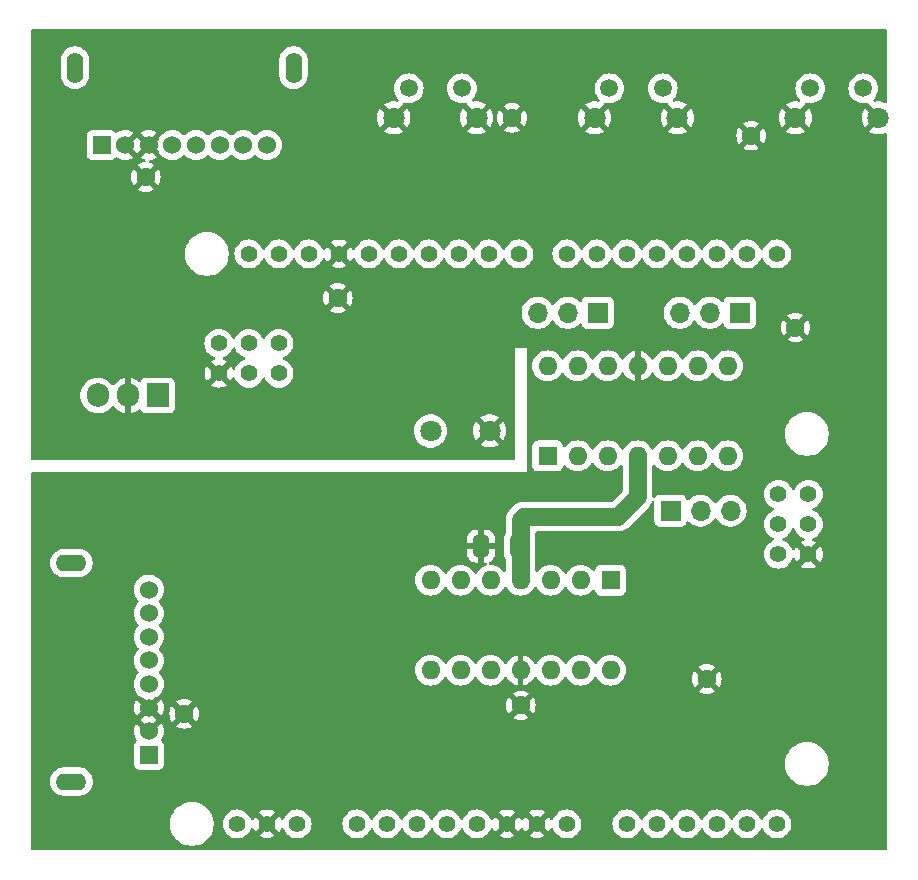
<source format=gbr>
%TF.GenerationSoftware,KiCad,Pcbnew,8.0.2*%
%TF.CreationDate,2024-04-30T15:11:03+02:00*%
%TF.ProjectId,Bachelor Shield,42616368-656c-46f7-9220-536869656c64,1.0*%
%TF.SameCoordinates,Original*%
%TF.FileFunction,Copper,L2,Bot*%
%TF.FilePolarity,Positive*%
%FSLAX46Y46*%
G04 Gerber Fmt 4.6, Leading zero omitted, Abs format (unit mm)*
G04 Created by KiCad (PCBNEW 8.0.2) date 2024-04-30 15:11:03*
%MOMM*%
%LPD*%
G01*
G04 APERTURE LIST*
G04 Aperture macros list*
%AMRoundRect*
0 Rectangle with rounded corners*
0 $1 Rounding radius*
0 $2 $3 $4 $5 $6 $7 $8 $9 X,Y pos of 4 corners*
0 Add a 4 corners polygon primitive as box body*
4,1,4,$2,$3,$4,$5,$6,$7,$8,$9,$2,$3,0*
0 Add four circle primitives for the rounded corners*
1,1,$1+$1,$2,$3*
1,1,$1+$1,$4,$5*
1,1,$1+$1,$6,$7*
1,1,$1+$1,$8,$9*
0 Add four rect primitives between the rounded corners*
20,1,$1+$1,$2,$3,$4,$5,0*
20,1,$1+$1,$4,$5,$6,$7,0*
20,1,$1+$1,$6,$7,$8,$9,0*
20,1,$1+$1,$8,$9,$2,$3,0*%
G04 Aperture macros list end*
%TA.AperFunction,SMDPad,CuDef*%
%ADD10C,1.500000*%
%TD*%
%TA.AperFunction,ComponentPad*%
%ADD11R,1.700000X1.700000*%
%TD*%
%TA.AperFunction,ComponentPad*%
%ADD12O,1.700000X1.700000*%
%TD*%
%TA.AperFunction,ComponentPad*%
%ADD13C,1.498600*%
%TD*%
%TA.AperFunction,ComponentPad*%
%ADD14C,1.803400*%
%TD*%
%TA.AperFunction,ComponentPad*%
%ADD15C,1.422000*%
%TD*%
%TA.AperFunction,ComponentPad*%
%ADD16R,1.600000X1.600000*%
%TD*%
%TA.AperFunction,ComponentPad*%
%ADD17O,1.600000X1.600000*%
%TD*%
%TA.AperFunction,ComponentPad*%
%ADD18R,1.524000X1.524000*%
%TD*%
%TA.AperFunction,ComponentPad*%
%ADD19C,1.524000*%
%TD*%
%TA.AperFunction,ComponentPad*%
%ADD20O,2.600000X1.400000*%
%TD*%
%TA.AperFunction,ComponentPad*%
%ADD21O,1.400000X2.600000*%
%TD*%
%TA.AperFunction,ComponentPad*%
%ADD22R,1.905000X2.000000*%
%TD*%
%TA.AperFunction,ComponentPad*%
%ADD23O,1.905000X2.000000*%
%TD*%
%TA.AperFunction,SMDPad,CuDef*%
%ADD24RoundRect,0.250000X-0.412500X-0.650000X0.412500X-0.650000X0.412500X0.650000X-0.412500X0.650000X0*%
%TD*%
%TA.AperFunction,ViaPad*%
%ADD25C,1.600000*%
%TD*%
%TA.AperFunction,Conductor*%
%ADD26C,1.500000*%
%TD*%
G04 APERTURE END LIST*
D10*
%TO.P,TP8,1,1*%
%TO.N,GND*%
X83750000Y-56500000D03*
%TD*%
%TO.P,TP7,1,1*%
%TO.N,GND*%
X100000000Y-66750000D03*
%TD*%
%TO.P,TP6,1,1*%
%TO.N,GND*%
X114750000Y-51500000D03*
%TD*%
%TO.P,TP5,1,1*%
%TO.N,GND*%
X135000000Y-53000000D03*
%TD*%
%TO.P,TP4,1,1*%
%TO.N,GND*%
X138750000Y-69250000D03*
%TD*%
%TO.P,TP3,1,1*%
%TO.N,GND*%
X131250000Y-99000000D03*
%TD*%
%TO.P,TP2,1,1*%
%TO.N,GND*%
X115500000Y-101250000D03*
%TD*%
%TO.P,TP1,1,1*%
%TO.N,GND*%
X87000000Y-101950000D03*
%TD*%
D11*
%TO.P,J4,1,Pin_1*%
%TO.N,Net-(J4-Pin_1)*%
X128170000Y-84750000D03*
D12*
%TO.P,J4,2,Pin_2*%
%TO.N,Net-(J4-Pin_2)*%
X130710000Y-84750000D03*
%TO.P,J4,3,Pin_3*%
%TO.N,Net-(J4-Pin_3)*%
X133250000Y-84750000D03*
%TD*%
D13*
%TO.P,SW3,1,1*%
%TO.N,Shift Button*%
X127500000Y-49000000D03*
%TO.P,SW3,2,2*%
%TO.N,+5V*%
X122999999Y-49000000D03*
D14*
%TO.P,SW3,3,3*%
%TO.N,GND*%
X128755000Y-51490299D03*
%TO.P,SW3,4,4*%
X121744999Y-51490299D03*
%TD*%
D15*
%TO.P,U1,1,OFF*%
%TO.N,unconnected-(U1-OFF-Pad1)*%
X91474990Y-111277510D03*
%TO.P,U1,2,GND*%
%TO.N,GND*%
X94014990Y-111277510D03*
%TO.P,U1,3,VRTC*%
%TO.N,unconnected-(U1-VRTC-Pad3)*%
X96554990Y-111277510D03*
%TD*%
D16*
%TO.P,U9,1*%
%TO.N,Net-(U9A-+)*%
X123090000Y-90637500D03*
D17*
%TO.P,U9,2,-*%
%TO.N,Net-(J2-Pin_7)*%
X120550000Y-90637500D03*
%TO.P,U9,3,+*%
%TO.N,Net-(U9A-+)*%
X118010000Y-90637500D03*
%TO.P,U9,4,V+*%
%TO.N,+5V*%
X115470000Y-90637500D03*
%TO.P,U9,5,+*%
%TO.N,Net-(U9B-+)*%
X112930000Y-90637500D03*
%TO.P,U9,6,-*%
%TO.N,Net-(J2-Pin_6)*%
X110390000Y-90637500D03*
%TO.P,U9,7*%
%TO.N,Net-(U9B-+)*%
X107850000Y-90637500D03*
%TO.P,U9,8*%
%TO.N,Net-(U9C-+)*%
X107850000Y-98257500D03*
%TO.P,U9,9,-*%
%TO.N,Net-(J2-Pin_4)*%
X110390000Y-98257500D03*
%TO.P,U9,10,+*%
%TO.N,Net-(U9C-+)*%
X112930000Y-98257500D03*
%TO.P,U9,11,V-*%
%TO.N,GND*%
X115470000Y-98257500D03*
%TO.P,U9,12,+*%
%TO.N,Net-(U9D-+)*%
X118010000Y-98257500D03*
%TO.P,U9,13,-*%
%TO.N,Net-(J2-Pin_5)*%
X120550000Y-98257500D03*
%TO.P,U9,14*%
%TO.N,Net-(U9D-+)*%
X123090000Y-98257500D03*
%TD*%
D18*
%TO.P,J2,1,Pin_1*%
%TO.N,unconnected-(J2-Pin_1-Pad1)*%
X84000000Y-105437500D03*
D19*
%TO.P,J2,2,Pin_2*%
%TO.N,GND*%
X84000000Y-103437500D03*
%TO.P,J2,3,Pin_3*%
X84000000Y-101437500D03*
%TO.P,J2,4,Pin_4*%
%TO.N,Net-(J2-Pin_4)*%
X84000000Y-99437500D03*
%TO.P,J2,5,Pin_5*%
%TO.N,Net-(J2-Pin_5)*%
X84000000Y-97437500D03*
%TO.P,J2,6,Pin_6*%
%TO.N,Net-(J2-Pin_6)*%
X84000000Y-95437500D03*
%TO.P,J2,7,Pin_7*%
%TO.N,Net-(J2-Pin_7)*%
X84000000Y-93437500D03*
%TO.P,J2,8,Pin_8*%
%TO.N,Net-(J2-Pin_8)*%
X84000000Y-91437500D03*
D20*
%TO.P,J2,9*%
%TO.N,N/C*%
X77450000Y-107687500D03*
X77450000Y-89187500D03*
%TD*%
D16*
%TO.P,U10,1*%
%TO.N,Net-(U10A-+)*%
X117760000Y-80120000D03*
D17*
%TO.P,U10,2,-*%
%TO.N,Net-(J2-Pin_8)*%
X120300000Y-80120000D03*
%TO.P,U10,3,+*%
%TO.N,Net-(U10A-+)*%
X122840000Y-80120000D03*
%TO.P,U10,4,V+*%
%TO.N,+5V*%
X125380000Y-80120000D03*
%TO.P,U10,5,+*%
%TO.N,Net-(J4-Pin_1)*%
X127920000Y-80120000D03*
%TO.P,U10,6,-*%
%TO.N,Net-(J4-Pin_2)*%
X130460000Y-80120000D03*
%TO.P,U10,7*%
%TO.N,Net-(J4-Pin_3)*%
X133000000Y-80120000D03*
%TO.P,U10,8*%
%TO.N,Net-(J5-Pin_1)*%
X133000000Y-72500000D03*
%TO.P,U10,9,-*%
%TO.N,Net-(J5-Pin_2)*%
X130460000Y-72500000D03*
%TO.P,U10,10,+*%
%TO.N,Net-(J5-Pin_3)*%
X127920000Y-72500000D03*
%TO.P,U10,11,V-*%
%TO.N,GND*%
X125380000Y-72500000D03*
%TO.P,U10,12,+*%
%TO.N,Net-(J6-Pin_1)*%
X122840000Y-72500000D03*
%TO.P,U10,13,-*%
%TO.N,Net-(J6-Pin_2)*%
X120300000Y-72500000D03*
%TO.P,U10,14*%
%TO.N,Net-(J6-Pin_3)*%
X117760000Y-72500000D03*
%TD*%
D18*
%TO.P,J3,1,Pin_1*%
%TO.N,+5V*%
X80000000Y-53800000D03*
D19*
%TO.P,J3,2,Pin_2*%
%TO.N,GND*%
X82000000Y-53800000D03*
%TO.P,J3,3,Pin_3*%
X84000000Y-53800000D03*
%TO.P,J3,4,Pin_4*%
%TO.N,Motor Signal 1*%
X86000000Y-53800000D03*
%TO.P,J3,5,Pin_5*%
%TO.N,Motor Signal 2*%
X88000000Y-53800000D03*
%TO.P,J3,6,Pin_6*%
%TO.N,Motor Signal 3*%
X90000000Y-53800000D03*
%TO.P,J3,7,Pin_7*%
%TO.N,Motor Signal 4*%
X92000000Y-53800000D03*
%TO.P,J3,8,Pin_8*%
%TO.N,Motor Signal 5*%
X94000000Y-53800000D03*
D21*
%TO.P,J3,9*%
%TO.N,N/C*%
X77750000Y-47250000D03*
X96250000Y-47250000D03*
%TD*%
D11*
%TO.P,J6,1,Pin_1*%
%TO.N,Net-(J6-Pin_1)*%
X122000000Y-68000000D03*
D12*
%TO.P,J6,2,Pin_2*%
%TO.N,Net-(J6-Pin_2)*%
X119460000Y-68000000D03*
%TO.P,J6,3,Pin_3*%
%TO.N,Net-(J6-Pin_3)*%
X116920000Y-68000000D03*
%TD*%
D15*
%TO.P,U5,1,CIPO*%
%TO.N,unconnected-(U5-CIPO-Pad1)*%
X137301990Y-83352510D03*
%TO.P,U5,2,+5V*%
%TO.N,+5V*%
X139841990Y-83352510D03*
%TO.P,U5,3,SCK*%
%TO.N,unconnected-(U5-SCK-Pad3)*%
X137301990Y-85892510D03*
%TO.P,U5,4,COPI*%
%TO.N,unconnected-(U5-COPI-Pad4)*%
X139841990Y-85892510D03*
%TO.P,U5,5,RESET*%
%TO.N,unconnected-(U5-RESET-Pad5)*%
X137301990Y-88432510D03*
%TO.P,U5,6,GND*%
%TO.N,GND*%
X139841990Y-88432510D03*
%TD*%
D11*
%TO.P,J5,1,Pin_1*%
%TO.N,Net-(J5-Pin_1)*%
X134025000Y-68000000D03*
D12*
%TO.P,J5,2,Pin_2*%
%TO.N,Net-(J5-Pin_2)*%
X131485000Y-68000000D03*
%TO.P,J5,3,Pin_3*%
%TO.N,Net-(J5-Pin_3)*%
X128945000Y-68000000D03*
%TD*%
D13*
%TO.P,SW1,1,1*%
%TO.N,Up Button*%
X110500000Y-49000000D03*
%TO.P,SW1,2,2*%
%TO.N,+5V*%
X105999999Y-49000000D03*
D14*
%TO.P,SW1,3,3*%
%TO.N,GND*%
X111755000Y-51490299D03*
%TO.P,SW1,4,4*%
X104744999Y-51490299D03*
%TD*%
D15*
%TO.P,U7,11,D7*%
%TO.N,unconnected-(U7-D7-Pad11)*%
X119399990Y-63017510D03*
%TO.P,U7,12,~D6*%
%TO.N,Motor Signal 4*%
X121939990Y-63017510D03*
%TO.P,U7,13,~D5*%
%TO.N,Motor Signal 5*%
X124479990Y-63017510D03*
%TO.P,U7,14,D4*%
%TO.N,Up Button*%
X127019990Y-63017510D03*
%TO.P,U7,15,~D3*%
%TO.N,Shift Button*%
X129559990Y-63017510D03*
%TO.P,U7,16,D2*%
%TO.N,Down Button*%
X132099990Y-63017510D03*
%TO.P,U7,17,D1/TX0*%
%TO.N,unconnected-(U7-D1{slash}TX0-Pad17)*%
X134639990Y-63017510D03*
%TO.P,U7,18,D0/RX0*%
%TO.N,unconnected-(U7-D0{slash}RX0-Pad18)*%
X137179990Y-63017510D03*
%TD*%
D22*
%TO.P,U8,1,IN*%
%TO.N,+BATT*%
X84750000Y-75000000D03*
D23*
%TO.P,U8,2,GND*%
%TO.N,GND*%
X82210000Y-75000000D03*
%TO.P,U8,3,OUT*%
%TO.N,+5V*%
X79670000Y-75000000D03*
%TD*%
D15*
%TO.P,U6,1,SCL*%
%TO.N,unconnected-(U6-SCL-Pad1)*%
X92476000Y-63017500D03*
%TO.P,U6,2,SDA*%
%TO.N,unconnected-(U6-SDA-Pad2)*%
X95016000Y-63017500D03*
%TO.P,U6,3,AREF*%
%TO.N,unconnected-(U6-AREF-Pad3)*%
X97556000Y-63017500D03*
%TO.P,U6,4,GND*%
%TO.N,GND*%
X100096000Y-63017500D03*
%TO.P,U6,5,D13/SCK/CANRX0*%
%TO.N,unconnected-(U6-D13{slash}SCK{slash}CANRX0-Pad5)*%
X102636000Y-63017500D03*
%TO.P,U6,6,D12/CIPO*%
%TO.N,unconnected-(U6-D12{slash}CIPO-Pad6)*%
X105176000Y-63017500D03*
%TO.P,U6,7,~D11/COPI*%
%TO.N,Motor Signal 1*%
X107716000Y-63017500D03*
%TO.P,U6,8,~D10/CS/CANTX0*%
%TO.N,Motor Signal 2*%
X110256000Y-63017500D03*
%TO.P,U6,9,~D9*%
%TO.N,Motor Signal 3*%
X112796000Y-63017500D03*
%TO.P,U6,10,D8*%
%TO.N,unconnected-(U6-D8-Pad10)*%
X115336000Y-63017500D03*
%TD*%
%TO.P,U3,9,A0*%
%TO.N,Flex Signal 1*%
X124480000Y-111277500D03*
%TO.P,U3,10,A1*%
%TO.N,Flex Signal 2*%
X127020000Y-111277500D03*
%TO.P,U3,11,A2*%
%TO.N,Flex Signal 3*%
X129560000Y-111277500D03*
%TO.P,U3,12,A3*%
%TO.N,Flex Signal 4*%
X132100000Y-111277500D03*
%TO.P,U3,13,A4*%
%TO.N,Flex Signal 5*%
X134640000Y-111277500D03*
%TO.P,U3,14,A5*%
%TO.N,unconnected-(U3-A5-Pad14)*%
X137180000Y-111277500D03*
%TD*%
%TO.P,U2,1,BOOT*%
%TO.N,unconnected-(U2-BOOT-Pad1)*%
X101620000Y-111277500D03*
%TO.P,U2,2,IOREF*%
%TO.N,unconnected-(U2-IOREF-Pad2)*%
X104160000Y-111277500D03*
%TO.P,U2,3,Reset*%
%TO.N,unconnected-(U2-Reset-Pad3)*%
X106700000Y-111277500D03*
%TO.P,U2,4,+3V3*%
%TO.N,unconnected-(U2-+3V3-Pad4)*%
X109240000Y-111277500D03*
%TO.P,U2,5,+5V*%
%TO.N,+5V*%
X111780000Y-111277500D03*
%TO.P,U2,6,GND*%
%TO.N,GND*%
X114320000Y-111277500D03*
%TO.P,U2,7,GND*%
X116860000Y-111277500D03*
%TO.P,U2,8,VIN*%
%TO.N,unconnected-(U2-VIN-Pad8)*%
X119400000Y-111277500D03*
%TD*%
D14*
%TO.P,J1,1,Pin_1*%
%TO.N,+BATT*%
X107854900Y-78000000D03*
%TO.P,J1,2,Pin_2*%
%TO.N,GND*%
X112854900Y-78000000D03*
%TD*%
D13*
%TO.P,SW2,1,1*%
%TO.N,+5V*%
X144500000Y-49000000D03*
%TO.P,SW2,2,2*%
%TO.N,Down Button*%
X139999999Y-49000000D03*
D14*
%TO.P,SW2,3,3*%
%TO.N,GND*%
X145755000Y-51490299D03*
%TO.P,SW2,4,4*%
X138744999Y-51490299D03*
%TD*%
D15*
%TO.P,U4,1,GPIO42*%
%TO.N,unconnected-(U4-GPIO42-Pad1)*%
X95016000Y-70586700D03*
%TO.P,U4,2,GPIO41*%
%TO.N,unconnected-(U4-GPIO41-Pad2)*%
X95016000Y-73126700D03*
%TO.P,U4,3,GPIO43/TXD0*%
%TO.N,unconnected-(U4-GPIO43{slash}TXD0-Pad3)*%
X92476000Y-70586700D03*
%TO.P,U4,4,GPIO0/DOWNLOAD*%
%TO.N,unconnected-(U4-GPIO0{slash}DOWNLOAD-Pad4)*%
X92476000Y-73126700D03*
%TO.P,U4,5,GPIO44/RXD0*%
%TO.N,unconnected-(U4-GPIO44{slash}RXD0-Pad5)*%
X89936000Y-70586700D03*
%TO.P,U4,6,GND*%
%TO.N,GND*%
X89936000Y-73126700D03*
%TD*%
D24*
%TO.P,C11,1*%
%TO.N,GND*%
X112125000Y-87750000D03*
%TO.P,C11,2*%
%TO.N,+5V*%
X115250000Y-87750000D03*
%TD*%
D25*
%TO.N,GND*%
X83750000Y-56500000D03*
X114750000Y-51500000D03*
X100000000Y-66750000D03*
X131250000Y-99000000D03*
X115500000Y-101250000D03*
X138750000Y-69250000D03*
X87000000Y-101937500D03*
X135000000Y-53000000D03*
%TD*%
D26*
%TO.N,+5V*%
X115470000Y-85530000D02*
X115750000Y-85250000D01*
X125380000Y-83620000D02*
X125380000Y-80120000D01*
X115750000Y-85250000D02*
X123750000Y-85250000D01*
X115470000Y-90637500D02*
X115470000Y-85530000D01*
X123750000Y-85250000D02*
X125380000Y-83620000D01*
%TD*%
%TA.AperFunction,Conductor*%
%TO.N,GND*%
G36*
X138620798Y-86229700D02*
G01*
X138674678Y-86274183D01*
X138689333Y-86306274D01*
X138689804Y-86306103D01*
X138691656Y-86311189D01*
X138691658Y-86311197D01*
X138709752Y-86350000D01*
X138781837Y-86504588D01*
X138792423Y-86519706D01*
X138904231Y-86679384D01*
X139055116Y-86830269D01*
X139229911Y-86952662D01*
X139423303Y-87042842D01*
X139423308Y-87042843D01*
X139423312Y-87042845D01*
X139439320Y-87047134D01*
X139498981Y-87083498D01*
X139529511Y-87146344D01*
X139521217Y-87215720D01*
X139476733Y-87269598D01*
X139439325Y-87286683D01*
X139426229Y-87290192D01*
X139426219Y-87290196D01*
X139234178Y-87379746D01*
X139234176Y-87379747D01*
X139180421Y-87417387D01*
X139180420Y-87417387D01*
X139773818Y-88010784D01*
X139677946Y-88036473D01*
X139581034Y-88092426D01*
X139501906Y-88171554D01*
X139445953Y-88268466D01*
X139420264Y-88364337D01*
X138826867Y-87770940D01*
X138826867Y-87770941D01*
X138789227Y-87824696D01*
X138789226Y-87824698D01*
X138699676Y-88016739D01*
X138699672Y-88016749D01*
X138696163Y-88029845D01*
X138659797Y-88089504D01*
X138596949Y-88120032D01*
X138527574Y-88111735D01*
X138473697Y-88067248D01*
X138456614Y-88029840D01*
X138452325Y-88013832D01*
X138452323Y-88013828D01*
X138452322Y-88013823D01*
X138362142Y-87820431D01*
X138239749Y-87645636D01*
X138088864Y-87494751D01*
X137914069Y-87372358D01*
X137914070Y-87372358D01*
X137914068Y-87372357D01*
X137817373Y-87327268D01*
X137720677Y-87282178D01*
X137720670Y-87282176D01*
X137715583Y-87280324D01*
X137715996Y-87279187D01*
X137661419Y-87245923D01*
X137630888Y-87183078D01*
X137639180Y-87113702D01*
X137683663Y-87059822D01*
X137715754Y-87045166D01*
X137715583Y-87044696D01*
X137720660Y-87042846D01*
X137720677Y-87042842D01*
X137914069Y-86952662D01*
X138088864Y-86830269D01*
X138239749Y-86679384D01*
X138362142Y-86504589D01*
X138452322Y-86311197D01*
X138452326Y-86311180D01*
X138454176Y-86306103D01*
X138455312Y-86306516D01*
X138488577Y-86251939D01*
X138551422Y-86221408D01*
X138620798Y-86229700D01*
G37*
%TD.AperFunction*%
%TA.AperFunction,Conductor*%
G36*
X91254808Y-70923890D02*
G01*
X91308688Y-70968373D01*
X91323343Y-71000464D01*
X91323814Y-71000293D01*
X91325666Y-71005379D01*
X91325668Y-71005387D01*
X91370758Y-71102083D01*
X91415847Y-71198778D01*
X91421224Y-71206457D01*
X91538241Y-71373574D01*
X91689126Y-71524459D01*
X91863921Y-71646852D01*
X92057313Y-71737032D01*
X92057326Y-71737035D01*
X92062407Y-71738886D01*
X92061993Y-71740022D01*
X92116574Y-71773291D01*
X92147102Y-71836139D01*
X92138807Y-71905514D01*
X92094320Y-71959391D01*
X92062235Y-71974043D01*
X92062407Y-71974514D01*
X92057315Y-71976367D01*
X92057313Y-71976368D01*
X92057311Y-71976369D01*
X91863921Y-72066547D01*
X91747306Y-72148202D01*
X91689126Y-72188941D01*
X91689124Y-72188942D01*
X91689121Y-72188945D01*
X91538245Y-72339821D01*
X91415847Y-72514621D01*
X91325669Y-72708011D01*
X91325665Y-72708021D01*
X91321374Y-72724035D01*
X91285007Y-72783694D01*
X91222160Y-72814222D01*
X91152784Y-72805925D01*
X91098908Y-72761438D01*
X91081824Y-72724028D01*
X91078316Y-72710935D01*
X91078313Y-72710929D01*
X90988763Y-72518887D01*
X90988761Y-72518883D01*
X90951122Y-72465130D01*
X90357725Y-73058527D01*
X90332037Y-72962656D01*
X90276084Y-72865744D01*
X90196956Y-72786616D01*
X90100044Y-72730663D01*
X90004172Y-72704974D01*
X90597568Y-72111577D01*
X90543810Y-72073935D01*
X90351770Y-71984386D01*
X90351755Y-71984380D01*
X90338666Y-71980873D01*
X90279006Y-71944508D01*
X90248478Y-71881661D01*
X90256773Y-71812285D01*
X90301259Y-71758408D01*
X90338668Y-71741324D01*
X90354687Y-71737032D01*
X90548079Y-71646852D01*
X90722874Y-71524459D01*
X90873759Y-71373574D01*
X90996152Y-71198779D01*
X91086332Y-71005387D01*
X91086336Y-71005370D01*
X91088186Y-71000293D01*
X91089322Y-71000706D01*
X91122587Y-70946129D01*
X91185432Y-70915598D01*
X91254808Y-70923890D01*
G37*
%TD.AperFunction*%
%TA.AperFunction,Conductor*%
G36*
X146443039Y-44019685D02*
G01*
X146488794Y-44072489D01*
X146500000Y-44124000D01*
X146500000Y-50091579D01*
X146480315Y-50158618D01*
X146427511Y-50204373D01*
X146358353Y-50214317D01*
X146325123Y-50203331D01*
X146324689Y-50204323D01*
X146319982Y-50202258D01*
X146100278Y-50126834D01*
X145871147Y-50088599D01*
X145638852Y-50088599D01*
X145482128Y-50114751D01*
X145412763Y-50106369D01*
X145358941Y-50061816D01*
X145337751Y-49995237D01*
X145355919Y-49927771D01*
X145374034Y-49904764D01*
X145467212Y-49811587D01*
X145593448Y-49631303D01*
X145686461Y-49431836D01*
X145743423Y-49219249D01*
X145762605Y-49000000D01*
X145743423Y-48780751D01*
X145686461Y-48568164D01*
X145593448Y-48368698D01*
X145467212Y-48188413D01*
X145467210Y-48188410D01*
X145311588Y-48032788D01*
X145131307Y-47906554D01*
X145131303Y-47906552D01*
X145131301Y-47906551D01*
X144931836Y-47813539D01*
X144931832Y-47813538D01*
X144931828Y-47813536D01*
X144719254Y-47756578D01*
X144719244Y-47756576D01*
X144500001Y-47737395D01*
X144499999Y-47737395D01*
X144280755Y-47756576D01*
X144280745Y-47756578D01*
X144068171Y-47813536D01*
X144068162Y-47813540D01*
X143868699Y-47906551D01*
X143868697Y-47906552D01*
X143688410Y-48032789D01*
X143532789Y-48188410D01*
X143406552Y-48368697D01*
X143406551Y-48368699D01*
X143313540Y-48568162D01*
X143313536Y-48568171D01*
X143256578Y-48780745D01*
X143256576Y-48780755D01*
X143237395Y-48999999D01*
X143237395Y-49000000D01*
X143256576Y-49219244D01*
X143256578Y-49219254D01*
X143313536Y-49431828D01*
X143313538Y-49431832D01*
X143313539Y-49431836D01*
X143406552Y-49631303D01*
X143406554Y-49631307D01*
X143532788Y-49811588D01*
X143688411Y-49967211D01*
X143868692Y-50093445D01*
X143868694Y-50093446D01*
X143868697Y-50093448D01*
X144068164Y-50186461D01*
X144280751Y-50243423D01*
X144456150Y-50258768D01*
X144499999Y-50262605D01*
X144500000Y-50262605D01*
X144500001Y-50262605D01*
X144536541Y-50259408D01*
X144719249Y-50243423D01*
X144798331Y-50222233D01*
X144868180Y-50223896D01*
X144926043Y-50263058D01*
X144953547Y-50327287D01*
X144953782Y-50335527D01*
X145509272Y-50891017D01*
X145448199Y-50916315D01*
X145342115Y-50987198D01*
X145251899Y-51077414D01*
X145181016Y-51183498D01*
X145155718Y-51244570D01*
X144602584Y-50691436D01*
X144518016Y-50820877D01*
X144424704Y-51033607D01*
X144367678Y-51258799D01*
X144348496Y-51490293D01*
X144348496Y-51490304D01*
X144367678Y-51721798D01*
X144424704Y-51946990D01*
X144518015Y-52159717D01*
X144602584Y-52289160D01*
X145155718Y-51736026D01*
X145181016Y-51797100D01*
X145251899Y-51903184D01*
X145342115Y-51993400D01*
X145448199Y-52064283D01*
X145509270Y-52089579D01*
X144954989Y-52643860D01*
X144954990Y-52643862D01*
X144985712Y-52667774D01*
X144985718Y-52667779D01*
X145190007Y-52778334D01*
X145190017Y-52778339D01*
X145409721Y-52853763D01*
X145638853Y-52891999D01*
X145871147Y-52891999D01*
X146100278Y-52853763D01*
X146319982Y-52778339D01*
X146324689Y-52776275D01*
X146325510Y-52778147D01*
X146385282Y-52765366D01*
X146450660Y-52790014D01*
X146492334Y-52846094D01*
X146500000Y-52889018D01*
X146500000Y-113376000D01*
X146480315Y-113443039D01*
X146427511Y-113488794D01*
X146376000Y-113500000D01*
X74124000Y-113500000D01*
X74056961Y-113480315D01*
X74011206Y-113427511D01*
X74000000Y-113376000D01*
X74000000Y-111156207D01*
X85799555Y-111156207D01*
X85799555Y-111398792D01*
X85831216Y-111639274D01*
X85894000Y-111873586D01*
X85986823Y-112097680D01*
X85986827Y-112097690D01*
X86108109Y-112307757D01*
X86255775Y-112500199D01*
X86255781Y-112500206D01*
X86427293Y-112671718D01*
X86427300Y-112671724D01*
X86619742Y-112819390D01*
X86829809Y-112940672D01*
X86829810Y-112940672D01*
X86829813Y-112940674D01*
X87053918Y-113033501D01*
X87288222Y-113096283D01*
X87528715Y-113127945D01*
X87528722Y-113127945D01*
X87771278Y-113127945D01*
X87771285Y-113127945D01*
X88011778Y-113096283D01*
X88246082Y-113033501D01*
X88470187Y-112940674D01*
X88680258Y-112819390D01*
X88872701Y-112671723D01*
X89044223Y-112500201D01*
X89191890Y-112307758D01*
X89313174Y-112097687D01*
X89406001Y-111873582D01*
X89468783Y-111639278D01*
X89500445Y-111398785D01*
X89500445Y-111277509D01*
X90250832Y-111277509D01*
X90250832Y-111277510D01*
X90269429Y-111490078D01*
X90269431Y-111490088D01*
X90324655Y-111696189D01*
X90324657Y-111696193D01*
X90324658Y-111696197D01*
X90327602Y-111702510D01*
X90414837Y-111889588D01*
X90414838Y-111889589D01*
X90537231Y-112064384D01*
X90688116Y-112215269D01*
X90862911Y-112337662D01*
X91056303Y-112427842D01*
X91262417Y-112483070D01*
X91432475Y-112497948D01*
X91474989Y-112501668D01*
X91474990Y-112501668D01*
X91474991Y-112501668D01*
X91510418Y-112498568D01*
X91687563Y-112483070D01*
X91893677Y-112427842D01*
X92087069Y-112337662D01*
X92261864Y-112215269D01*
X92412749Y-112064384D01*
X92535142Y-111889589D01*
X92625322Y-111696197D01*
X92629613Y-111680179D01*
X92665976Y-111620519D01*
X92728823Y-111589988D01*
X92798198Y-111598281D01*
X92852078Y-111642765D01*
X92869163Y-111680176D01*
X92872670Y-111693265D01*
X92872676Y-111693280D01*
X92962225Y-111885320D01*
X92999867Y-111939078D01*
X93593264Y-111345681D01*
X93618953Y-111441554D01*
X93674906Y-111538466D01*
X93754034Y-111617594D01*
X93850946Y-111673547D01*
X93946817Y-111699235D01*
X93353420Y-112292632D01*
X93407173Y-112330271D01*
X93407177Y-112330273D01*
X93599219Y-112419823D01*
X93599228Y-112419827D01*
X93803893Y-112474666D01*
X93803904Y-112474668D01*
X94014988Y-112493136D01*
X94014992Y-112493136D01*
X94226075Y-112474668D01*
X94226086Y-112474666D01*
X94430751Y-112419827D01*
X94430760Y-112419823D01*
X94622800Y-112330274D01*
X94676558Y-112292631D01*
X94083163Y-111699235D01*
X94179034Y-111673547D01*
X94275946Y-111617594D01*
X94355074Y-111538466D01*
X94411027Y-111441554D01*
X94436715Y-111345682D01*
X95030111Y-111939077D01*
X95067754Y-111885320D01*
X95157303Y-111693280D01*
X95157306Y-111693272D01*
X95160814Y-111680182D01*
X95197176Y-111620520D01*
X95260022Y-111589989D01*
X95329398Y-111598281D01*
X95383278Y-111642764D01*
X95400364Y-111680176D01*
X95404653Y-111696183D01*
X95404656Y-111696192D01*
X95404658Y-111696197D01*
X95407602Y-111702510D01*
X95494837Y-111889588D01*
X95494838Y-111889589D01*
X95617231Y-112064384D01*
X95768116Y-112215269D01*
X95942911Y-112337662D01*
X96136303Y-112427842D01*
X96342417Y-112483070D01*
X96512475Y-112497948D01*
X96554989Y-112501668D01*
X96554990Y-112501668D01*
X96554991Y-112501668D01*
X96590418Y-112498568D01*
X96767563Y-112483070D01*
X96973677Y-112427842D01*
X97167069Y-112337662D01*
X97341864Y-112215269D01*
X97492749Y-112064384D01*
X97615142Y-111889589D01*
X97705322Y-111696197D01*
X97760550Y-111490083D01*
X97779148Y-111277510D01*
X97779147Y-111277499D01*
X100395842Y-111277499D01*
X100395842Y-111277500D01*
X100414439Y-111490068D01*
X100414441Y-111490078D01*
X100469665Y-111696179D01*
X100469667Y-111696183D01*
X100469668Y-111696187D01*
X100514758Y-111792883D01*
X100559847Y-111889578D01*
X100559848Y-111889579D01*
X100682241Y-112064374D01*
X100833126Y-112215259D01*
X101007921Y-112337652D01*
X101201313Y-112427832D01*
X101201319Y-112427833D01*
X101201320Y-112427834D01*
X101250927Y-112441126D01*
X101407427Y-112483060D01*
X101577485Y-112497938D01*
X101619999Y-112501658D01*
X101620000Y-112501658D01*
X101620001Y-112501658D01*
X101655428Y-112498558D01*
X101832573Y-112483060D01*
X102038687Y-112427832D01*
X102232079Y-112337652D01*
X102406874Y-112215259D01*
X102557759Y-112064374D01*
X102680152Y-111889579D01*
X102770332Y-111696187D01*
X102770336Y-111696170D01*
X102772186Y-111691093D01*
X102773322Y-111691506D01*
X102806587Y-111636929D01*
X102869432Y-111606398D01*
X102938808Y-111614690D01*
X102992688Y-111659173D01*
X103007343Y-111691264D01*
X103007814Y-111691093D01*
X103009664Y-111696173D01*
X103009668Y-111696187D01*
X103054758Y-111792883D01*
X103099847Y-111889578D01*
X103099848Y-111889579D01*
X103222241Y-112064374D01*
X103373126Y-112215259D01*
X103547921Y-112337652D01*
X103741313Y-112427832D01*
X103741319Y-112427833D01*
X103741320Y-112427834D01*
X103790927Y-112441126D01*
X103947427Y-112483060D01*
X104117485Y-112497938D01*
X104159999Y-112501658D01*
X104160000Y-112501658D01*
X104160001Y-112501658D01*
X104195428Y-112498558D01*
X104372573Y-112483060D01*
X104578687Y-112427832D01*
X104772079Y-112337652D01*
X104946874Y-112215259D01*
X105097759Y-112064374D01*
X105220152Y-111889579D01*
X105310332Y-111696187D01*
X105310336Y-111696170D01*
X105312186Y-111691093D01*
X105313322Y-111691506D01*
X105346587Y-111636929D01*
X105409432Y-111606398D01*
X105478808Y-111614690D01*
X105532688Y-111659173D01*
X105547343Y-111691264D01*
X105547814Y-111691093D01*
X105549664Y-111696173D01*
X105549668Y-111696187D01*
X105594758Y-111792883D01*
X105639847Y-111889578D01*
X105639848Y-111889579D01*
X105762241Y-112064374D01*
X105913126Y-112215259D01*
X106087921Y-112337652D01*
X106281313Y-112427832D01*
X106281319Y-112427833D01*
X106281320Y-112427834D01*
X106330927Y-112441126D01*
X106487427Y-112483060D01*
X106657485Y-112497938D01*
X106699999Y-112501658D01*
X106700000Y-112501658D01*
X106700001Y-112501658D01*
X106735428Y-112498558D01*
X106912573Y-112483060D01*
X107118687Y-112427832D01*
X107312079Y-112337652D01*
X107486874Y-112215259D01*
X107637759Y-112064374D01*
X107760152Y-111889579D01*
X107850332Y-111696187D01*
X107850336Y-111696170D01*
X107852186Y-111691093D01*
X107853322Y-111691506D01*
X107886587Y-111636929D01*
X107949432Y-111606398D01*
X108018808Y-111614690D01*
X108072688Y-111659173D01*
X108087343Y-111691264D01*
X108087814Y-111691093D01*
X108089664Y-111696173D01*
X108089668Y-111696187D01*
X108134758Y-111792883D01*
X108179847Y-111889578D01*
X108179848Y-111889579D01*
X108302241Y-112064374D01*
X108453126Y-112215259D01*
X108627921Y-112337652D01*
X108821313Y-112427832D01*
X108821319Y-112427833D01*
X108821320Y-112427834D01*
X108870927Y-112441126D01*
X109027427Y-112483060D01*
X109197485Y-112497938D01*
X109239999Y-112501658D01*
X109240000Y-112501658D01*
X109240001Y-112501658D01*
X109275428Y-112498558D01*
X109452573Y-112483060D01*
X109658687Y-112427832D01*
X109852079Y-112337652D01*
X110026874Y-112215259D01*
X110177759Y-112064374D01*
X110300152Y-111889579D01*
X110390332Y-111696187D01*
X110390336Y-111696170D01*
X110392186Y-111691093D01*
X110393322Y-111691506D01*
X110426587Y-111636929D01*
X110489432Y-111606398D01*
X110558808Y-111614690D01*
X110612688Y-111659173D01*
X110627343Y-111691264D01*
X110627814Y-111691093D01*
X110629664Y-111696173D01*
X110629668Y-111696187D01*
X110674758Y-111792883D01*
X110719847Y-111889578D01*
X110719848Y-111889579D01*
X110842241Y-112064374D01*
X110993126Y-112215259D01*
X111167921Y-112337652D01*
X111361313Y-112427832D01*
X111361319Y-112427833D01*
X111361320Y-112427834D01*
X111410927Y-112441126D01*
X111567427Y-112483060D01*
X111737485Y-112497938D01*
X111779999Y-112501658D01*
X111780000Y-112501658D01*
X111780001Y-112501658D01*
X111815428Y-112498558D01*
X111992573Y-112483060D01*
X112198687Y-112427832D01*
X112392079Y-112337652D01*
X112566874Y-112215259D01*
X112717759Y-112064374D01*
X112840152Y-111889579D01*
X112930332Y-111696187D01*
X112934623Y-111680169D01*
X112970986Y-111620509D01*
X113033833Y-111589978D01*
X113103208Y-111598271D01*
X113157088Y-111642755D01*
X113174173Y-111680166D01*
X113177680Y-111693255D01*
X113177686Y-111693270D01*
X113267235Y-111885310D01*
X113304877Y-111939068D01*
X113898274Y-111345671D01*
X113923963Y-111441544D01*
X113979916Y-111538456D01*
X114059044Y-111617584D01*
X114155956Y-111673537D01*
X114251827Y-111699225D01*
X113658430Y-112292622D01*
X113712183Y-112330261D01*
X113712187Y-112330263D01*
X113904229Y-112419813D01*
X113904238Y-112419817D01*
X114108903Y-112474656D01*
X114108914Y-112474658D01*
X114319998Y-112493126D01*
X114320002Y-112493126D01*
X114531085Y-112474658D01*
X114531096Y-112474656D01*
X114735761Y-112419817D01*
X114735770Y-112419813D01*
X114927810Y-112330264D01*
X114981568Y-112292621D01*
X114388173Y-111699225D01*
X114484044Y-111673537D01*
X114580956Y-111617584D01*
X114660084Y-111538456D01*
X114716037Y-111441544D01*
X114741725Y-111345673D01*
X115335121Y-111939067D01*
X115372764Y-111885310D01*
X115462313Y-111693270D01*
X115462317Y-111693261D01*
X115470225Y-111663749D01*
X115506590Y-111604089D01*
X115569436Y-111573559D01*
X115638812Y-111581853D01*
X115692690Y-111626338D01*
X115709775Y-111663749D01*
X115717682Y-111693261D01*
X115717686Y-111693270D01*
X115807235Y-111885310D01*
X115844877Y-111939068D01*
X116438274Y-111345671D01*
X116463963Y-111441544D01*
X116519916Y-111538456D01*
X116599044Y-111617584D01*
X116695956Y-111673537D01*
X116791827Y-111699225D01*
X116198430Y-112292622D01*
X116252183Y-112330261D01*
X116252187Y-112330263D01*
X116444229Y-112419813D01*
X116444238Y-112419817D01*
X116648903Y-112474656D01*
X116648914Y-112474658D01*
X116859998Y-112493126D01*
X116860002Y-112493126D01*
X117071085Y-112474658D01*
X117071096Y-112474656D01*
X117275761Y-112419817D01*
X117275770Y-112419813D01*
X117467810Y-112330264D01*
X117521567Y-112292621D01*
X116928173Y-111699225D01*
X117024044Y-111673537D01*
X117120956Y-111617584D01*
X117200084Y-111538456D01*
X117256037Y-111441544D01*
X117281725Y-111345672D01*
X117875121Y-111939067D01*
X117912764Y-111885310D01*
X118002313Y-111693270D01*
X118002316Y-111693262D01*
X118005824Y-111680172D01*
X118042186Y-111620510D01*
X118105032Y-111589979D01*
X118174408Y-111598271D01*
X118228288Y-111642754D01*
X118245374Y-111680166D01*
X118249663Y-111696173D01*
X118249666Y-111696182D01*
X118249668Y-111696187D01*
X118294758Y-111792883D01*
X118339847Y-111889578D01*
X118339848Y-111889579D01*
X118462241Y-112064374D01*
X118613126Y-112215259D01*
X118787921Y-112337652D01*
X118981313Y-112427832D01*
X118981319Y-112427833D01*
X118981320Y-112427834D01*
X119030927Y-112441126D01*
X119187427Y-112483060D01*
X119357485Y-112497938D01*
X119399999Y-112501658D01*
X119400000Y-112501658D01*
X119400001Y-112501658D01*
X119435428Y-112498558D01*
X119612573Y-112483060D01*
X119818687Y-112427832D01*
X120012079Y-112337652D01*
X120186874Y-112215259D01*
X120337759Y-112064374D01*
X120460152Y-111889579D01*
X120550332Y-111696187D01*
X120605560Y-111490073D01*
X120624158Y-111277500D01*
X120624158Y-111277499D01*
X123255842Y-111277499D01*
X123255842Y-111277500D01*
X123274439Y-111490068D01*
X123274441Y-111490078D01*
X123329665Y-111696179D01*
X123329667Y-111696183D01*
X123329668Y-111696187D01*
X123374758Y-111792883D01*
X123419847Y-111889578D01*
X123419848Y-111889579D01*
X123542241Y-112064374D01*
X123693126Y-112215259D01*
X123867921Y-112337652D01*
X124061313Y-112427832D01*
X124061319Y-112427833D01*
X124061320Y-112427834D01*
X124110927Y-112441126D01*
X124267427Y-112483060D01*
X124437485Y-112497938D01*
X124479999Y-112501658D01*
X124480000Y-112501658D01*
X124480001Y-112501658D01*
X124515428Y-112498558D01*
X124692573Y-112483060D01*
X124898687Y-112427832D01*
X125092079Y-112337652D01*
X125266874Y-112215259D01*
X125417759Y-112064374D01*
X125540152Y-111889579D01*
X125630332Y-111696187D01*
X125630336Y-111696170D01*
X125632186Y-111691093D01*
X125633322Y-111691506D01*
X125666587Y-111636929D01*
X125729432Y-111606398D01*
X125798808Y-111614690D01*
X125852688Y-111659173D01*
X125867343Y-111691264D01*
X125867814Y-111691093D01*
X125869664Y-111696173D01*
X125869668Y-111696187D01*
X125914758Y-111792883D01*
X125959847Y-111889578D01*
X125959848Y-111889579D01*
X126082241Y-112064374D01*
X126233126Y-112215259D01*
X126407921Y-112337652D01*
X126601313Y-112427832D01*
X126601319Y-112427833D01*
X126601320Y-112427834D01*
X126650927Y-112441126D01*
X126807427Y-112483060D01*
X126977485Y-112497938D01*
X127019999Y-112501658D01*
X127020000Y-112501658D01*
X127020001Y-112501658D01*
X127055428Y-112498558D01*
X127232573Y-112483060D01*
X127438687Y-112427832D01*
X127632079Y-112337652D01*
X127806874Y-112215259D01*
X127957759Y-112064374D01*
X128080152Y-111889579D01*
X128170332Y-111696187D01*
X128170336Y-111696170D01*
X128172186Y-111691093D01*
X128173322Y-111691506D01*
X128206587Y-111636929D01*
X128269432Y-111606398D01*
X128338808Y-111614690D01*
X128392688Y-111659173D01*
X128407343Y-111691264D01*
X128407814Y-111691093D01*
X128409664Y-111696173D01*
X128409668Y-111696187D01*
X128454758Y-111792883D01*
X128499847Y-111889578D01*
X128499848Y-111889579D01*
X128622241Y-112064374D01*
X128773126Y-112215259D01*
X128947921Y-112337652D01*
X129141313Y-112427832D01*
X129141319Y-112427833D01*
X129141320Y-112427834D01*
X129190927Y-112441126D01*
X129347427Y-112483060D01*
X129517485Y-112497938D01*
X129559999Y-112501658D01*
X129560000Y-112501658D01*
X129560001Y-112501658D01*
X129595428Y-112498558D01*
X129772573Y-112483060D01*
X129978687Y-112427832D01*
X130172079Y-112337652D01*
X130346874Y-112215259D01*
X130497759Y-112064374D01*
X130620152Y-111889579D01*
X130710332Y-111696187D01*
X130710336Y-111696170D01*
X130712186Y-111691093D01*
X130713322Y-111691506D01*
X130746587Y-111636929D01*
X130809432Y-111606398D01*
X130878808Y-111614690D01*
X130932688Y-111659173D01*
X130947343Y-111691264D01*
X130947814Y-111691093D01*
X130949664Y-111696173D01*
X130949668Y-111696187D01*
X130994758Y-111792883D01*
X131039847Y-111889578D01*
X131039848Y-111889579D01*
X131162241Y-112064374D01*
X131313126Y-112215259D01*
X131487921Y-112337652D01*
X131681313Y-112427832D01*
X131681319Y-112427833D01*
X131681320Y-112427834D01*
X131730927Y-112441126D01*
X131887427Y-112483060D01*
X132057485Y-112497938D01*
X132099999Y-112501658D01*
X132100000Y-112501658D01*
X132100001Y-112501658D01*
X132135428Y-112498558D01*
X132312573Y-112483060D01*
X132518687Y-112427832D01*
X132712079Y-112337652D01*
X132886874Y-112215259D01*
X133037759Y-112064374D01*
X133160152Y-111889579D01*
X133250332Y-111696187D01*
X133250336Y-111696170D01*
X133252186Y-111691093D01*
X133253322Y-111691506D01*
X133286587Y-111636929D01*
X133349432Y-111606398D01*
X133418808Y-111614690D01*
X133472688Y-111659173D01*
X133487343Y-111691264D01*
X133487814Y-111691093D01*
X133489664Y-111696173D01*
X133489668Y-111696187D01*
X133534758Y-111792883D01*
X133579847Y-111889578D01*
X133579848Y-111889579D01*
X133702241Y-112064374D01*
X133853126Y-112215259D01*
X134027921Y-112337652D01*
X134221313Y-112427832D01*
X134221319Y-112427833D01*
X134221320Y-112427834D01*
X134270927Y-112441126D01*
X134427427Y-112483060D01*
X134597485Y-112497938D01*
X134639999Y-112501658D01*
X134640000Y-112501658D01*
X134640001Y-112501658D01*
X134675428Y-112498558D01*
X134852573Y-112483060D01*
X135058687Y-112427832D01*
X135252079Y-112337652D01*
X135426874Y-112215259D01*
X135577759Y-112064374D01*
X135700152Y-111889579D01*
X135790332Y-111696187D01*
X135790336Y-111696170D01*
X135792186Y-111691093D01*
X135793322Y-111691506D01*
X135826587Y-111636929D01*
X135889432Y-111606398D01*
X135958808Y-111614690D01*
X136012688Y-111659173D01*
X136027343Y-111691264D01*
X136027814Y-111691093D01*
X136029664Y-111696173D01*
X136029668Y-111696187D01*
X136074758Y-111792883D01*
X136119847Y-111889578D01*
X136119848Y-111889579D01*
X136242241Y-112064374D01*
X136393126Y-112215259D01*
X136567921Y-112337652D01*
X136761313Y-112427832D01*
X136761319Y-112427833D01*
X136761320Y-112427834D01*
X136810927Y-112441126D01*
X136967427Y-112483060D01*
X137137485Y-112497938D01*
X137179999Y-112501658D01*
X137180000Y-112501658D01*
X137180001Y-112501658D01*
X137215428Y-112498558D01*
X137392573Y-112483060D01*
X137598687Y-112427832D01*
X137792079Y-112337652D01*
X137966874Y-112215259D01*
X138117759Y-112064374D01*
X138240152Y-111889579D01*
X138330332Y-111696187D01*
X138385560Y-111490073D01*
X138404158Y-111277500D01*
X138385560Y-111064927D01*
X138330335Y-110858823D01*
X138330334Y-110858820D01*
X138330333Y-110858819D01*
X138330332Y-110858813D01*
X138240152Y-110665421D01*
X138117759Y-110490626D01*
X137966874Y-110339741D01*
X137802646Y-110224747D01*
X137792078Y-110217347D01*
X137695383Y-110172258D01*
X137598687Y-110127168D01*
X137598683Y-110127167D01*
X137598679Y-110127165D01*
X137392578Y-110071941D01*
X137392568Y-110071939D01*
X137180001Y-110053342D01*
X137179999Y-110053342D01*
X136967431Y-110071939D01*
X136967421Y-110071941D01*
X136761320Y-110127165D01*
X136761313Y-110127167D01*
X136761313Y-110127168D01*
X136749101Y-110132862D01*
X136567921Y-110217347D01*
X136451306Y-110299002D01*
X136393126Y-110339741D01*
X136393124Y-110339742D01*
X136393121Y-110339745D01*
X136242245Y-110490621D01*
X136242242Y-110490624D01*
X136242241Y-110490626D01*
X136242234Y-110490636D01*
X136119847Y-110665421D01*
X136029669Y-110858811D01*
X136027814Y-110863907D01*
X136026677Y-110863493D01*
X135993409Y-110918074D01*
X135930561Y-110948602D01*
X135861186Y-110940307D01*
X135807309Y-110895820D01*
X135792656Y-110863735D01*
X135792186Y-110863907D01*
X135790335Y-110858826D01*
X135790332Y-110858813D01*
X135700152Y-110665421D01*
X135577759Y-110490626D01*
X135426874Y-110339741D01*
X135262646Y-110224747D01*
X135252078Y-110217347D01*
X135155383Y-110172258D01*
X135058687Y-110127168D01*
X135058683Y-110127167D01*
X135058679Y-110127165D01*
X134852578Y-110071941D01*
X134852568Y-110071939D01*
X134640001Y-110053342D01*
X134639999Y-110053342D01*
X134427431Y-110071939D01*
X134427421Y-110071941D01*
X134221320Y-110127165D01*
X134221313Y-110127167D01*
X134221313Y-110127168D01*
X134209101Y-110132862D01*
X134027921Y-110217347D01*
X133911306Y-110299002D01*
X133853126Y-110339741D01*
X133853124Y-110339742D01*
X133853121Y-110339745D01*
X133702245Y-110490621D01*
X133702242Y-110490624D01*
X133702241Y-110490626D01*
X133702234Y-110490636D01*
X133579847Y-110665421D01*
X133489669Y-110858811D01*
X133487814Y-110863907D01*
X133486677Y-110863493D01*
X133453409Y-110918074D01*
X133390561Y-110948602D01*
X133321186Y-110940307D01*
X133267309Y-110895820D01*
X133252656Y-110863735D01*
X133252186Y-110863907D01*
X133250335Y-110858826D01*
X133250332Y-110858813D01*
X133160152Y-110665421D01*
X133037759Y-110490626D01*
X132886874Y-110339741D01*
X132722646Y-110224747D01*
X132712078Y-110217347D01*
X132615383Y-110172258D01*
X132518687Y-110127168D01*
X132518683Y-110127167D01*
X132518679Y-110127165D01*
X132312578Y-110071941D01*
X132312568Y-110071939D01*
X132100001Y-110053342D01*
X132099999Y-110053342D01*
X131887431Y-110071939D01*
X131887421Y-110071941D01*
X131681320Y-110127165D01*
X131681313Y-110127167D01*
X131681313Y-110127168D01*
X131669101Y-110132862D01*
X131487921Y-110217347D01*
X131371306Y-110299002D01*
X131313126Y-110339741D01*
X131313124Y-110339742D01*
X131313121Y-110339745D01*
X131162245Y-110490621D01*
X131162242Y-110490624D01*
X131162241Y-110490626D01*
X131162234Y-110490636D01*
X131039847Y-110665421D01*
X130949669Y-110858811D01*
X130947814Y-110863907D01*
X130946677Y-110863493D01*
X130913409Y-110918074D01*
X130850561Y-110948602D01*
X130781186Y-110940307D01*
X130727309Y-110895820D01*
X130712656Y-110863735D01*
X130712186Y-110863907D01*
X130710335Y-110858826D01*
X130710332Y-110858813D01*
X130620152Y-110665421D01*
X130497759Y-110490626D01*
X130346874Y-110339741D01*
X130182646Y-110224747D01*
X130172078Y-110217347D01*
X130075383Y-110172258D01*
X129978687Y-110127168D01*
X129978683Y-110127167D01*
X129978679Y-110127165D01*
X129772578Y-110071941D01*
X129772568Y-110071939D01*
X129560001Y-110053342D01*
X129559999Y-110053342D01*
X129347431Y-110071939D01*
X129347421Y-110071941D01*
X129141320Y-110127165D01*
X129141313Y-110127167D01*
X129141313Y-110127168D01*
X129129101Y-110132862D01*
X128947921Y-110217347D01*
X128831306Y-110299002D01*
X128773126Y-110339741D01*
X128773124Y-110339742D01*
X128773121Y-110339745D01*
X128622245Y-110490621D01*
X128622242Y-110490624D01*
X128622241Y-110490626D01*
X128622234Y-110490636D01*
X128499847Y-110665421D01*
X128409669Y-110858811D01*
X128407814Y-110863907D01*
X128406677Y-110863493D01*
X128373409Y-110918074D01*
X128310561Y-110948602D01*
X128241186Y-110940307D01*
X128187309Y-110895820D01*
X128172656Y-110863735D01*
X128172186Y-110863907D01*
X128170335Y-110858826D01*
X128170332Y-110858813D01*
X128080152Y-110665421D01*
X127957759Y-110490626D01*
X127806874Y-110339741D01*
X127642646Y-110224747D01*
X127632078Y-110217347D01*
X127535383Y-110172258D01*
X127438687Y-110127168D01*
X127438683Y-110127167D01*
X127438679Y-110127165D01*
X127232578Y-110071941D01*
X127232568Y-110071939D01*
X127020001Y-110053342D01*
X127019999Y-110053342D01*
X126807431Y-110071939D01*
X126807421Y-110071941D01*
X126601320Y-110127165D01*
X126601313Y-110127167D01*
X126601313Y-110127168D01*
X126589101Y-110132862D01*
X126407921Y-110217347D01*
X126291306Y-110299002D01*
X126233126Y-110339741D01*
X126233124Y-110339742D01*
X126233121Y-110339745D01*
X126082245Y-110490621D01*
X126082242Y-110490624D01*
X126082241Y-110490626D01*
X126082234Y-110490636D01*
X125959847Y-110665421D01*
X125869669Y-110858811D01*
X125867814Y-110863907D01*
X125866677Y-110863493D01*
X125833409Y-110918074D01*
X125770561Y-110948602D01*
X125701186Y-110940307D01*
X125647309Y-110895820D01*
X125632656Y-110863735D01*
X125632186Y-110863907D01*
X125630335Y-110858826D01*
X125630332Y-110858813D01*
X125540152Y-110665421D01*
X125417759Y-110490626D01*
X125266874Y-110339741D01*
X125102646Y-110224747D01*
X125092078Y-110217347D01*
X124995383Y-110172258D01*
X124898687Y-110127168D01*
X124898683Y-110127167D01*
X124898679Y-110127165D01*
X124692578Y-110071941D01*
X124692568Y-110071939D01*
X124480001Y-110053342D01*
X124479999Y-110053342D01*
X124267431Y-110071939D01*
X124267421Y-110071941D01*
X124061320Y-110127165D01*
X124061313Y-110127167D01*
X124061313Y-110127168D01*
X124049101Y-110132862D01*
X123867921Y-110217347D01*
X123751306Y-110299002D01*
X123693126Y-110339741D01*
X123693124Y-110339742D01*
X123693121Y-110339745D01*
X123542245Y-110490621D01*
X123542242Y-110490624D01*
X123542241Y-110490626D01*
X123542234Y-110490636D01*
X123419847Y-110665421D01*
X123329669Y-110858811D01*
X123329665Y-110858820D01*
X123274441Y-111064921D01*
X123274439Y-111064931D01*
X123255842Y-111277499D01*
X120624158Y-111277499D01*
X120605560Y-111064927D01*
X120550335Y-110858823D01*
X120550334Y-110858820D01*
X120550333Y-110858819D01*
X120550332Y-110858813D01*
X120460152Y-110665421D01*
X120337759Y-110490626D01*
X120186874Y-110339741D01*
X120022646Y-110224747D01*
X120012078Y-110217347D01*
X119915383Y-110172258D01*
X119818687Y-110127168D01*
X119818683Y-110127167D01*
X119818679Y-110127165D01*
X119612578Y-110071941D01*
X119612568Y-110071939D01*
X119400001Y-110053342D01*
X119399999Y-110053342D01*
X119187431Y-110071939D01*
X119187421Y-110071941D01*
X118981320Y-110127165D01*
X118981313Y-110127167D01*
X118981313Y-110127168D01*
X118969101Y-110132862D01*
X118787921Y-110217347D01*
X118671306Y-110299002D01*
X118613126Y-110339741D01*
X118613124Y-110339742D01*
X118613121Y-110339745D01*
X118462245Y-110490621D01*
X118462242Y-110490624D01*
X118462241Y-110490626D01*
X118462234Y-110490636D01*
X118339847Y-110665421D01*
X118249669Y-110858811D01*
X118249665Y-110858821D01*
X118245374Y-110874835D01*
X118209007Y-110934494D01*
X118146160Y-110965022D01*
X118076784Y-110956725D01*
X118022908Y-110912238D01*
X118005824Y-110874828D01*
X118002316Y-110861735D01*
X118002313Y-110861729D01*
X117912763Y-110669687D01*
X117912761Y-110669683D01*
X117875122Y-110615930D01*
X117281725Y-111209327D01*
X117256037Y-111113456D01*
X117200084Y-111016544D01*
X117120956Y-110937416D01*
X117024044Y-110881463D01*
X116928172Y-110855774D01*
X117521568Y-110262377D01*
X117467810Y-110224735D01*
X117275770Y-110135186D01*
X117275761Y-110135182D01*
X117071096Y-110080343D01*
X117071085Y-110080341D01*
X116860002Y-110061874D01*
X116859998Y-110061874D01*
X116648914Y-110080341D01*
X116648903Y-110080343D01*
X116444238Y-110135182D01*
X116444229Y-110135186D01*
X116252188Y-110224736D01*
X116252186Y-110224737D01*
X116198431Y-110262377D01*
X116198430Y-110262377D01*
X116791828Y-110855774D01*
X116695956Y-110881463D01*
X116599044Y-110937416D01*
X116519916Y-111016544D01*
X116463963Y-111113456D01*
X116438274Y-111209327D01*
X115844877Y-110615930D01*
X115844877Y-110615931D01*
X115807237Y-110669686D01*
X115807236Y-110669688D01*
X115717686Y-110861729D01*
X115717683Y-110861735D01*
X115709775Y-110891251D01*
X115673410Y-110950911D01*
X115610563Y-110981440D01*
X115541187Y-110973145D01*
X115487309Y-110928660D01*
X115470225Y-110891251D01*
X115462316Y-110861735D01*
X115462313Y-110861729D01*
X115372763Y-110669687D01*
X115372761Y-110669683D01*
X115335122Y-110615930D01*
X114741725Y-111209326D01*
X114716037Y-111113456D01*
X114660084Y-111016544D01*
X114580956Y-110937416D01*
X114484044Y-110881463D01*
X114388172Y-110855774D01*
X114981568Y-110262377D01*
X114927810Y-110224735D01*
X114735770Y-110135186D01*
X114735761Y-110135182D01*
X114531096Y-110080343D01*
X114531085Y-110080341D01*
X114320002Y-110061874D01*
X114319998Y-110061874D01*
X114108914Y-110080341D01*
X114108903Y-110080343D01*
X113904238Y-110135182D01*
X113904229Y-110135186D01*
X113712188Y-110224736D01*
X113712186Y-110224737D01*
X113658431Y-110262377D01*
X113658430Y-110262377D01*
X114251828Y-110855774D01*
X114155956Y-110881463D01*
X114059044Y-110937416D01*
X113979916Y-111016544D01*
X113923963Y-111113456D01*
X113898274Y-111209327D01*
X113304877Y-110615930D01*
X113304877Y-110615931D01*
X113267237Y-110669686D01*
X113267236Y-110669688D01*
X113177686Y-110861729D01*
X113177682Y-110861739D01*
X113174173Y-110874835D01*
X113137807Y-110934494D01*
X113074959Y-110965022D01*
X113005584Y-110956725D01*
X112951707Y-110912238D01*
X112934624Y-110874830D01*
X112930335Y-110858822D01*
X112930333Y-110858818D01*
X112930332Y-110858813D01*
X112840152Y-110665421D01*
X112717759Y-110490626D01*
X112566874Y-110339741D01*
X112402646Y-110224747D01*
X112392078Y-110217347D01*
X112295383Y-110172258D01*
X112198687Y-110127168D01*
X112198683Y-110127167D01*
X112198679Y-110127165D01*
X111992578Y-110071941D01*
X111992568Y-110071939D01*
X111780001Y-110053342D01*
X111779999Y-110053342D01*
X111567431Y-110071939D01*
X111567421Y-110071941D01*
X111361320Y-110127165D01*
X111361313Y-110127167D01*
X111361313Y-110127168D01*
X111349101Y-110132862D01*
X111167921Y-110217347D01*
X111051306Y-110299002D01*
X110993126Y-110339741D01*
X110993124Y-110339742D01*
X110993121Y-110339745D01*
X110842245Y-110490621D01*
X110842242Y-110490624D01*
X110842241Y-110490626D01*
X110842234Y-110490636D01*
X110719847Y-110665421D01*
X110629669Y-110858811D01*
X110627814Y-110863907D01*
X110626677Y-110863493D01*
X110593409Y-110918074D01*
X110530561Y-110948602D01*
X110461186Y-110940307D01*
X110407309Y-110895820D01*
X110392656Y-110863735D01*
X110392186Y-110863907D01*
X110390335Y-110858826D01*
X110390332Y-110858813D01*
X110300152Y-110665421D01*
X110177759Y-110490626D01*
X110026874Y-110339741D01*
X109862646Y-110224747D01*
X109852078Y-110217347D01*
X109755383Y-110172258D01*
X109658687Y-110127168D01*
X109658683Y-110127167D01*
X109658679Y-110127165D01*
X109452578Y-110071941D01*
X109452568Y-110071939D01*
X109240001Y-110053342D01*
X109239999Y-110053342D01*
X109027431Y-110071939D01*
X109027421Y-110071941D01*
X108821320Y-110127165D01*
X108821313Y-110127167D01*
X108821313Y-110127168D01*
X108809101Y-110132862D01*
X108627921Y-110217347D01*
X108511306Y-110299002D01*
X108453126Y-110339741D01*
X108453124Y-110339742D01*
X108453121Y-110339745D01*
X108302245Y-110490621D01*
X108302242Y-110490624D01*
X108302241Y-110490626D01*
X108302234Y-110490636D01*
X108179847Y-110665421D01*
X108089669Y-110858811D01*
X108087814Y-110863907D01*
X108086677Y-110863493D01*
X108053409Y-110918074D01*
X107990561Y-110948602D01*
X107921186Y-110940307D01*
X107867309Y-110895820D01*
X107852656Y-110863735D01*
X107852186Y-110863907D01*
X107850335Y-110858826D01*
X107850332Y-110858813D01*
X107760152Y-110665421D01*
X107637759Y-110490626D01*
X107486874Y-110339741D01*
X107322646Y-110224747D01*
X107312078Y-110217347D01*
X107215383Y-110172258D01*
X107118687Y-110127168D01*
X107118683Y-110127167D01*
X107118679Y-110127165D01*
X106912578Y-110071941D01*
X106912568Y-110071939D01*
X106700001Y-110053342D01*
X106699999Y-110053342D01*
X106487431Y-110071939D01*
X106487421Y-110071941D01*
X106281320Y-110127165D01*
X106281313Y-110127167D01*
X106281313Y-110127168D01*
X106269101Y-110132862D01*
X106087921Y-110217347D01*
X105971306Y-110299002D01*
X105913126Y-110339741D01*
X105913124Y-110339742D01*
X105913121Y-110339745D01*
X105762245Y-110490621D01*
X105762242Y-110490624D01*
X105762241Y-110490626D01*
X105762234Y-110490636D01*
X105639847Y-110665421D01*
X105549669Y-110858811D01*
X105547814Y-110863907D01*
X105546677Y-110863493D01*
X105513409Y-110918074D01*
X105450561Y-110948602D01*
X105381186Y-110940307D01*
X105327309Y-110895820D01*
X105312656Y-110863735D01*
X105312186Y-110863907D01*
X105310335Y-110858826D01*
X105310332Y-110858813D01*
X105220152Y-110665421D01*
X105097759Y-110490626D01*
X104946874Y-110339741D01*
X104782646Y-110224747D01*
X104772078Y-110217347D01*
X104675383Y-110172258D01*
X104578687Y-110127168D01*
X104578683Y-110127167D01*
X104578679Y-110127165D01*
X104372578Y-110071941D01*
X104372568Y-110071939D01*
X104160001Y-110053342D01*
X104159999Y-110053342D01*
X103947431Y-110071939D01*
X103947421Y-110071941D01*
X103741320Y-110127165D01*
X103741313Y-110127167D01*
X103741313Y-110127168D01*
X103729101Y-110132862D01*
X103547921Y-110217347D01*
X103431306Y-110299002D01*
X103373126Y-110339741D01*
X103373124Y-110339742D01*
X103373121Y-110339745D01*
X103222245Y-110490621D01*
X103222242Y-110490624D01*
X103222241Y-110490626D01*
X103222234Y-110490636D01*
X103099847Y-110665421D01*
X103009669Y-110858811D01*
X103007814Y-110863907D01*
X103006677Y-110863493D01*
X102973409Y-110918074D01*
X102910561Y-110948602D01*
X102841186Y-110940307D01*
X102787309Y-110895820D01*
X102772656Y-110863735D01*
X102772186Y-110863907D01*
X102770335Y-110858826D01*
X102770332Y-110858813D01*
X102680152Y-110665421D01*
X102557759Y-110490626D01*
X102406874Y-110339741D01*
X102242646Y-110224747D01*
X102232078Y-110217347D01*
X102135383Y-110172258D01*
X102038687Y-110127168D01*
X102038683Y-110127167D01*
X102038679Y-110127165D01*
X101832578Y-110071941D01*
X101832568Y-110071939D01*
X101620001Y-110053342D01*
X101619999Y-110053342D01*
X101407431Y-110071939D01*
X101407421Y-110071941D01*
X101201320Y-110127165D01*
X101201313Y-110127167D01*
X101201313Y-110127168D01*
X101189101Y-110132862D01*
X101007921Y-110217347D01*
X100891306Y-110299002D01*
X100833126Y-110339741D01*
X100833124Y-110339742D01*
X100833121Y-110339745D01*
X100682245Y-110490621D01*
X100682242Y-110490624D01*
X100682241Y-110490626D01*
X100682234Y-110490636D01*
X100559847Y-110665421D01*
X100469669Y-110858811D01*
X100469665Y-110858820D01*
X100414441Y-111064921D01*
X100414439Y-111064931D01*
X100395842Y-111277499D01*
X97779147Y-111277499D01*
X97760550Y-111064937D01*
X97706101Y-110861729D01*
X97705324Y-110858830D01*
X97705323Y-110858829D01*
X97705322Y-110858823D01*
X97615142Y-110665431D01*
X97492749Y-110490636D01*
X97341864Y-110339751D01*
X97177619Y-110224745D01*
X97167068Y-110217357D01*
X97070373Y-110172268D01*
X96973677Y-110127178D01*
X96973673Y-110127177D01*
X96973669Y-110127175D01*
X96767568Y-110071951D01*
X96767558Y-110071949D01*
X96554991Y-110053352D01*
X96554989Y-110053352D01*
X96342421Y-110071949D01*
X96342411Y-110071951D01*
X96136310Y-110127175D01*
X96136301Y-110127179D01*
X95942911Y-110217357D01*
X95826296Y-110299012D01*
X95768116Y-110339751D01*
X95768114Y-110339752D01*
X95768111Y-110339755D01*
X95617235Y-110490631D01*
X95494837Y-110665431D01*
X95410352Y-110846611D01*
X95404659Y-110858822D01*
X95404655Y-110858831D01*
X95400364Y-110874845D01*
X95363997Y-110934504D01*
X95301150Y-110965032D01*
X95231774Y-110956735D01*
X95177898Y-110912248D01*
X95160814Y-110874838D01*
X95157306Y-110861745D01*
X95157303Y-110861739D01*
X95067753Y-110669697D01*
X95067751Y-110669693D01*
X95030112Y-110615940D01*
X94436715Y-111209337D01*
X94411027Y-111113466D01*
X94355074Y-111016554D01*
X94275946Y-110937426D01*
X94179034Y-110881473D01*
X94083162Y-110855784D01*
X94676558Y-110262387D01*
X94622800Y-110224745D01*
X94430760Y-110135196D01*
X94430751Y-110135192D01*
X94226086Y-110080353D01*
X94226075Y-110080351D01*
X94014992Y-110061884D01*
X94014988Y-110061884D01*
X93803904Y-110080351D01*
X93803893Y-110080353D01*
X93599228Y-110135192D01*
X93599219Y-110135196D01*
X93407178Y-110224746D01*
X93407176Y-110224747D01*
X93353421Y-110262387D01*
X93353420Y-110262387D01*
X93946818Y-110855784D01*
X93850946Y-110881473D01*
X93754034Y-110937426D01*
X93674906Y-111016554D01*
X93618953Y-111113466D01*
X93593264Y-111209337D01*
X92999867Y-110615940D01*
X92999867Y-110615941D01*
X92962227Y-110669696D01*
X92962226Y-110669698D01*
X92872676Y-110861739D01*
X92872672Y-110861749D01*
X92869163Y-110874845D01*
X92832797Y-110934504D01*
X92769949Y-110965032D01*
X92700574Y-110956735D01*
X92646697Y-110912248D01*
X92629614Y-110874840D01*
X92625325Y-110858832D01*
X92625323Y-110858828D01*
X92625322Y-110858823D01*
X92535142Y-110665431D01*
X92412749Y-110490636D01*
X92261864Y-110339751D01*
X92097619Y-110224745D01*
X92087068Y-110217357D01*
X91990373Y-110172268D01*
X91893677Y-110127178D01*
X91893673Y-110127177D01*
X91893669Y-110127175D01*
X91687568Y-110071951D01*
X91687558Y-110071949D01*
X91474991Y-110053352D01*
X91474989Y-110053352D01*
X91262421Y-110071949D01*
X91262411Y-110071951D01*
X91056310Y-110127175D01*
X91056301Y-110127179D01*
X90862911Y-110217357D01*
X90746296Y-110299012D01*
X90688116Y-110339751D01*
X90688114Y-110339752D01*
X90688111Y-110339755D01*
X90537235Y-110490631D01*
X90414837Y-110665431D01*
X90330352Y-110846611D01*
X90324659Y-110858822D01*
X90324655Y-110858830D01*
X90269431Y-111064931D01*
X90269429Y-111064941D01*
X90250832Y-111277509D01*
X89500445Y-111277509D01*
X89500445Y-111156215D01*
X89468783Y-110915722D01*
X89406001Y-110681418D01*
X89401141Y-110669686D01*
X89378875Y-110615930D01*
X89313174Y-110457313D01*
X89245296Y-110339745D01*
X89191890Y-110247242D01*
X89044224Y-110054800D01*
X89044218Y-110054793D01*
X88872706Y-109883281D01*
X88872699Y-109883275D01*
X88680257Y-109735609D01*
X88470190Y-109614327D01*
X88470180Y-109614323D01*
X88246086Y-109521500D01*
X88011774Y-109458716D01*
X87771292Y-109427055D01*
X87771285Y-109427055D01*
X87528715Y-109427055D01*
X87528707Y-109427055D01*
X87288225Y-109458716D01*
X87053913Y-109521500D01*
X86829819Y-109614323D01*
X86829809Y-109614327D01*
X86619742Y-109735609D01*
X86427300Y-109883275D01*
X86427293Y-109883281D01*
X86255781Y-110054793D01*
X86255775Y-110054800D01*
X86108109Y-110247242D01*
X85986827Y-110457309D01*
X85986823Y-110457319D01*
X85894000Y-110681413D01*
X85831216Y-110915725D01*
X85799555Y-111156207D01*
X74000000Y-111156207D01*
X74000000Y-107592383D01*
X75641500Y-107592383D01*
X75641500Y-107782616D01*
X75671256Y-107970491D01*
X75730040Y-108151407D01*
X75816398Y-108320892D01*
X75928208Y-108474785D01*
X76062715Y-108609292D01*
X76216608Y-108721102D01*
X76296683Y-108761902D01*
X76386092Y-108807459D01*
X76386094Y-108807459D01*
X76386097Y-108807461D01*
X76483070Y-108838969D01*
X76567008Y-108866243D01*
X76754884Y-108896000D01*
X76754889Y-108896000D01*
X78145116Y-108896000D01*
X78332991Y-108866243D01*
X78513903Y-108807461D01*
X78683392Y-108721102D01*
X78837285Y-108609292D01*
X78971792Y-108474785D01*
X79083602Y-108320892D01*
X79169961Y-108151403D01*
X79228743Y-107970491D01*
X79246136Y-107860676D01*
X79258500Y-107782616D01*
X79258500Y-107592383D01*
X79228743Y-107404508D01*
X79171313Y-107227758D01*
X79169961Y-107223597D01*
X79169959Y-107223594D01*
X79169959Y-107223592D01*
X79083601Y-107054107D01*
X78971792Y-106900215D01*
X78837285Y-106765708D01*
X78683392Y-106653898D01*
X78676503Y-106650388D01*
X78513907Y-106567540D01*
X78332991Y-106508756D01*
X78145116Y-106479000D01*
X78145111Y-106479000D01*
X76754889Y-106479000D01*
X76754884Y-106479000D01*
X76567008Y-106508756D01*
X76386092Y-106567540D01*
X76216607Y-106653898D01*
X76142144Y-106707999D01*
X76062715Y-106765708D01*
X76062713Y-106765710D01*
X76062712Y-106765710D01*
X75928210Y-106900212D01*
X75928210Y-106900213D01*
X75928208Y-106900215D01*
X75880189Y-106966306D01*
X75816398Y-107054107D01*
X75730040Y-107223592D01*
X75671256Y-107404508D01*
X75641500Y-107592383D01*
X74000000Y-107592383D01*
X74000000Y-91437497D01*
X82724647Y-91437497D01*
X82724647Y-91437502D01*
X82744021Y-91658957D01*
X82744022Y-91658965D01*
X82801558Y-91873691D01*
X82801559Y-91873693D01*
X82801560Y-91873696D01*
X82848536Y-91974436D01*
X82895511Y-92075176D01*
X82895512Y-92075177D01*
X83023023Y-92257281D01*
X83023027Y-92257285D01*
X83115560Y-92349818D01*
X83149045Y-92411141D01*
X83144061Y-92480833D01*
X83115561Y-92525180D01*
X83023021Y-92617720D01*
X82895514Y-92799819D01*
X82895512Y-92799823D01*
X82801561Y-93001300D01*
X82744022Y-93216035D01*
X82744021Y-93216042D01*
X82724647Y-93437497D01*
X82724647Y-93437502D01*
X82744021Y-93658957D01*
X82744022Y-93658965D01*
X82801558Y-93873691D01*
X82801559Y-93873693D01*
X82801560Y-93873696D01*
X82848536Y-93974436D01*
X82895511Y-94075176D01*
X82895512Y-94075177D01*
X83023023Y-94257281D01*
X83023027Y-94257285D01*
X83115560Y-94349818D01*
X83149045Y-94411141D01*
X83144061Y-94480833D01*
X83115561Y-94525180D01*
X83023021Y-94617720D01*
X82895514Y-94799819D01*
X82895512Y-94799823D01*
X82801561Y-95001300D01*
X82744022Y-95216035D01*
X82744021Y-95216042D01*
X82724647Y-95437497D01*
X82724647Y-95437502D01*
X82744021Y-95658957D01*
X82744022Y-95658965D01*
X82801558Y-95873691D01*
X82801559Y-95873693D01*
X82801560Y-95873696D01*
X82848536Y-95974436D01*
X82895511Y-96075176D01*
X82895512Y-96075177D01*
X83023023Y-96257281D01*
X83023027Y-96257285D01*
X83115560Y-96349818D01*
X83149045Y-96411141D01*
X83144061Y-96480833D01*
X83115561Y-96525180D01*
X83023021Y-96617720D01*
X82895514Y-96799819D01*
X82895512Y-96799823D01*
X82801561Y-97001300D01*
X82744022Y-97216035D01*
X82744021Y-97216042D01*
X82724647Y-97437497D01*
X82724647Y-97437502D01*
X82744021Y-97658957D01*
X82744022Y-97658965D01*
X82801558Y-97873691D01*
X82801559Y-97873693D01*
X82801560Y-97873696D01*
X82848536Y-97974436D01*
X82895511Y-98075176D01*
X82895512Y-98075177D01*
X83023023Y-98257281D01*
X83023027Y-98257285D01*
X83115560Y-98349818D01*
X83149045Y-98411141D01*
X83144061Y-98480833D01*
X83115561Y-98525180D01*
X83023021Y-98617720D01*
X82895514Y-98799819D01*
X82895512Y-98799823D01*
X82801561Y-99001300D01*
X82744022Y-99216035D01*
X82744021Y-99216042D01*
X82724647Y-99437497D01*
X82724647Y-99437502D01*
X82744021Y-99658957D01*
X82744022Y-99658965D01*
X82801558Y-99873691D01*
X82801559Y-99873693D01*
X82801560Y-99873696D01*
X82848536Y-99974436D01*
X82895511Y-100075176D01*
X82895512Y-100075177D01*
X83023023Y-100257281D01*
X83180219Y-100414477D01*
X83362323Y-100541988D01*
X83521859Y-100616380D01*
X83557134Y-100641081D01*
X83948553Y-101032500D01*
X83946681Y-101032500D01*
X83843676Y-101060100D01*
X83751324Y-101113419D01*
X83675919Y-101188824D01*
X83622600Y-101281176D01*
X83595000Y-101384181D01*
X83595000Y-101386052D01*
X82948258Y-100739311D01*
X82902901Y-100804090D01*
X82809579Y-101004220D01*
X82809575Y-101004229D01*
X82752426Y-101217513D01*
X82752424Y-101217523D01*
X82733179Y-101437499D01*
X82733179Y-101437500D01*
X82752424Y-101657476D01*
X82752426Y-101657486D01*
X82809575Y-101870770D01*
X82809580Y-101870784D01*
X82902898Y-102070905D01*
X82902901Y-102070911D01*
X82948258Y-102135687D01*
X82948259Y-102135688D01*
X83595000Y-101488947D01*
X83595000Y-101490819D01*
X83622600Y-101593824D01*
X83675919Y-101686176D01*
X83751324Y-101761581D01*
X83843676Y-101814900D01*
X83946681Y-101842500D01*
X83948553Y-101842500D01*
X83353553Y-102437500D01*
X83948553Y-103032500D01*
X83946681Y-103032500D01*
X83843676Y-103060100D01*
X83751324Y-103113419D01*
X83675919Y-103188824D01*
X83622600Y-103281176D01*
X83595000Y-103384181D01*
X83595000Y-103386053D01*
X82948258Y-102739311D01*
X82902901Y-102804090D01*
X82809579Y-103004220D01*
X82809575Y-103004229D01*
X82752426Y-103217513D01*
X82752424Y-103217523D01*
X82733179Y-103437499D01*
X82733179Y-103437500D01*
X82752424Y-103657476D01*
X82752426Y-103657486D01*
X82809575Y-103870770D01*
X82809580Y-103870784D01*
X82902899Y-104070907D01*
X82902903Y-104070915D01*
X82935181Y-104117012D01*
X82957508Y-104183218D01*
X82940498Y-104250985D01*
X82907918Y-104287401D01*
X82874740Y-104312238D01*
X82787111Y-104429295D01*
X82736011Y-104566295D01*
X82736011Y-104566297D01*
X82729500Y-104626845D01*
X82729500Y-106248154D01*
X82736011Y-106308702D01*
X82736011Y-106308704D01*
X82787111Y-106445704D01*
X82874739Y-106562761D01*
X82991796Y-106650389D01*
X83128799Y-106701489D01*
X83156050Y-106704418D01*
X83189345Y-106707999D01*
X83189362Y-106708000D01*
X84810638Y-106708000D01*
X84810654Y-106707999D01*
X84837692Y-106705091D01*
X84871201Y-106701489D01*
X85008204Y-106650389D01*
X85125261Y-106562761D01*
X85212889Y-106445704D01*
X85263989Y-106308701D01*
X85267591Y-106275192D01*
X85270499Y-106248154D01*
X85270500Y-106248137D01*
X85270500Y-106076207D01*
X137869555Y-106076207D01*
X137869555Y-106318792D01*
X137901216Y-106559274D01*
X137964000Y-106793586D01*
X138056823Y-107017680D01*
X138056827Y-107017690D01*
X138178109Y-107227757D01*
X138325775Y-107420199D01*
X138325781Y-107420206D01*
X138497293Y-107591718D01*
X138497300Y-107591724D01*
X138689742Y-107739390D01*
X138899809Y-107860672D01*
X138899810Y-107860672D01*
X138899813Y-107860674D01*
X139123918Y-107953501D01*
X139358222Y-108016283D01*
X139598715Y-108047945D01*
X139598722Y-108047945D01*
X139841278Y-108047945D01*
X139841285Y-108047945D01*
X140081778Y-108016283D01*
X140316082Y-107953501D01*
X140540187Y-107860674D01*
X140750258Y-107739390D01*
X140942701Y-107591723D01*
X141114223Y-107420201D01*
X141261890Y-107227758D01*
X141383174Y-107017687D01*
X141476001Y-106793582D01*
X141538783Y-106559278D01*
X141570445Y-106318785D01*
X141570445Y-106076215D01*
X141538783Y-105835722D01*
X141476001Y-105601418D01*
X141383174Y-105377313D01*
X141261890Y-105167242D01*
X141114223Y-104974799D01*
X141114218Y-104974793D01*
X140942706Y-104803281D01*
X140942699Y-104803275D01*
X140750257Y-104655609D01*
X140540190Y-104534327D01*
X140540180Y-104534323D01*
X140316086Y-104441500D01*
X140081774Y-104378716D01*
X139841292Y-104347055D01*
X139841285Y-104347055D01*
X139598715Y-104347055D01*
X139598707Y-104347055D01*
X139358225Y-104378716D01*
X139123913Y-104441500D01*
X138899819Y-104534323D01*
X138899809Y-104534327D01*
X138689742Y-104655609D01*
X138497300Y-104803275D01*
X138497293Y-104803281D01*
X138325781Y-104974793D01*
X138325775Y-104974800D01*
X138178109Y-105167242D01*
X138056827Y-105377309D01*
X138056823Y-105377319D01*
X137964000Y-105601413D01*
X137901216Y-105835725D01*
X137869555Y-106076207D01*
X85270500Y-106076207D01*
X85270500Y-104626862D01*
X85270499Y-104626845D01*
X85267157Y-104595770D01*
X85263989Y-104566299D01*
X85252062Y-104534323D01*
X85241522Y-104506064D01*
X85212889Y-104429296D01*
X85125261Y-104312239D01*
X85092081Y-104287400D01*
X85050211Y-104231468D01*
X85045227Y-104161776D01*
X85064819Y-104117010D01*
X85097098Y-104070911D01*
X85097100Y-104070907D01*
X85190419Y-103870784D01*
X85190424Y-103870770D01*
X85247573Y-103657486D01*
X85247575Y-103657476D01*
X85266821Y-103437500D01*
X85266821Y-103437499D01*
X85247575Y-103217523D01*
X85247573Y-103217513D01*
X85190424Y-103004229D01*
X85190420Y-103004220D01*
X85185246Y-102993124D01*
X86310427Y-102993124D01*
X86372612Y-103036666D01*
X86570840Y-103129101D01*
X86570849Y-103129105D01*
X86782105Y-103185710D01*
X86782115Y-103185712D01*
X86999999Y-103204775D01*
X87000001Y-103204775D01*
X87217884Y-103185712D01*
X87217894Y-103185710D01*
X87429150Y-103129105D01*
X87429164Y-103129100D01*
X87627383Y-103036669D01*
X87627385Y-103036668D01*
X87689571Y-102993124D01*
X87000001Y-102303553D01*
X87000000Y-102303553D01*
X86310427Y-102993124D01*
X85185246Y-102993124D01*
X85097096Y-102804086D01*
X85051741Y-102739311D01*
X85051740Y-102739310D01*
X84405000Y-103386050D01*
X84405000Y-103384181D01*
X84377400Y-103281176D01*
X84324081Y-103188824D01*
X84248676Y-103113419D01*
X84156324Y-103060100D01*
X84053319Y-103032500D01*
X84051447Y-103032500D01*
X84646447Y-102437500D01*
X84051447Y-101842500D01*
X84053319Y-101842500D01*
X84156324Y-101814900D01*
X84248676Y-101761581D01*
X84324081Y-101686176D01*
X84377400Y-101593824D01*
X84405000Y-101490819D01*
X84405000Y-101488947D01*
X85051741Y-102135688D01*
X85097094Y-102070917D01*
X85097100Y-102070907D01*
X85153480Y-101949999D01*
X85745225Y-101949999D01*
X85745225Y-101950000D01*
X85764287Y-102167884D01*
X85764289Y-102167894D01*
X85820894Y-102379150D01*
X85820898Y-102379159D01*
X85913333Y-102577387D01*
X85956874Y-102639571D01*
X86646446Y-101950000D01*
X86646445Y-101949999D01*
X87353553Y-101949999D01*
X87353553Y-101950000D01*
X88043124Y-102639570D01*
X88086668Y-102577385D01*
X88086669Y-102577383D01*
X88179100Y-102379164D01*
X88179105Y-102379150D01*
X88202155Y-102293124D01*
X114810427Y-102293124D01*
X114872612Y-102336666D01*
X115070840Y-102429101D01*
X115070849Y-102429105D01*
X115282105Y-102485710D01*
X115282115Y-102485712D01*
X115499999Y-102504775D01*
X115500001Y-102504775D01*
X115717884Y-102485712D01*
X115717894Y-102485710D01*
X115929150Y-102429105D01*
X115929164Y-102429100D01*
X116127383Y-102336669D01*
X116127385Y-102336668D01*
X116189571Y-102293124D01*
X115500001Y-101603553D01*
X115500000Y-101603553D01*
X114810427Y-102293124D01*
X88202155Y-102293124D01*
X88235710Y-102167894D01*
X88235712Y-102167884D01*
X88254775Y-101950000D01*
X88254775Y-101949999D01*
X88235712Y-101732115D01*
X88235710Y-101732105D01*
X88179105Y-101520849D01*
X88179101Y-101520840D01*
X88086667Y-101322614D01*
X88086666Y-101322612D01*
X88043124Y-101260428D01*
X88043124Y-101260427D01*
X87353553Y-101949999D01*
X86646445Y-101949999D01*
X85956874Y-101260428D01*
X85913333Y-101322613D01*
X85820898Y-101520840D01*
X85820894Y-101520849D01*
X85764289Y-101732105D01*
X85764287Y-101732115D01*
X85745225Y-101949999D01*
X85153480Y-101949999D01*
X85190419Y-101870784D01*
X85190424Y-101870770D01*
X85247573Y-101657486D01*
X85247575Y-101657476D01*
X85266821Y-101437500D01*
X85266821Y-101437499D01*
X85247575Y-101217523D01*
X85247573Y-101217513D01*
X85190424Y-101004229D01*
X85190420Y-101004220D01*
X85145027Y-100906874D01*
X86310428Y-100906874D01*
X87000000Y-101596446D01*
X87000001Y-101596446D01*
X87346447Y-101249999D01*
X114245225Y-101249999D01*
X114245225Y-101250000D01*
X114264287Y-101467884D01*
X114264289Y-101467894D01*
X114320894Y-101679150D01*
X114320898Y-101679159D01*
X114413333Y-101877387D01*
X114456874Y-101939571D01*
X115146446Y-101250000D01*
X115146445Y-101249999D01*
X115853553Y-101249999D01*
X115853553Y-101250000D01*
X116543124Y-101939570D01*
X116586668Y-101877385D01*
X116586669Y-101877383D01*
X116679100Y-101679164D01*
X116679105Y-101679150D01*
X116735710Y-101467894D01*
X116735712Y-101467884D01*
X116754775Y-101250000D01*
X116754775Y-101249999D01*
X116735712Y-101032115D01*
X116735710Y-101032105D01*
X116679105Y-100820849D01*
X116679101Y-100820840D01*
X116586667Y-100622614D01*
X116586666Y-100622612D01*
X116543124Y-100560428D01*
X116543124Y-100560427D01*
X115853553Y-101249999D01*
X115146445Y-101249999D01*
X114456874Y-100560428D01*
X114413333Y-100622613D01*
X114320898Y-100820840D01*
X114320894Y-100820849D01*
X114264289Y-101032105D01*
X114264287Y-101032115D01*
X114245225Y-101249999D01*
X87346447Y-101249999D01*
X87689571Y-100906874D01*
X87627387Y-100863333D01*
X87429159Y-100770898D01*
X87429150Y-100770894D01*
X87217894Y-100714289D01*
X87217884Y-100714287D01*
X87000001Y-100695225D01*
X86999999Y-100695225D01*
X86782115Y-100714287D01*
X86782105Y-100714289D01*
X86570849Y-100770894D01*
X86570840Y-100770898D01*
X86372613Y-100863333D01*
X86310428Y-100906874D01*
X85145027Y-100906874D01*
X85097096Y-100804086D01*
X85051741Y-100739311D01*
X85051740Y-100739310D01*
X84405000Y-101386051D01*
X84405000Y-101384181D01*
X84377400Y-101281176D01*
X84324081Y-101188824D01*
X84248676Y-101113419D01*
X84156324Y-101060100D01*
X84053319Y-101032500D01*
X84051445Y-101032500D01*
X84442864Y-100641080D01*
X84478132Y-100616384D01*
X84637677Y-100541988D01*
X84819781Y-100414477D01*
X84976977Y-100257281D01*
X85012272Y-100206874D01*
X114810428Y-100206874D01*
X115500000Y-100896446D01*
X115500001Y-100896446D01*
X116189571Y-100206874D01*
X116127387Y-100163333D01*
X115929159Y-100070898D01*
X115929150Y-100070894D01*
X115825509Y-100043124D01*
X130560427Y-100043124D01*
X130622612Y-100086666D01*
X130820840Y-100179101D01*
X130820849Y-100179105D01*
X131032105Y-100235710D01*
X131032115Y-100235712D01*
X131249999Y-100254775D01*
X131250001Y-100254775D01*
X131467884Y-100235712D01*
X131467894Y-100235710D01*
X131679150Y-100179105D01*
X131679164Y-100179100D01*
X131877383Y-100086669D01*
X131877385Y-100086668D01*
X131939571Y-100043124D01*
X131250001Y-99353553D01*
X131250000Y-99353553D01*
X130560427Y-100043124D01*
X115825509Y-100043124D01*
X115717894Y-100014289D01*
X115717884Y-100014287D01*
X115500001Y-99995225D01*
X115499999Y-99995225D01*
X115282115Y-100014287D01*
X115282105Y-100014289D01*
X115070849Y-100070894D01*
X115070840Y-100070898D01*
X114872613Y-100163333D01*
X114810428Y-100206874D01*
X85012272Y-100206874D01*
X85104488Y-100075177D01*
X85198440Y-99873696D01*
X85255978Y-99658963D01*
X85275353Y-99437500D01*
X85274623Y-99429159D01*
X85268009Y-99353553D01*
X85255978Y-99216037D01*
X85198440Y-99001304D01*
X85104488Y-98799824D01*
X85104486Y-98799821D01*
X85104485Y-98799819D01*
X84976976Y-98617717D01*
X84884439Y-98525180D01*
X84850954Y-98463857D01*
X84855938Y-98394165D01*
X84884435Y-98349822D01*
X84976760Y-98257498D01*
X106536502Y-98257498D01*
X106536502Y-98257501D01*
X106556456Y-98485581D01*
X106556457Y-98485589D01*
X106615714Y-98706738D01*
X106615718Y-98706749D01*
X106687692Y-98861097D01*
X106712477Y-98914249D01*
X106843802Y-99101800D01*
X107005700Y-99263698D01*
X107193251Y-99395023D01*
X107284344Y-99437500D01*
X107400750Y-99491781D01*
X107400752Y-99491781D01*
X107400757Y-99491784D01*
X107621913Y-99551043D01*
X107784832Y-99565296D01*
X107849998Y-99570998D01*
X107850000Y-99570998D01*
X107850002Y-99570998D01*
X107907021Y-99566009D01*
X108078087Y-99551043D01*
X108299243Y-99491784D01*
X108506749Y-99395023D01*
X108694300Y-99263698D01*
X108856198Y-99101800D01*
X108987523Y-98914249D01*
X109007618Y-98871155D01*
X109053790Y-98818715D01*
X109120983Y-98799563D01*
X109187864Y-98819778D01*
X109232382Y-98871155D01*
X109252477Y-98914249D01*
X109383802Y-99101800D01*
X109545700Y-99263698D01*
X109733251Y-99395023D01*
X109824344Y-99437500D01*
X109940750Y-99491781D01*
X109940752Y-99491781D01*
X109940757Y-99491784D01*
X110161913Y-99551043D01*
X110324832Y-99565296D01*
X110389998Y-99570998D01*
X110390000Y-99570998D01*
X110390002Y-99570998D01*
X110447021Y-99566009D01*
X110618087Y-99551043D01*
X110839243Y-99491784D01*
X111046749Y-99395023D01*
X111234300Y-99263698D01*
X111396198Y-99101800D01*
X111527523Y-98914249D01*
X111547618Y-98871155D01*
X111593790Y-98818715D01*
X111660983Y-98799563D01*
X111727864Y-98819778D01*
X111772382Y-98871155D01*
X111792477Y-98914249D01*
X111923802Y-99101800D01*
X112085700Y-99263698D01*
X112273251Y-99395023D01*
X112364344Y-99437500D01*
X112480750Y-99491781D01*
X112480752Y-99491781D01*
X112480757Y-99491784D01*
X112701913Y-99551043D01*
X112864832Y-99565296D01*
X112929998Y-99570998D01*
X112930000Y-99570998D01*
X112930002Y-99570998D01*
X112987021Y-99566009D01*
X113158087Y-99551043D01*
X113379243Y-99491784D01*
X113586749Y-99395023D01*
X113774300Y-99263698D01*
X113936198Y-99101800D01*
X114067523Y-98914249D01*
X114092307Y-98861098D01*
X114138479Y-98808659D01*
X114205672Y-98789507D01*
X114272553Y-98809722D01*
X114317071Y-98861099D01*
X114339864Y-98909979D01*
X114339865Y-98909981D01*
X114470342Y-99096320D01*
X114631179Y-99257157D01*
X114817517Y-99387634D01*
X115023673Y-99483765D01*
X115023682Y-99483769D01*
X115219999Y-99536372D01*
X115220000Y-99536371D01*
X115220000Y-98573186D01*
X115224394Y-98577580D01*
X115315606Y-98630241D01*
X115417339Y-98657500D01*
X115522661Y-98657500D01*
X115624394Y-98630241D01*
X115715606Y-98577580D01*
X115720000Y-98573186D01*
X115720000Y-99536372D01*
X115916317Y-99483769D01*
X115916326Y-99483765D01*
X116122482Y-99387634D01*
X116308820Y-99257157D01*
X116469657Y-99096320D01*
X116600133Y-98909983D01*
X116622927Y-98861100D01*
X116669098Y-98808660D01*
X116736292Y-98789507D01*
X116803173Y-98809721D01*
X116847691Y-98861096D01*
X116872477Y-98914249D01*
X117003802Y-99101800D01*
X117165700Y-99263698D01*
X117353251Y-99395023D01*
X117444344Y-99437500D01*
X117560750Y-99491781D01*
X117560752Y-99491781D01*
X117560757Y-99491784D01*
X117781913Y-99551043D01*
X117944832Y-99565296D01*
X118009998Y-99570998D01*
X118010000Y-99570998D01*
X118010002Y-99570998D01*
X118067021Y-99566009D01*
X118238087Y-99551043D01*
X118459243Y-99491784D01*
X118666749Y-99395023D01*
X118854300Y-99263698D01*
X119016198Y-99101800D01*
X119147523Y-98914249D01*
X119167618Y-98871155D01*
X119213790Y-98818715D01*
X119280983Y-98799563D01*
X119347864Y-98819778D01*
X119392382Y-98871155D01*
X119412477Y-98914249D01*
X119543802Y-99101800D01*
X119705700Y-99263698D01*
X119893251Y-99395023D01*
X119984344Y-99437500D01*
X120100750Y-99491781D01*
X120100752Y-99491781D01*
X120100757Y-99491784D01*
X120321913Y-99551043D01*
X120484832Y-99565296D01*
X120549998Y-99570998D01*
X120550000Y-99570998D01*
X120550002Y-99570998D01*
X120607021Y-99566009D01*
X120778087Y-99551043D01*
X120999243Y-99491784D01*
X121206749Y-99395023D01*
X121394300Y-99263698D01*
X121556198Y-99101800D01*
X121687523Y-98914249D01*
X121707618Y-98871155D01*
X121753790Y-98818715D01*
X121820983Y-98799563D01*
X121887864Y-98819778D01*
X121932382Y-98871155D01*
X121952477Y-98914249D01*
X122083802Y-99101800D01*
X122245700Y-99263698D01*
X122433251Y-99395023D01*
X122524344Y-99437500D01*
X122640750Y-99491781D01*
X122640752Y-99491781D01*
X122640757Y-99491784D01*
X122861913Y-99551043D01*
X123024832Y-99565296D01*
X123089998Y-99570998D01*
X123090000Y-99570998D01*
X123090002Y-99570998D01*
X123147021Y-99566009D01*
X123318087Y-99551043D01*
X123539243Y-99491784D01*
X123746749Y-99395023D01*
X123934300Y-99263698D01*
X124096198Y-99101800D01*
X124167480Y-98999999D01*
X129995225Y-98999999D01*
X129995225Y-99000000D01*
X130014287Y-99217884D01*
X130014289Y-99217894D01*
X130070894Y-99429150D01*
X130070898Y-99429159D01*
X130163333Y-99627387D01*
X130206874Y-99689571D01*
X130896446Y-99000000D01*
X130896445Y-98999999D01*
X131603553Y-98999999D01*
X131603553Y-99000000D01*
X132293124Y-99689570D01*
X132336668Y-99627385D01*
X132336669Y-99627383D01*
X132429100Y-99429164D01*
X132429105Y-99429150D01*
X132485710Y-99217894D01*
X132485712Y-99217884D01*
X132504775Y-99000000D01*
X132504775Y-98999999D01*
X132485712Y-98782115D01*
X132485710Y-98782105D01*
X132429105Y-98570849D01*
X132429101Y-98570840D01*
X132336667Y-98372614D01*
X132336666Y-98372612D01*
X132293124Y-98310428D01*
X132293124Y-98310427D01*
X131603553Y-98999999D01*
X130896445Y-98999999D01*
X130206874Y-98310428D01*
X130163333Y-98372613D01*
X130070898Y-98570840D01*
X130070894Y-98570849D01*
X130014289Y-98782105D01*
X130014287Y-98782115D01*
X129995225Y-98999999D01*
X124167480Y-98999999D01*
X124227523Y-98914249D01*
X124324284Y-98706743D01*
X124383543Y-98485587D01*
X124403498Y-98257500D01*
X124383543Y-98029413D01*
X124364106Y-97956874D01*
X130560428Y-97956874D01*
X131250000Y-98646446D01*
X131250001Y-98646446D01*
X131939571Y-97956874D01*
X131877387Y-97913333D01*
X131679159Y-97820898D01*
X131679150Y-97820894D01*
X131467894Y-97764289D01*
X131467884Y-97764287D01*
X131250001Y-97745225D01*
X131249999Y-97745225D01*
X131032115Y-97764287D01*
X131032105Y-97764289D01*
X130820849Y-97820894D01*
X130820840Y-97820898D01*
X130622613Y-97913333D01*
X130560428Y-97956874D01*
X124364106Y-97956874D01*
X124324284Y-97808257D01*
X124227523Y-97600751D01*
X124096198Y-97413200D01*
X123934300Y-97251302D01*
X123746749Y-97119977D01*
X123746745Y-97119975D01*
X123539249Y-97023218D01*
X123539238Y-97023214D01*
X123318089Y-96963957D01*
X123318081Y-96963956D01*
X123090002Y-96944002D01*
X123089998Y-96944002D01*
X122861918Y-96963956D01*
X122861910Y-96963957D01*
X122640761Y-97023214D01*
X122640750Y-97023218D01*
X122433254Y-97119975D01*
X122433252Y-97119976D01*
X122433251Y-97119977D01*
X122245700Y-97251302D01*
X122245698Y-97251303D01*
X122245695Y-97251306D01*
X122083806Y-97413195D01*
X121952476Y-97600751D01*
X121932382Y-97643845D01*
X121886209Y-97696284D01*
X121819016Y-97715436D01*
X121752135Y-97695220D01*
X121707618Y-97643845D01*
X121687523Y-97600751D01*
X121556198Y-97413200D01*
X121394300Y-97251302D01*
X121206749Y-97119977D01*
X121206745Y-97119975D01*
X120999249Y-97023218D01*
X120999238Y-97023214D01*
X120778089Y-96963957D01*
X120778081Y-96963956D01*
X120550002Y-96944002D01*
X120549998Y-96944002D01*
X120321918Y-96963956D01*
X120321910Y-96963957D01*
X120100761Y-97023214D01*
X120100750Y-97023218D01*
X119893254Y-97119975D01*
X119893252Y-97119976D01*
X119893251Y-97119977D01*
X119705700Y-97251302D01*
X119705698Y-97251303D01*
X119705695Y-97251306D01*
X119543806Y-97413195D01*
X119412476Y-97600751D01*
X119392382Y-97643845D01*
X119346209Y-97696284D01*
X119279016Y-97715436D01*
X119212135Y-97695220D01*
X119167618Y-97643845D01*
X119147523Y-97600751D01*
X119016198Y-97413200D01*
X118854300Y-97251302D01*
X118666749Y-97119977D01*
X118666745Y-97119975D01*
X118459249Y-97023218D01*
X118459238Y-97023214D01*
X118238089Y-96963957D01*
X118238081Y-96963956D01*
X118010002Y-96944002D01*
X118009998Y-96944002D01*
X117781918Y-96963956D01*
X117781910Y-96963957D01*
X117560761Y-97023214D01*
X117560750Y-97023218D01*
X117353254Y-97119975D01*
X117353252Y-97119976D01*
X117353251Y-97119977D01*
X117165700Y-97251302D01*
X117165698Y-97251303D01*
X117165695Y-97251306D01*
X117003806Y-97413195D01*
X116872476Y-97600752D01*
X116872474Y-97600756D01*
X116847691Y-97653902D01*
X116801518Y-97706341D01*
X116734324Y-97725492D01*
X116667444Y-97705275D01*
X116622927Y-97653899D01*
X116600133Y-97605017D01*
X116469657Y-97418679D01*
X116308820Y-97257842D01*
X116122482Y-97127365D01*
X115916328Y-97031234D01*
X115720000Y-96978627D01*
X115720000Y-97941814D01*
X115715606Y-97937420D01*
X115624394Y-97884759D01*
X115522661Y-97857500D01*
X115417339Y-97857500D01*
X115315606Y-97884759D01*
X115224394Y-97937420D01*
X115220000Y-97941814D01*
X115220000Y-96978627D01*
X115023671Y-97031234D01*
X114817517Y-97127365D01*
X114631179Y-97257842D01*
X114470342Y-97418679D01*
X114339865Y-97605017D01*
X114317071Y-97653901D01*
X114270898Y-97706340D01*
X114203705Y-97725492D01*
X114136824Y-97705276D01*
X114092307Y-97653901D01*
X114067523Y-97600751D01*
X113936198Y-97413200D01*
X113774300Y-97251302D01*
X113586749Y-97119977D01*
X113586745Y-97119975D01*
X113379249Y-97023218D01*
X113379238Y-97023214D01*
X113158089Y-96963957D01*
X113158081Y-96963956D01*
X112930002Y-96944002D01*
X112929998Y-96944002D01*
X112701918Y-96963956D01*
X112701910Y-96963957D01*
X112480761Y-97023214D01*
X112480750Y-97023218D01*
X112273254Y-97119975D01*
X112273252Y-97119976D01*
X112273251Y-97119977D01*
X112085700Y-97251302D01*
X112085698Y-97251303D01*
X112085695Y-97251306D01*
X111923806Y-97413195D01*
X111792476Y-97600751D01*
X111772382Y-97643845D01*
X111726209Y-97696284D01*
X111659016Y-97715436D01*
X111592135Y-97695220D01*
X111547618Y-97643845D01*
X111527523Y-97600751D01*
X111396198Y-97413200D01*
X111234300Y-97251302D01*
X111046749Y-97119977D01*
X111046745Y-97119975D01*
X110839249Y-97023218D01*
X110839238Y-97023214D01*
X110618089Y-96963957D01*
X110618081Y-96963956D01*
X110390002Y-96944002D01*
X110389998Y-96944002D01*
X110161918Y-96963956D01*
X110161910Y-96963957D01*
X109940761Y-97023214D01*
X109940750Y-97023218D01*
X109733254Y-97119975D01*
X109733252Y-97119976D01*
X109733251Y-97119977D01*
X109545700Y-97251302D01*
X109545698Y-97251303D01*
X109545695Y-97251306D01*
X109383806Y-97413195D01*
X109252476Y-97600751D01*
X109232382Y-97643845D01*
X109186209Y-97696284D01*
X109119016Y-97715436D01*
X109052135Y-97695220D01*
X109007618Y-97643845D01*
X108987523Y-97600751D01*
X108856198Y-97413200D01*
X108694300Y-97251302D01*
X108506749Y-97119977D01*
X108506745Y-97119975D01*
X108299249Y-97023218D01*
X108299238Y-97023214D01*
X108078089Y-96963957D01*
X108078081Y-96963956D01*
X107850002Y-96944002D01*
X107849998Y-96944002D01*
X107621918Y-96963956D01*
X107621910Y-96963957D01*
X107400761Y-97023214D01*
X107400750Y-97023218D01*
X107193254Y-97119975D01*
X107193252Y-97119976D01*
X107193251Y-97119977D01*
X107005700Y-97251302D01*
X107005698Y-97251303D01*
X107005695Y-97251306D01*
X106843806Y-97413195D01*
X106712476Y-97600752D01*
X106712475Y-97600754D01*
X106615718Y-97808250D01*
X106615714Y-97808261D01*
X106556457Y-98029410D01*
X106556456Y-98029418D01*
X106536502Y-98257498D01*
X84976760Y-98257498D01*
X84976977Y-98257281D01*
X85104488Y-98075177D01*
X85198440Y-97873696D01*
X85255978Y-97658963D01*
X85275353Y-97437500D01*
X85273706Y-97418679D01*
X85259635Y-97257842D01*
X85255978Y-97216037D01*
X85198440Y-97001304D01*
X85104488Y-96799824D01*
X85104486Y-96799821D01*
X85104485Y-96799819D01*
X84976976Y-96617717D01*
X84884439Y-96525180D01*
X84850954Y-96463857D01*
X84855938Y-96394165D01*
X84884435Y-96349822D01*
X84976977Y-96257281D01*
X85104488Y-96075177D01*
X85198440Y-95873696D01*
X85255978Y-95658963D01*
X85275353Y-95437500D01*
X85255978Y-95216037D01*
X85198440Y-95001304D01*
X85104488Y-94799824D01*
X85104486Y-94799821D01*
X85104485Y-94799819D01*
X84976976Y-94617717D01*
X84884439Y-94525180D01*
X84850954Y-94463857D01*
X84855938Y-94394165D01*
X84884435Y-94349822D01*
X84976977Y-94257281D01*
X85104488Y-94075177D01*
X85198440Y-93873696D01*
X85255978Y-93658963D01*
X85275353Y-93437500D01*
X85255978Y-93216037D01*
X85198440Y-93001304D01*
X85104488Y-92799824D01*
X85104486Y-92799821D01*
X85104485Y-92799819D01*
X84976976Y-92617717D01*
X84884439Y-92525180D01*
X84850954Y-92463857D01*
X84855938Y-92394165D01*
X84884435Y-92349822D01*
X84976977Y-92257281D01*
X85104488Y-92075177D01*
X85198440Y-91873696D01*
X85255978Y-91658963D01*
X85275353Y-91437500D01*
X85274741Y-91430508D01*
X85255978Y-91216042D01*
X85255978Y-91216037D01*
X85198440Y-91001304D01*
X85104488Y-90799824D01*
X85104486Y-90799821D01*
X85104485Y-90799819D01*
X84990827Y-90637498D01*
X106536502Y-90637498D01*
X106536502Y-90637501D01*
X106556456Y-90865581D01*
X106556457Y-90865589D01*
X106615714Y-91086738D01*
X106615718Y-91086749D01*
X106692382Y-91251155D01*
X106712477Y-91294249D01*
X106843802Y-91481800D01*
X107005700Y-91643698D01*
X107193251Y-91775023D01*
X107248445Y-91800760D01*
X107400750Y-91871781D01*
X107400752Y-91871781D01*
X107400757Y-91871784D01*
X107621913Y-91931043D01*
X107784832Y-91945296D01*
X107849998Y-91950998D01*
X107850000Y-91950998D01*
X107850002Y-91950998D01*
X107907139Y-91945999D01*
X108078087Y-91931043D01*
X108299243Y-91871784D01*
X108506749Y-91775023D01*
X108694300Y-91643698D01*
X108856198Y-91481800D01*
X108987523Y-91294249D01*
X109007618Y-91251155D01*
X109053790Y-91198715D01*
X109120983Y-91179563D01*
X109187864Y-91199778D01*
X109232382Y-91251155D01*
X109252477Y-91294249D01*
X109383802Y-91481800D01*
X109545700Y-91643698D01*
X109733251Y-91775023D01*
X109788445Y-91800760D01*
X109940750Y-91871781D01*
X109940752Y-91871781D01*
X109940757Y-91871784D01*
X110161913Y-91931043D01*
X110324832Y-91945296D01*
X110389998Y-91950998D01*
X110390000Y-91950998D01*
X110390002Y-91950998D01*
X110447139Y-91945999D01*
X110618087Y-91931043D01*
X110839243Y-91871784D01*
X111046749Y-91775023D01*
X111234300Y-91643698D01*
X111396198Y-91481800D01*
X111527523Y-91294249D01*
X111547618Y-91251155D01*
X111593790Y-91198715D01*
X111660983Y-91179563D01*
X111727864Y-91199778D01*
X111772382Y-91251155D01*
X111792477Y-91294249D01*
X111923802Y-91481800D01*
X112085700Y-91643698D01*
X112273251Y-91775023D01*
X112328445Y-91800760D01*
X112480750Y-91871781D01*
X112480752Y-91871781D01*
X112480757Y-91871784D01*
X112701913Y-91931043D01*
X112864832Y-91945296D01*
X112929998Y-91950998D01*
X112930000Y-91950998D01*
X112930002Y-91950998D01*
X112987139Y-91945999D01*
X113158087Y-91931043D01*
X113379243Y-91871784D01*
X113586749Y-91775023D01*
X113774300Y-91643698D01*
X113936198Y-91481800D01*
X114067523Y-91294249D01*
X114087618Y-91251155D01*
X114133790Y-91198715D01*
X114200983Y-91179563D01*
X114267864Y-91199778D01*
X114312382Y-91251155D01*
X114332477Y-91294249D01*
X114463802Y-91481800D01*
X114625700Y-91643698D01*
X114813251Y-91775023D01*
X114868445Y-91800760D01*
X115020750Y-91871781D01*
X115020752Y-91871781D01*
X115020757Y-91871784D01*
X115241913Y-91931043D01*
X115404832Y-91945296D01*
X115469998Y-91950998D01*
X115470000Y-91950998D01*
X115470002Y-91950998D01*
X115527139Y-91945999D01*
X115698087Y-91931043D01*
X115919243Y-91871784D01*
X116126749Y-91775023D01*
X116314300Y-91643698D01*
X116476198Y-91481800D01*
X116607523Y-91294249D01*
X116627618Y-91251155D01*
X116673790Y-91198715D01*
X116740983Y-91179563D01*
X116807864Y-91199778D01*
X116852382Y-91251155D01*
X116872477Y-91294249D01*
X117003802Y-91481800D01*
X117165700Y-91643698D01*
X117353251Y-91775023D01*
X117408445Y-91800760D01*
X117560750Y-91871781D01*
X117560752Y-91871781D01*
X117560757Y-91871784D01*
X117781913Y-91931043D01*
X117944832Y-91945296D01*
X118009998Y-91950998D01*
X118010000Y-91950998D01*
X118010002Y-91950998D01*
X118067139Y-91945999D01*
X118238087Y-91931043D01*
X118459243Y-91871784D01*
X118666749Y-91775023D01*
X118854300Y-91643698D01*
X119016198Y-91481800D01*
X119147523Y-91294249D01*
X119167618Y-91251155D01*
X119213790Y-91198715D01*
X119280983Y-91179563D01*
X119347864Y-91199778D01*
X119392382Y-91251155D01*
X119412477Y-91294249D01*
X119543802Y-91481800D01*
X119705700Y-91643698D01*
X119893251Y-91775023D01*
X119948445Y-91800760D01*
X120100750Y-91871781D01*
X120100752Y-91871781D01*
X120100757Y-91871784D01*
X120321913Y-91931043D01*
X120484832Y-91945296D01*
X120549998Y-91950998D01*
X120550000Y-91950998D01*
X120550002Y-91950998D01*
X120607139Y-91945999D01*
X120778087Y-91931043D01*
X120999243Y-91871784D01*
X121206749Y-91775023D01*
X121394300Y-91643698D01*
X121556198Y-91481800D01*
X121561566Y-91474132D01*
X121616139Y-91430508D01*
X121685637Y-91423313D01*
X121747993Y-91454833D01*
X121783409Y-91515062D01*
X121786430Y-91531998D01*
X121788011Y-91546702D01*
X121788011Y-91546704D01*
X121824189Y-91643698D01*
X121839111Y-91683704D01*
X121926739Y-91800761D01*
X122043796Y-91888389D01*
X122180799Y-91939489D01*
X122208050Y-91942418D01*
X122241345Y-91945999D01*
X122241362Y-91946000D01*
X123938638Y-91946000D01*
X123938654Y-91945999D01*
X123965692Y-91943091D01*
X123999201Y-91939489D01*
X124136204Y-91888389D01*
X124253261Y-91800761D01*
X124340889Y-91683704D01*
X124391989Y-91546701D01*
X124395591Y-91513192D01*
X124398499Y-91486154D01*
X124398500Y-91486137D01*
X124398500Y-89788862D01*
X124398499Y-89788845D01*
X124395157Y-89757770D01*
X124391989Y-89728299D01*
X124340889Y-89591296D01*
X124253261Y-89474239D01*
X124136204Y-89386611D01*
X124092390Y-89370269D01*
X123999203Y-89335511D01*
X123938654Y-89329000D01*
X123938638Y-89329000D01*
X122241362Y-89329000D01*
X122241345Y-89329000D01*
X122180797Y-89335511D01*
X122180795Y-89335511D01*
X122043795Y-89386611D01*
X121926739Y-89474239D01*
X121839111Y-89591295D01*
X121788011Y-89728295D01*
X121788011Y-89728297D01*
X121786430Y-89743001D01*
X121759691Y-89807552D01*
X121702298Y-89847399D01*
X121632473Y-89849892D01*
X121572384Y-89814238D01*
X121561574Y-89800879D01*
X121556198Y-89793200D01*
X121394300Y-89631302D01*
X121206749Y-89499977D01*
X121191062Y-89492662D01*
X120999249Y-89403218D01*
X120999238Y-89403214D01*
X120778089Y-89343957D01*
X120778081Y-89343956D01*
X120550002Y-89324002D01*
X120549998Y-89324002D01*
X120321918Y-89343956D01*
X120321910Y-89343957D01*
X120100761Y-89403214D01*
X120100750Y-89403218D01*
X119893254Y-89499975D01*
X119893252Y-89499976D01*
X119893251Y-89499977D01*
X119705700Y-89631302D01*
X119705698Y-89631303D01*
X119705695Y-89631306D01*
X119543806Y-89793195D01*
X119543803Y-89793198D01*
X119543802Y-89793200D01*
X119505851Y-89847399D01*
X119412476Y-89980751D01*
X119392382Y-90023845D01*
X119346209Y-90076284D01*
X119279016Y-90095436D01*
X119212135Y-90075220D01*
X119167618Y-90023845D01*
X119147523Y-89980751D01*
X119095103Y-89905888D01*
X119016198Y-89793200D01*
X118854300Y-89631302D01*
X118666749Y-89499977D01*
X118651062Y-89492662D01*
X118459249Y-89403218D01*
X118459238Y-89403214D01*
X118238089Y-89343957D01*
X118238081Y-89343956D01*
X118010002Y-89324002D01*
X118009998Y-89324002D01*
X117781918Y-89343956D01*
X117781910Y-89343957D01*
X117560761Y-89403214D01*
X117560750Y-89403218D01*
X117353254Y-89499975D01*
X117353252Y-89499976D01*
X117353251Y-89499977D01*
X117165700Y-89631302D01*
X117165698Y-89631303D01*
X117165695Y-89631306D01*
X117003802Y-89793199D01*
X116954074Y-89864218D01*
X116899497Y-89907843D01*
X116829999Y-89915035D01*
X116767644Y-89883512D01*
X116732231Y-89823282D01*
X116728500Y-89793094D01*
X116728500Y-86632500D01*
X116748185Y-86565461D01*
X116800989Y-86519706D01*
X116852500Y-86508500D01*
X123849051Y-86508500D01*
X124044700Y-86477512D01*
X124233097Y-86416298D01*
X124409598Y-86326366D01*
X124569858Y-86209930D01*
X124709930Y-86069858D01*
X126339930Y-84439858D01*
X126456366Y-84279598D01*
X126471378Y-84250136D01*
X126546298Y-84103097D01*
X126569569Y-84031475D01*
X126609007Y-83973800D01*
X126673365Y-83946602D01*
X126742212Y-83958517D01*
X126793687Y-84005761D01*
X126811500Y-84069794D01*
X126811500Y-85648654D01*
X126818011Y-85709202D01*
X126818011Y-85709204D01*
X126869111Y-85846204D01*
X126956739Y-85963261D01*
X127073796Y-86050889D01*
X127210799Y-86101989D01*
X127238050Y-86104918D01*
X127271345Y-86108499D01*
X127271362Y-86108500D01*
X129068638Y-86108500D01*
X129068654Y-86108499D01*
X129095692Y-86105591D01*
X129129201Y-86101989D01*
X129266204Y-86050889D01*
X129383261Y-85963261D01*
X129470889Y-85846204D01*
X129516138Y-85724887D01*
X129558009Y-85668956D01*
X129623474Y-85644539D01*
X129691746Y-85659391D01*
X129723545Y-85684236D01*
X129786760Y-85752906D01*
X129964424Y-85891189D01*
X129964425Y-85891189D01*
X129964427Y-85891191D01*
X130091135Y-85959761D01*
X130162426Y-85998342D01*
X130375365Y-86071444D01*
X130597431Y-86108500D01*
X130822569Y-86108500D01*
X131044635Y-86071444D01*
X131257574Y-85998342D01*
X131455576Y-85891189D01*
X131633240Y-85752906D01*
X131785722Y-85587268D01*
X131876193Y-85448790D01*
X131929338Y-85403437D01*
X131998569Y-85394013D01*
X132061905Y-85423515D01*
X132083804Y-85448787D01*
X132174278Y-85587268D01*
X132174283Y-85587273D01*
X132174284Y-85587276D01*
X132300968Y-85724889D01*
X132326760Y-85752906D01*
X132504424Y-85891189D01*
X132504425Y-85891189D01*
X132504427Y-85891191D01*
X132631135Y-85959761D01*
X132702426Y-85998342D01*
X132915365Y-86071444D01*
X133137431Y-86108500D01*
X133362569Y-86108500D01*
X133584635Y-86071444D01*
X133797574Y-85998342D01*
X133995576Y-85891189D01*
X134173240Y-85752906D01*
X134325722Y-85587268D01*
X134448860Y-85398791D01*
X134539296Y-85192616D01*
X134594564Y-84974368D01*
X134603179Y-84870401D01*
X134613156Y-84750005D01*
X134613156Y-84749994D01*
X134594565Y-84525640D01*
X134594563Y-84525628D01*
X134588792Y-84502840D01*
X134539296Y-84307384D01*
X134448860Y-84101209D01*
X134437421Y-84083701D01*
X134347850Y-83946602D01*
X134325722Y-83912732D01*
X134325719Y-83912729D01*
X134325715Y-83912723D01*
X134173243Y-83747097D01*
X134173238Y-83747092D01*
X133995577Y-83608812D01*
X133995572Y-83608808D01*
X133797580Y-83501661D01*
X133797577Y-83501659D01*
X133797574Y-83501658D01*
X133797571Y-83501657D01*
X133797569Y-83501656D01*
X133584637Y-83428556D01*
X133362569Y-83391500D01*
X133137431Y-83391500D01*
X132915362Y-83428556D01*
X132702430Y-83501656D01*
X132702419Y-83501661D01*
X132504427Y-83608808D01*
X132504422Y-83608812D01*
X132326761Y-83747092D01*
X132326756Y-83747097D01*
X132174284Y-83912723D01*
X132174276Y-83912734D01*
X132083808Y-84051206D01*
X132030662Y-84096562D01*
X131961431Y-84105986D01*
X131898095Y-84076484D01*
X131876192Y-84051206D01*
X131807850Y-83946602D01*
X131785722Y-83912732D01*
X131785719Y-83912729D01*
X131785715Y-83912723D01*
X131633243Y-83747097D01*
X131633238Y-83747092D01*
X131455577Y-83608812D01*
X131455572Y-83608808D01*
X131257580Y-83501661D01*
X131257577Y-83501659D01*
X131257574Y-83501658D01*
X131257571Y-83501657D01*
X131257569Y-83501656D01*
X131044637Y-83428556D01*
X130822569Y-83391500D01*
X130597431Y-83391500D01*
X130375362Y-83428556D01*
X130162430Y-83501656D01*
X130162419Y-83501661D01*
X129964427Y-83608808D01*
X129964422Y-83608812D01*
X129786761Y-83747092D01*
X129723548Y-83815760D01*
X129663661Y-83851750D01*
X129593823Y-83849649D01*
X129536207Y-83810124D01*
X129516138Y-83775110D01*
X129470889Y-83653796D01*
X129437214Y-83608812D01*
X129383261Y-83536739D01*
X129266204Y-83449111D01*
X129129203Y-83398011D01*
X129068654Y-83391500D01*
X129068638Y-83391500D01*
X127271362Y-83391500D01*
X127271345Y-83391500D01*
X127210797Y-83398011D01*
X127210795Y-83398011D01*
X127073795Y-83449111D01*
X126956739Y-83536739D01*
X126863796Y-83660896D01*
X126861718Y-83659340D01*
X126821929Y-83699132D01*
X126753656Y-83713985D01*
X126688191Y-83689569D01*
X126646319Y-83633637D01*
X126638500Y-83590301D01*
X126638500Y-83352509D01*
X136077832Y-83352509D01*
X136077832Y-83352510D01*
X136096429Y-83565078D01*
X136096431Y-83565088D01*
X136151655Y-83771189D01*
X136151657Y-83771193D01*
X136151658Y-83771197D01*
X136189220Y-83851750D01*
X136241837Y-83964588D01*
X136258697Y-83988666D01*
X136364231Y-84139384D01*
X136515116Y-84290269D01*
X136689911Y-84412662D01*
X136883303Y-84502842D01*
X136883316Y-84502845D01*
X136888397Y-84504696D01*
X136887983Y-84505832D01*
X136942564Y-84539101D01*
X136973092Y-84601949D01*
X136964797Y-84671324D01*
X136920310Y-84725201D01*
X136888225Y-84739853D01*
X136888397Y-84740324D01*
X136883305Y-84742177D01*
X136883303Y-84742178D01*
X136883301Y-84742179D01*
X136689911Y-84832357D01*
X136573296Y-84914012D01*
X136515116Y-84954751D01*
X136515114Y-84954752D01*
X136515111Y-84954755D01*
X136364235Y-85105631D01*
X136241837Y-85280431D01*
X136151659Y-85473821D01*
X136151655Y-85473830D01*
X136096431Y-85679931D01*
X136096429Y-85679941D01*
X136077832Y-85892509D01*
X136077832Y-85892510D01*
X136096429Y-86105078D01*
X136096431Y-86105088D01*
X136151655Y-86311189D01*
X136151657Y-86311193D01*
X136151658Y-86311197D01*
X136169752Y-86350000D01*
X136241837Y-86504588D01*
X136252423Y-86519706D01*
X136364231Y-86679384D01*
X136515116Y-86830269D01*
X136689911Y-86952662D01*
X136883303Y-87042842D01*
X136883316Y-87042845D01*
X136888397Y-87044696D01*
X136887983Y-87045832D01*
X136942564Y-87079101D01*
X136973092Y-87141949D01*
X136964797Y-87211324D01*
X136920310Y-87265201D01*
X136888225Y-87279853D01*
X136888397Y-87280324D01*
X136883305Y-87282177D01*
X136883303Y-87282178D01*
X136883301Y-87282179D01*
X136689911Y-87372357D01*
X136573296Y-87454012D01*
X136515116Y-87494751D01*
X136515114Y-87494752D01*
X136515111Y-87494755D01*
X136364235Y-87645631D01*
X136241837Y-87820431D01*
X136151659Y-88013821D01*
X136151655Y-88013830D01*
X136096431Y-88219931D01*
X136096429Y-88219941D01*
X136077832Y-88432509D01*
X136077832Y-88432510D01*
X136096429Y-88645078D01*
X136096431Y-88645088D01*
X136151655Y-88851189D01*
X136151657Y-88851193D01*
X136151658Y-88851197D01*
X136176518Y-88904509D01*
X136241837Y-89044588D01*
X136241838Y-89044589D01*
X136364231Y-89219384D01*
X136515116Y-89370269D01*
X136689911Y-89492662D01*
X136883303Y-89582842D01*
X137089417Y-89638070D01*
X137259475Y-89652948D01*
X137301989Y-89656668D01*
X137301990Y-89656668D01*
X137301991Y-89656668D01*
X137337418Y-89653568D01*
X137514563Y-89638070D01*
X137720677Y-89582842D01*
X137914069Y-89492662D01*
X138088864Y-89370269D01*
X138239749Y-89219384D01*
X138362142Y-89044589D01*
X138452322Y-88851197D01*
X138456613Y-88835179D01*
X138492976Y-88775519D01*
X138555823Y-88744988D01*
X138625198Y-88753281D01*
X138679078Y-88797765D01*
X138696163Y-88835176D01*
X138699670Y-88848265D01*
X138699676Y-88848280D01*
X138789225Y-89040320D01*
X138826867Y-89094078D01*
X139420264Y-88500681D01*
X139445953Y-88596554D01*
X139501906Y-88693466D01*
X139581034Y-88772594D01*
X139677946Y-88828547D01*
X139773817Y-88854235D01*
X139180420Y-89447632D01*
X139234173Y-89485271D01*
X139234177Y-89485273D01*
X139426219Y-89574823D01*
X139426228Y-89574827D01*
X139630893Y-89629666D01*
X139630904Y-89629668D01*
X139841988Y-89648136D01*
X139841992Y-89648136D01*
X140053075Y-89629668D01*
X140053086Y-89629666D01*
X140257751Y-89574827D01*
X140257760Y-89574823D01*
X140449800Y-89485274D01*
X140503558Y-89447631D01*
X139910163Y-88854235D01*
X140006034Y-88828547D01*
X140102946Y-88772594D01*
X140182074Y-88693466D01*
X140238027Y-88596554D01*
X140263715Y-88500682D01*
X140857111Y-89094077D01*
X140894754Y-89040320D01*
X140984303Y-88848280D01*
X140984307Y-88848271D01*
X141039146Y-88643606D01*
X141039148Y-88643595D01*
X141057616Y-88432511D01*
X141057616Y-88432508D01*
X141039148Y-88221424D01*
X141039146Y-88221413D01*
X140984307Y-88016748D01*
X140984303Y-88016739D01*
X140894753Y-87824697D01*
X140894751Y-87824693D01*
X140857112Y-87770940D01*
X140263715Y-88364337D01*
X140238027Y-88268466D01*
X140182074Y-88171554D01*
X140102946Y-88092426D01*
X140006034Y-88036473D01*
X139910162Y-88010784D01*
X140503558Y-87417387D01*
X140449800Y-87379745D01*
X140257760Y-87290196D01*
X140257745Y-87290190D01*
X140244656Y-87286683D01*
X140184996Y-87250318D01*
X140154468Y-87187471D01*
X140162763Y-87118095D01*
X140207249Y-87064218D01*
X140244658Y-87047134D01*
X140260677Y-87042842D01*
X140454069Y-86952662D01*
X140628864Y-86830269D01*
X140779749Y-86679384D01*
X140902142Y-86504589D01*
X140992322Y-86311197D01*
X141047550Y-86105083D01*
X141066148Y-85892510D01*
X141066032Y-85891189D01*
X141051483Y-85724889D01*
X141047550Y-85679937D01*
X140992322Y-85473823D01*
X140902142Y-85280431D01*
X140779749Y-85105636D01*
X140628864Y-84954751D01*
X140454069Y-84832358D01*
X140454070Y-84832358D01*
X140454068Y-84832357D01*
X140357373Y-84787268D01*
X140260677Y-84742178D01*
X140260670Y-84742176D01*
X140255583Y-84740324D01*
X140255996Y-84739187D01*
X140201419Y-84705923D01*
X140170888Y-84643078D01*
X140179180Y-84573702D01*
X140223663Y-84519822D01*
X140255754Y-84505166D01*
X140255583Y-84504696D01*
X140260660Y-84502846D01*
X140260677Y-84502842D01*
X140454069Y-84412662D01*
X140628864Y-84290269D01*
X140779749Y-84139384D01*
X140902142Y-83964589D01*
X140992322Y-83771197D01*
X141047550Y-83565083D01*
X141066148Y-83352510D01*
X141047550Y-83139937D01*
X140992322Y-82933823D01*
X140902142Y-82740431D01*
X140779749Y-82565636D01*
X140628864Y-82414751D01*
X140454069Y-82292358D01*
X140454070Y-82292358D01*
X140454068Y-82292357D01*
X140357373Y-82247268D01*
X140260677Y-82202178D01*
X140260673Y-82202177D01*
X140260669Y-82202175D01*
X140054568Y-82146951D01*
X140054558Y-82146949D01*
X139841991Y-82128352D01*
X139841989Y-82128352D01*
X139629421Y-82146949D01*
X139629411Y-82146951D01*
X139423310Y-82202175D01*
X139423301Y-82202179D01*
X139229911Y-82292357D01*
X139113296Y-82374012D01*
X139055116Y-82414751D01*
X139055114Y-82414752D01*
X139055111Y-82414755D01*
X138904235Y-82565631D01*
X138781837Y-82740431D01*
X138691659Y-82933821D01*
X138689804Y-82938917D01*
X138688667Y-82938503D01*
X138655399Y-82993084D01*
X138592551Y-83023612D01*
X138523176Y-83015317D01*
X138469299Y-82970830D01*
X138454646Y-82938745D01*
X138454176Y-82938917D01*
X138452325Y-82933836D01*
X138452322Y-82933823D01*
X138362142Y-82740431D01*
X138239749Y-82565636D01*
X138088864Y-82414751D01*
X137914069Y-82292358D01*
X137914070Y-82292358D01*
X137914068Y-82292357D01*
X137817373Y-82247268D01*
X137720677Y-82202178D01*
X137720673Y-82202177D01*
X137720669Y-82202175D01*
X137514568Y-82146951D01*
X137514558Y-82146949D01*
X137301991Y-82128352D01*
X137301989Y-82128352D01*
X137089421Y-82146949D01*
X137089411Y-82146951D01*
X136883310Y-82202175D01*
X136883301Y-82202179D01*
X136689911Y-82292357D01*
X136573296Y-82374012D01*
X136515116Y-82414751D01*
X136515114Y-82414752D01*
X136515111Y-82414755D01*
X136364235Y-82565631D01*
X136241837Y-82740431D01*
X136151659Y-82933821D01*
X136151655Y-82933830D01*
X136096431Y-83139931D01*
X136096429Y-83139941D01*
X136077832Y-83352509D01*
X126638500Y-83352509D01*
X126638500Y-80964405D01*
X126658185Y-80897366D01*
X126710989Y-80851611D01*
X126780147Y-80841667D01*
X126843703Y-80870692D01*
X126864069Y-80893275D01*
X126913802Y-80964300D01*
X127075700Y-81126198D01*
X127263251Y-81257523D01*
X127318445Y-81283260D01*
X127470750Y-81354281D01*
X127470752Y-81354281D01*
X127470757Y-81354284D01*
X127691913Y-81413543D01*
X127854832Y-81427796D01*
X127919998Y-81433498D01*
X127920000Y-81433498D01*
X127920002Y-81433498D01*
X127977139Y-81428499D01*
X128148087Y-81413543D01*
X128369243Y-81354284D01*
X128576749Y-81257523D01*
X128764300Y-81126198D01*
X128926198Y-80964300D01*
X129057523Y-80776749D01*
X129077618Y-80733655D01*
X129123790Y-80681215D01*
X129190983Y-80662063D01*
X129257864Y-80682278D01*
X129302382Y-80733655D01*
X129322477Y-80776749D01*
X129453802Y-80964300D01*
X129615700Y-81126198D01*
X129803251Y-81257523D01*
X129858445Y-81283260D01*
X130010750Y-81354281D01*
X130010752Y-81354281D01*
X130010757Y-81354284D01*
X130231913Y-81413543D01*
X130394832Y-81427796D01*
X130459998Y-81433498D01*
X130460000Y-81433498D01*
X130460002Y-81433498D01*
X130517139Y-81428499D01*
X130688087Y-81413543D01*
X130909243Y-81354284D01*
X131116749Y-81257523D01*
X131304300Y-81126198D01*
X131466198Y-80964300D01*
X131597523Y-80776749D01*
X131617618Y-80733655D01*
X131663790Y-80681215D01*
X131730983Y-80662063D01*
X131797864Y-80682278D01*
X131842382Y-80733655D01*
X131862477Y-80776749D01*
X131993802Y-80964300D01*
X132155700Y-81126198D01*
X132343251Y-81257523D01*
X132398445Y-81283260D01*
X132550750Y-81354281D01*
X132550752Y-81354281D01*
X132550757Y-81354284D01*
X132771913Y-81413543D01*
X132934832Y-81427796D01*
X132999998Y-81433498D01*
X133000000Y-81433498D01*
X133000002Y-81433498D01*
X133057139Y-81428499D01*
X133228087Y-81413543D01*
X133449243Y-81354284D01*
X133656749Y-81257523D01*
X133844300Y-81126198D01*
X134006198Y-80964300D01*
X134137523Y-80776749D01*
X134234284Y-80569243D01*
X134293543Y-80348087D01*
X134313498Y-80120000D01*
X134293543Y-79891913D01*
X134234284Y-79670757D01*
X134225413Y-79651734D01*
X134145434Y-79480216D01*
X134137523Y-79463251D01*
X134006198Y-79275700D01*
X133844300Y-79113802D01*
X133656749Y-78982477D01*
X133656745Y-78982475D01*
X133449249Y-78885718D01*
X133449238Y-78885714D01*
X133228089Y-78826457D01*
X133228081Y-78826456D01*
X133000002Y-78806502D01*
X132999998Y-78806502D01*
X132771918Y-78826456D01*
X132771910Y-78826457D01*
X132550761Y-78885714D01*
X132550750Y-78885718D01*
X132343254Y-78982475D01*
X132343252Y-78982476D01*
X132343251Y-78982477D01*
X132155700Y-79113802D01*
X132155698Y-79113803D01*
X132155695Y-79113806D01*
X131993806Y-79275695D01*
X131993803Y-79275698D01*
X131993802Y-79275700D01*
X131979692Y-79295851D01*
X131862476Y-79463251D01*
X131842382Y-79506345D01*
X131796209Y-79558784D01*
X131729016Y-79577936D01*
X131662135Y-79557720D01*
X131617618Y-79506345D01*
X131597523Y-79463251D01*
X131554424Y-79401700D01*
X131466198Y-79275700D01*
X131304300Y-79113802D01*
X131116749Y-78982477D01*
X131116745Y-78982475D01*
X130909249Y-78885718D01*
X130909238Y-78885714D01*
X130688089Y-78826457D01*
X130688081Y-78826456D01*
X130460002Y-78806502D01*
X130459998Y-78806502D01*
X130231918Y-78826456D01*
X130231910Y-78826457D01*
X130010761Y-78885714D01*
X130010750Y-78885718D01*
X129803254Y-78982475D01*
X129803252Y-78982476D01*
X129803251Y-78982477D01*
X129615700Y-79113802D01*
X129615698Y-79113803D01*
X129615695Y-79113806D01*
X129453806Y-79275695D01*
X129453803Y-79275698D01*
X129453802Y-79275700D01*
X129439692Y-79295851D01*
X129322476Y-79463251D01*
X129302382Y-79506345D01*
X129256209Y-79558784D01*
X129189016Y-79577936D01*
X129122135Y-79557720D01*
X129077618Y-79506345D01*
X129057523Y-79463251D01*
X129014424Y-79401700D01*
X128926198Y-79275700D01*
X128764300Y-79113802D01*
X128576749Y-78982477D01*
X128576745Y-78982475D01*
X128369249Y-78885718D01*
X128369238Y-78885714D01*
X128148089Y-78826457D01*
X128148081Y-78826456D01*
X127920002Y-78806502D01*
X127919998Y-78806502D01*
X127691918Y-78826456D01*
X127691910Y-78826457D01*
X127470761Y-78885714D01*
X127470750Y-78885718D01*
X127263254Y-78982475D01*
X127263252Y-78982476D01*
X127263251Y-78982477D01*
X127075700Y-79113802D01*
X127075698Y-79113803D01*
X127075695Y-79113806D01*
X126913806Y-79275695D01*
X126913803Y-79275698D01*
X126913802Y-79275700D01*
X126899692Y-79295851D01*
X126782476Y-79463251D01*
X126762382Y-79506345D01*
X126716209Y-79558784D01*
X126649016Y-79577936D01*
X126582135Y-79557720D01*
X126537618Y-79506345D01*
X126517523Y-79463251D01*
X126474424Y-79401700D01*
X126386198Y-79275700D01*
X126224300Y-79113802D01*
X126036749Y-78982477D01*
X126036745Y-78982475D01*
X125829249Y-78885718D01*
X125829238Y-78885714D01*
X125608089Y-78826457D01*
X125608081Y-78826456D01*
X125380002Y-78806502D01*
X125379998Y-78806502D01*
X125151918Y-78826456D01*
X125151910Y-78826457D01*
X124930761Y-78885714D01*
X124930750Y-78885718D01*
X124723254Y-78982475D01*
X124723252Y-78982476D01*
X124723251Y-78982477D01*
X124535700Y-79113802D01*
X124535698Y-79113803D01*
X124535695Y-79113806D01*
X124373806Y-79275695D01*
X124373803Y-79275698D01*
X124373802Y-79275700D01*
X124359692Y-79295851D01*
X124242476Y-79463251D01*
X124222382Y-79506345D01*
X124176209Y-79558784D01*
X124109016Y-79577936D01*
X124042135Y-79557720D01*
X123997618Y-79506345D01*
X123977523Y-79463251D01*
X123934424Y-79401700D01*
X123846198Y-79275700D01*
X123684300Y-79113802D01*
X123496749Y-78982477D01*
X123496745Y-78982475D01*
X123289249Y-78885718D01*
X123289238Y-78885714D01*
X123068089Y-78826457D01*
X123068081Y-78826456D01*
X122840002Y-78806502D01*
X122839998Y-78806502D01*
X122611918Y-78826456D01*
X122611910Y-78826457D01*
X122390761Y-78885714D01*
X122390750Y-78885718D01*
X122183254Y-78982475D01*
X122183252Y-78982476D01*
X122183251Y-78982477D01*
X121995700Y-79113802D01*
X121995698Y-79113803D01*
X121995695Y-79113806D01*
X121833806Y-79275695D01*
X121833803Y-79275698D01*
X121833802Y-79275700D01*
X121819692Y-79295851D01*
X121702476Y-79463251D01*
X121682382Y-79506345D01*
X121636209Y-79558784D01*
X121569016Y-79577936D01*
X121502135Y-79557720D01*
X121457618Y-79506345D01*
X121437523Y-79463251D01*
X121394424Y-79401700D01*
X121306198Y-79275700D01*
X121144300Y-79113802D01*
X120956749Y-78982477D01*
X120956745Y-78982475D01*
X120749249Y-78885718D01*
X120749238Y-78885714D01*
X120528089Y-78826457D01*
X120528081Y-78826456D01*
X120300002Y-78806502D01*
X120299998Y-78806502D01*
X120071918Y-78826456D01*
X120071910Y-78826457D01*
X119850761Y-78885714D01*
X119850750Y-78885718D01*
X119643254Y-78982475D01*
X119643252Y-78982476D01*
X119643251Y-78982477D01*
X119455700Y-79113802D01*
X119455698Y-79113803D01*
X119455695Y-79113806D01*
X119293805Y-79275696D01*
X119288429Y-79283374D01*
X119233849Y-79326995D01*
X119164350Y-79334184D01*
X119101997Y-79302658D01*
X119066587Y-79242426D01*
X119063570Y-79225510D01*
X119061989Y-79210799D01*
X119010889Y-79073796D01*
X118923261Y-78956739D01*
X118806204Y-78869111D01*
X118669203Y-78818011D01*
X118608654Y-78811500D01*
X118608638Y-78811500D01*
X116911362Y-78811500D01*
X116911345Y-78811500D01*
X116850797Y-78818011D01*
X116850795Y-78818011D01*
X116713795Y-78869111D01*
X116596739Y-78956739D01*
X116509111Y-79073795D01*
X116458011Y-79210795D01*
X116458011Y-79210797D01*
X116451500Y-79271345D01*
X116451500Y-80968654D01*
X116458011Y-81029202D01*
X116458011Y-81029204D01*
X116494189Y-81126198D01*
X116509111Y-81166204D01*
X116596739Y-81283261D01*
X116713796Y-81370889D01*
X116850799Y-81421989D01*
X116878050Y-81424918D01*
X116911345Y-81428499D01*
X116911362Y-81428500D01*
X118608638Y-81428500D01*
X118608654Y-81428499D01*
X118635692Y-81425591D01*
X118669201Y-81421989D01*
X118806204Y-81370889D01*
X118923261Y-81283261D01*
X119010889Y-81166204D01*
X119061989Y-81029201D01*
X119063569Y-81014500D01*
X119090304Y-80949952D01*
X119147695Y-80910102D01*
X119217521Y-80907606D01*
X119277611Y-80943257D01*
X119288428Y-80956626D01*
X119293802Y-80964300D01*
X119455700Y-81126198D01*
X119643251Y-81257523D01*
X119698445Y-81283260D01*
X119850750Y-81354281D01*
X119850752Y-81354281D01*
X119850757Y-81354284D01*
X120071913Y-81413543D01*
X120234832Y-81427796D01*
X120299998Y-81433498D01*
X120300000Y-81433498D01*
X120300002Y-81433498D01*
X120357139Y-81428499D01*
X120528087Y-81413543D01*
X120749243Y-81354284D01*
X120956749Y-81257523D01*
X121144300Y-81126198D01*
X121306198Y-80964300D01*
X121437523Y-80776749D01*
X121457618Y-80733655D01*
X121503790Y-80681215D01*
X121570983Y-80662063D01*
X121637864Y-80682278D01*
X121682382Y-80733655D01*
X121702477Y-80776749D01*
X121833802Y-80964300D01*
X121995700Y-81126198D01*
X122183251Y-81257523D01*
X122238445Y-81283260D01*
X122390750Y-81354281D01*
X122390752Y-81354281D01*
X122390757Y-81354284D01*
X122611913Y-81413543D01*
X122774832Y-81427796D01*
X122839998Y-81433498D01*
X122840000Y-81433498D01*
X122840002Y-81433498D01*
X122897139Y-81428499D01*
X123068087Y-81413543D01*
X123289243Y-81354284D01*
X123496749Y-81257523D01*
X123684300Y-81126198D01*
X123846198Y-80964300D01*
X123895927Y-80893278D01*
X123950502Y-80849657D01*
X124020001Y-80842464D01*
X124082355Y-80873986D01*
X124117769Y-80934216D01*
X124121500Y-80964405D01*
X124121500Y-83047350D01*
X124101815Y-83114389D01*
X124085181Y-83135031D01*
X123265031Y-83955181D01*
X123203708Y-83988666D01*
X123177350Y-83991500D01*
X115650949Y-83991500D01*
X115455299Y-84022488D01*
X115455296Y-84022488D01*
X115394087Y-84042377D01*
X115266906Y-84083699D01*
X115266903Y-84083700D01*
X115090401Y-84173633D01*
X114930140Y-84290071D01*
X114510072Y-84710139D01*
X114510072Y-84710140D01*
X114510070Y-84710142D01*
X114481108Y-84750005D01*
X114393634Y-84870401D01*
X114303703Y-85046898D01*
X114242487Y-85235299D01*
X114211500Y-85430948D01*
X114211500Y-86634906D01*
X114193039Y-86700003D01*
X114145382Y-86777266D01*
X114089613Y-86945570D01*
X114089613Y-86945571D01*
X114079000Y-87049447D01*
X114079000Y-88450537D01*
X114079001Y-88450553D01*
X114089613Y-88554427D01*
X114119653Y-88645083D01*
X114145385Y-88722738D01*
X114193038Y-88799996D01*
X114211500Y-88865091D01*
X114211500Y-89793094D01*
X114191815Y-89860133D01*
X114139011Y-89905888D01*
X114069853Y-89915832D01*
X114006297Y-89886807D01*
X113985926Y-89864218D01*
X113936197Y-89793199D01*
X113774304Y-89631306D01*
X113774300Y-89631302D01*
X113586749Y-89499977D01*
X113571062Y-89492662D01*
X113379249Y-89403218D01*
X113379238Y-89403214D01*
X113158089Y-89343957D01*
X113158081Y-89343956D01*
X112930002Y-89324002D01*
X112929998Y-89324002D01*
X112904497Y-89326233D01*
X112835997Y-89312466D01*
X112785814Y-89263851D01*
X112769881Y-89195822D01*
X112793256Y-89129979D01*
X112848519Y-89087225D01*
X112854687Y-89084999D01*
X112856617Y-89084359D01*
X112856624Y-89084356D01*
X113005845Y-88992315D01*
X113129815Y-88868345D01*
X113221856Y-88719124D01*
X113221858Y-88719119D01*
X113277005Y-88552697D01*
X113277006Y-88552690D01*
X113287499Y-88449986D01*
X113287500Y-88449973D01*
X113287500Y-88000000D01*
X112375000Y-88000000D01*
X112375000Y-89149999D01*
X112483901Y-89149999D01*
X112550940Y-89169684D01*
X112596695Y-89222488D01*
X112606639Y-89291646D01*
X112577614Y-89355202D01*
X112518836Y-89392976D01*
X112515994Y-89393774D01*
X112480764Y-89403213D01*
X112480750Y-89403218D01*
X112273254Y-89499975D01*
X112273252Y-89499976D01*
X112273251Y-89499977D01*
X112085700Y-89631302D01*
X112085698Y-89631303D01*
X112085695Y-89631306D01*
X111923806Y-89793195D01*
X111923803Y-89793198D01*
X111923802Y-89793200D01*
X111885851Y-89847399D01*
X111792476Y-89980751D01*
X111772382Y-90023845D01*
X111726209Y-90076284D01*
X111659016Y-90095436D01*
X111592135Y-90075220D01*
X111547618Y-90023845D01*
X111527523Y-89980751D01*
X111475103Y-89905888D01*
X111396198Y-89793200D01*
X111234300Y-89631302D01*
X111046749Y-89499977D01*
X111031062Y-89492662D01*
X110839249Y-89403218D01*
X110839238Y-89403214D01*
X110618089Y-89343957D01*
X110618081Y-89343956D01*
X110390002Y-89324002D01*
X110389998Y-89324002D01*
X110161918Y-89343956D01*
X110161910Y-89343957D01*
X109940761Y-89403214D01*
X109940750Y-89403218D01*
X109733254Y-89499975D01*
X109733252Y-89499976D01*
X109733251Y-89499977D01*
X109545700Y-89631302D01*
X109545698Y-89631303D01*
X109545695Y-89631306D01*
X109383806Y-89793195D01*
X109383803Y-89793198D01*
X109383802Y-89793200D01*
X109345851Y-89847399D01*
X109252476Y-89980751D01*
X109232382Y-90023845D01*
X109186209Y-90076284D01*
X109119016Y-90095436D01*
X109052135Y-90075220D01*
X109007618Y-90023845D01*
X108987523Y-89980751D01*
X108935103Y-89905888D01*
X108856198Y-89793200D01*
X108694300Y-89631302D01*
X108506749Y-89499977D01*
X108491062Y-89492662D01*
X108299249Y-89403218D01*
X108299238Y-89403214D01*
X108078089Y-89343957D01*
X108078081Y-89343956D01*
X107850002Y-89324002D01*
X107849998Y-89324002D01*
X107621918Y-89343956D01*
X107621910Y-89343957D01*
X107400761Y-89403214D01*
X107400750Y-89403218D01*
X107193254Y-89499975D01*
X107193252Y-89499976D01*
X107193251Y-89499977D01*
X107005700Y-89631302D01*
X107005698Y-89631303D01*
X107005695Y-89631306D01*
X106843806Y-89793195D01*
X106843803Y-89793198D01*
X106843802Y-89793200D01*
X106764897Y-89905888D01*
X106712476Y-89980752D01*
X106712475Y-89980754D01*
X106615718Y-90188250D01*
X106615714Y-90188261D01*
X106556457Y-90409410D01*
X106556456Y-90409418D01*
X106536502Y-90637498D01*
X84990827Y-90637498D01*
X84976978Y-90617720D01*
X84976975Y-90617717D01*
X84819781Y-90460523D01*
X84637677Y-90333012D01*
X84637678Y-90333012D01*
X84637676Y-90333011D01*
X84521056Y-90278631D01*
X84436196Y-90239060D01*
X84436193Y-90239059D01*
X84436191Y-90239058D01*
X84221465Y-90181522D01*
X84221457Y-90181521D01*
X84000002Y-90162147D01*
X83999998Y-90162147D01*
X83778542Y-90181521D01*
X83778535Y-90181522D01*
X83563800Y-90239061D01*
X83362323Y-90333012D01*
X83362319Y-90333014D01*
X83180217Y-90460523D01*
X83023023Y-90617717D01*
X82895514Y-90799819D01*
X82895512Y-90799823D01*
X82801561Y-91001300D01*
X82744022Y-91216035D01*
X82744021Y-91216042D01*
X82724647Y-91437497D01*
X74000000Y-91437497D01*
X74000000Y-89092383D01*
X75641500Y-89092383D01*
X75641500Y-89282616D01*
X75671256Y-89470491D01*
X75730040Y-89651407D01*
X75802288Y-89793199D01*
X75816398Y-89820892D01*
X75928208Y-89974785D01*
X76062715Y-90109292D01*
X76216608Y-90221102D01*
X76251849Y-90239058D01*
X76386092Y-90307459D01*
X76386094Y-90307459D01*
X76386097Y-90307461D01*
X76464732Y-90333011D01*
X76567008Y-90366243D01*
X76754884Y-90396000D01*
X76754889Y-90396000D01*
X78145116Y-90396000D01*
X78332991Y-90366243D01*
X78513903Y-90307461D01*
X78683392Y-90221102D01*
X78837285Y-90109292D01*
X78971792Y-89974785D01*
X79083602Y-89820892D01*
X79169961Y-89651403D01*
X79228743Y-89470491D01*
X79258500Y-89282616D01*
X79258500Y-89092383D01*
X79228743Y-88904508D01*
X79190257Y-88786063D01*
X79169961Y-88723597D01*
X79169959Y-88723594D01*
X79169959Y-88723592D01*
X79105229Y-88596554D01*
X79083602Y-88554108D01*
X79007953Y-88449986D01*
X110962501Y-88449986D01*
X110972994Y-88552697D01*
X111028141Y-88719119D01*
X111028143Y-88719124D01*
X111120184Y-88868345D01*
X111244154Y-88992315D01*
X111393375Y-89084356D01*
X111393380Y-89084358D01*
X111559802Y-89139505D01*
X111559809Y-89139506D01*
X111662519Y-89149999D01*
X111874999Y-89149999D01*
X111875000Y-89149998D01*
X111875000Y-88000000D01*
X110962501Y-88000000D01*
X110962501Y-88449986D01*
X79007953Y-88449986D01*
X78971792Y-88400215D01*
X78837285Y-88265708D01*
X78683392Y-88153898D01*
X78513907Y-88067540D01*
X78332991Y-88008756D01*
X78145116Y-87979000D01*
X78145111Y-87979000D01*
X76754889Y-87979000D01*
X76754884Y-87979000D01*
X76567008Y-88008756D01*
X76386092Y-88067540D01*
X76216607Y-88153898D01*
X76128806Y-88217689D01*
X76062715Y-88265708D01*
X76062713Y-88265710D01*
X76062712Y-88265710D01*
X75928210Y-88400212D01*
X75928210Y-88400213D01*
X75928208Y-88400215D01*
X75904744Y-88432511D01*
X75816398Y-88554107D01*
X75730040Y-88723592D01*
X75671256Y-88904508D01*
X75641500Y-89092383D01*
X74000000Y-89092383D01*
X74000000Y-87050013D01*
X110962500Y-87050013D01*
X110962500Y-87500000D01*
X111875000Y-87500000D01*
X112375000Y-87500000D01*
X113287499Y-87500000D01*
X113287499Y-87050028D01*
X113287498Y-87050013D01*
X113277005Y-86947302D01*
X113221858Y-86780880D01*
X113221856Y-86780875D01*
X113129815Y-86631654D01*
X113005845Y-86507684D01*
X112856624Y-86415643D01*
X112856619Y-86415641D01*
X112690197Y-86360494D01*
X112690190Y-86360493D01*
X112587486Y-86350000D01*
X112375000Y-86350000D01*
X112375000Y-87500000D01*
X111875000Y-87500000D01*
X111875000Y-86350000D01*
X111662529Y-86350000D01*
X111662512Y-86350001D01*
X111559802Y-86360494D01*
X111393380Y-86415641D01*
X111393375Y-86415643D01*
X111244154Y-86507684D01*
X111120184Y-86631654D01*
X111028143Y-86780875D01*
X111028141Y-86780880D01*
X110972994Y-86947302D01*
X110972993Y-86947309D01*
X110962500Y-87050013D01*
X74000000Y-87050013D01*
X74000000Y-81624000D01*
X74019685Y-81556961D01*
X74072489Y-81511206D01*
X74124000Y-81500000D01*
X116000000Y-81500000D01*
X116000000Y-78136217D01*
X137869555Y-78136217D01*
X137869555Y-78378802D01*
X137901216Y-78619284D01*
X137901217Y-78619288D01*
X137908830Y-78647700D01*
X137964000Y-78853596D01*
X138056823Y-79077690D01*
X138056827Y-79077700D01*
X138178109Y-79287767D01*
X138325775Y-79480209D01*
X138325781Y-79480216D01*
X138497293Y-79651728D01*
X138497300Y-79651734D01*
X138689742Y-79799400D01*
X138899809Y-79920682D01*
X138899810Y-79920682D01*
X138899813Y-79920684D01*
X139123918Y-80013511D01*
X139358222Y-80076293D01*
X139598715Y-80107955D01*
X139598722Y-80107955D01*
X139841278Y-80107955D01*
X139841285Y-80107955D01*
X140081778Y-80076293D01*
X140316082Y-80013511D01*
X140540187Y-79920684D01*
X140750258Y-79799400D01*
X140942701Y-79651733D01*
X141114223Y-79480211D01*
X141261890Y-79287768D01*
X141383174Y-79077697D01*
X141476001Y-78853592D01*
X141538783Y-78619288D01*
X141570445Y-78378795D01*
X141570445Y-78136225D01*
X141538783Y-77895732D01*
X141476001Y-77661428D01*
X141383174Y-77437323D01*
X141261890Y-77227252D01*
X141241851Y-77201137D01*
X141114224Y-77034810D01*
X141114218Y-77034803D01*
X140942706Y-76863291D01*
X140942699Y-76863285D01*
X140750257Y-76715619D01*
X140540190Y-76594337D01*
X140540180Y-76594333D01*
X140316086Y-76501510D01*
X140081774Y-76438726D01*
X139841292Y-76407065D01*
X139841285Y-76407065D01*
X139598715Y-76407065D01*
X139598707Y-76407065D01*
X139358225Y-76438726D01*
X139123913Y-76501510D01*
X138899819Y-76594333D01*
X138899809Y-76594337D01*
X138689742Y-76715619D01*
X138497300Y-76863285D01*
X138497293Y-76863291D01*
X138325781Y-77034803D01*
X138325775Y-77034810D01*
X138178109Y-77227252D01*
X138056827Y-77437319D01*
X138056823Y-77437329D01*
X137964000Y-77661423D01*
X137901216Y-77895735D01*
X137869555Y-78136217D01*
X116000000Y-78136217D01*
X116000000Y-72499998D01*
X116446502Y-72499998D01*
X116446502Y-72500001D01*
X116466456Y-72728081D01*
X116466457Y-72728089D01*
X116525714Y-72949238D01*
X116525718Y-72949249D01*
X116608465Y-73126700D01*
X116622477Y-73156749D01*
X116753802Y-73344300D01*
X116915700Y-73506198D01*
X117103251Y-73637523D01*
X117228091Y-73695736D01*
X117310750Y-73734281D01*
X117310752Y-73734281D01*
X117310757Y-73734284D01*
X117531913Y-73793543D01*
X117694832Y-73807796D01*
X117759998Y-73813498D01*
X117760000Y-73813498D01*
X117760002Y-73813498D01*
X117817021Y-73808509D01*
X117988087Y-73793543D01*
X118209243Y-73734284D01*
X118416749Y-73637523D01*
X118604300Y-73506198D01*
X118766198Y-73344300D01*
X118897523Y-73156749D01*
X118917618Y-73113655D01*
X118963790Y-73061215D01*
X119030983Y-73042063D01*
X119097864Y-73062278D01*
X119142382Y-73113655D01*
X119148464Y-73126699D01*
X119162477Y-73156749D01*
X119293802Y-73344300D01*
X119455700Y-73506198D01*
X119643251Y-73637523D01*
X119768091Y-73695736D01*
X119850750Y-73734281D01*
X119850752Y-73734281D01*
X119850757Y-73734284D01*
X120071913Y-73793543D01*
X120234832Y-73807796D01*
X120299998Y-73813498D01*
X120300000Y-73813498D01*
X120300002Y-73813498D01*
X120357021Y-73808509D01*
X120528087Y-73793543D01*
X120749243Y-73734284D01*
X120956749Y-73637523D01*
X121144300Y-73506198D01*
X121306198Y-73344300D01*
X121437523Y-73156749D01*
X121457618Y-73113655D01*
X121503790Y-73061215D01*
X121570983Y-73042063D01*
X121637864Y-73062278D01*
X121682382Y-73113655D01*
X121688464Y-73126699D01*
X121702477Y-73156749D01*
X121833802Y-73344300D01*
X121995700Y-73506198D01*
X122183251Y-73637523D01*
X122308091Y-73695736D01*
X122390750Y-73734281D01*
X122390752Y-73734281D01*
X122390757Y-73734284D01*
X122611913Y-73793543D01*
X122774832Y-73807796D01*
X122839998Y-73813498D01*
X122840000Y-73813498D01*
X122840002Y-73813498D01*
X122897021Y-73808509D01*
X123068087Y-73793543D01*
X123289243Y-73734284D01*
X123496749Y-73637523D01*
X123684300Y-73506198D01*
X123846198Y-73344300D01*
X123977523Y-73156749D01*
X124002307Y-73103598D01*
X124048479Y-73051159D01*
X124115672Y-73032007D01*
X124182553Y-73052222D01*
X124227071Y-73103599D01*
X124249864Y-73152479D01*
X124249865Y-73152481D01*
X124380342Y-73338820D01*
X124541179Y-73499657D01*
X124727517Y-73630134D01*
X124933673Y-73726265D01*
X124933682Y-73726269D01*
X125129999Y-73778872D01*
X125130000Y-73778871D01*
X125130000Y-72815686D01*
X125134394Y-72820080D01*
X125225606Y-72872741D01*
X125327339Y-72900000D01*
X125432661Y-72900000D01*
X125534394Y-72872741D01*
X125625606Y-72820080D01*
X125630000Y-72815686D01*
X125630000Y-73778872D01*
X125826317Y-73726269D01*
X125826326Y-73726265D01*
X126032482Y-73630134D01*
X126218820Y-73499657D01*
X126379657Y-73338820D01*
X126510133Y-73152483D01*
X126532927Y-73103600D01*
X126579098Y-73051160D01*
X126646292Y-73032007D01*
X126713173Y-73052221D01*
X126757691Y-73103596D01*
X126782477Y-73156749D01*
X126913802Y-73344300D01*
X127075700Y-73506198D01*
X127263251Y-73637523D01*
X127388091Y-73695736D01*
X127470750Y-73734281D01*
X127470752Y-73734281D01*
X127470757Y-73734284D01*
X127691913Y-73793543D01*
X127854832Y-73807796D01*
X127919998Y-73813498D01*
X127920000Y-73813498D01*
X127920002Y-73813498D01*
X127977021Y-73808509D01*
X128148087Y-73793543D01*
X128369243Y-73734284D01*
X128576749Y-73637523D01*
X128764300Y-73506198D01*
X128926198Y-73344300D01*
X129057523Y-73156749D01*
X129077618Y-73113655D01*
X129123790Y-73061215D01*
X129190983Y-73042063D01*
X129257864Y-73062278D01*
X129302382Y-73113655D01*
X129308464Y-73126699D01*
X129322477Y-73156749D01*
X129453802Y-73344300D01*
X129615700Y-73506198D01*
X129803251Y-73637523D01*
X129928091Y-73695736D01*
X130010750Y-73734281D01*
X130010752Y-73734281D01*
X130010757Y-73734284D01*
X130231913Y-73793543D01*
X130394832Y-73807796D01*
X130459998Y-73813498D01*
X130460000Y-73813498D01*
X130460002Y-73813498D01*
X130517021Y-73808509D01*
X130688087Y-73793543D01*
X130909243Y-73734284D01*
X131116749Y-73637523D01*
X131304300Y-73506198D01*
X131466198Y-73344300D01*
X131597523Y-73156749D01*
X131617618Y-73113655D01*
X131663790Y-73061215D01*
X131730983Y-73042063D01*
X131797864Y-73062278D01*
X131842382Y-73113655D01*
X131848464Y-73126699D01*
X131862477Y-73156749D01*
X131993802Y-73344300D01*
X132155700Y-73506198D01*
X132343251Y-73637523D01*
X132468091Y-73695736D01*
X132550750Y-73734281D01*
X132550752Y-73734281D01*
X132550757Y-73734284D01*
X132771913Y-73793543D01*
X132934832Y-73807796D01*
X132999998Y-73813498D01*
X133000000Y-73813498D01*
X133000002Y-73813498D01*
X133057021Y-73808509D01*
X133228087Y-73793543D01*
X133449243Y-73734284D01*
X133656749Y-73637523D01*
X133844300Y-73506198D01*
X134006198Y-73344300D01*
X134137523Y-73156749D01*
X134234284Y-72949243D01*
X134293543Y-72728087D01*
X134313498Y-72500000D01*
X134293543Y-72271913D01*
X134234284Y-72050757D01*
X134137523Y-71843251D01*
X134006198Y-71655700D01*
X133844300Y-71493802D01*
X133656749Y-71362477D01*
X133656745Y-71362475D01*
X133449249Y-71265718D01*
X133449238Y-71265714D01*
X133228089Y-71206457D01*
X133228081Y-71206456D01*
X133000002Y-71186502D01*
X132999998Y-71186502D01*
X132771918Y-71206456D01*
X132771910Y-71206457D01*
X132550761Y-71265714D01*
X132550750Y-71265718D01*
X132343254Y-71362475D01*
X132343252Y-71362476D01*
X132343251Y-71362477D01*
X132155700Y-71493802D01*
X132155698Y-71493803D01*
X132155695Y-71493806D01*
X131993806Y-71655695D01*
X131862476Y-71843251D01*
X131842382Y-71886345D01*
X131796209Y-71938784D01*
X131729016Y-71957936D01*
X131662135Y-71937720D01*
X131617618Y-71886345D01*
X131597523Y-71843251D01*
X131572764Y-71807892D01*
X131466198Y-71655700D01*
X131304300Y-71493802D01*
X131116749Y-71362477D01*
X131116745Y-71362475D01*
X130909249Y-71265718D01*
X130909238Y-71265714D01*
X130688089Y-71206457D01*
X130688081Y-71206456D01*
X130460002Y-71186502D01*
X130459998Y-71186502D01*
X130231918Y-71206456D01*
X130231910Y-71206457D01*
X130010761Y-71265714D01*
X130010750Y-71265718D01*
X129803254Y-71362475D01*
X129803252Y-71362476D01*
X129803251Y-71362477D01*
X129615700Y-71493802D01*
X129615698Y-71493803D01*
X129615695Y-71493806D01*
X129453806Y-71655695D01*
X129322476Y-71843251D01*
X129302382Y-71886345D01*
X129256209Y-71938784D01*
X129189016Y-71957936D01*
X129122135Y-71937720D01*
X129077618Y-71886345D01*
X129057523Y-71843251D01*
X129032764Y-71807892D01*
X128926198Y-71655700D01*
X128764300Y-71493802D01*
X128576749Y-71362477D01*
X128576745Y-71362475D01*
X128369249Y-71265718D01*
X128369238Y-71265714D01*
X128148089Y-71206457D01*
X128148081Y-71206456D01*
X127920002Y-71186502D01*
X127919998Y-71186502D01*
X127691918Y-71206456D01*
X127691910Y-71206457D01*
X127470761Y-71265714D01*
X127470750Y-71265718D01*
X127263254Y-71362475D01*
X127263252Y-71362476D01*
X127263251Y-71362477D01*
X127075700Y-71493802D01*
X127075698Y-71493803D01*
X127075695Y-71493806D01*
X126913806Y-71655695D01*
X126913803Y-71655698D01*
X126913802Y-71655700D01*
X126855225Y-71739356D01*
X126782476Y-71843252D01*
X126782474Y-71843256D01*
X126757691Y-71896402D01*
X126711518Y-71948841D01*
X126644324Y-71967992D01*
X126577444Y-71947775D01*
X126532927Y-71896399D01*
X126510133Y-71847517D01*
X126379657Y-71661179D01*
X126218820Y-71500342D01*
X126032482Y-71369865D01*
X125826328Y-71273734D01*
X125630000Y-71221127D01*
X125630000Y-72184314D01*
X125625606Y-72179920D01*
X125534394Y-72127259D01*
X125432661Y-72100000D01*
X125327339Y-72100000D01*
X125225606Y-72127259D01*
X125134394Y-72179920D01*
X125130000Y-72184314D01*
X125130000Y-71221127D01*
X124933671Y-71273734D01*
X124727517Y-71369865D01*
X124541179Y-71500342D01*
X124380342Y-71661179D01*
X124249865Y-71847517D01*
X124227071Y-71896401D01*
X124180898Y-71948840D01*
X124113705Y-71967992D01*
X124046824Y-71947776D01*
X124002307Y-71896401D01*
X123977523Y-71843251D01*
X123952764Y-71807892D01*
X123846198Y-71655700D01*
X123684300Y-71493802D01*
X123496749Y-71362477D01*
X123496745Y-71362475D01*
X123289249Y-71265718D01*
X123289238Y-71265714D01*
X123068089Y-71206457D01*
X123068081Y-71206456D01*
X122840002Y-71186502D01*
X122839998Y-71186502D01*
X122611918Y-71206456D01*
X122611910Y-71206457D01*
X122390761Y-71265714D01*
X122390750Y-71265718D01*
X122183254Y-71362475D01*
X122183252Y-71362476D01*
X122183251Y-71362477D01*
X121995700Y-71493802D01*
X121995698Y-71493803D01*
X121995695Y-71493806D01*
X121833806Y-71655695D01*
X121702476Y-71843251D01*
X121682382Y-71886345D01*
X121636209Y-71938784D01*
X121569016Y-71957936D01*
X121502135Y-71937720D01*
X121457618Y-71886345D01*
X121437523Y-71843251D01*
X121412764Y-71807892D01*
X121306198Y-71655700D01*
X121144300Y-71493802D01*
X120956749Y-71362477D01*
X120956745Y-71362475D01*
X120749249Y-71265718D01*
X120749238Y-71265714D01*
X120528089Y-71206457D01*
X120528081Y-71206456D01*
X120300002Y-71186502D01*
X120299998Y-71186502D01*
X120071918Y-71206456D01*
X120071910Y-71206457D01*
X119850761Y-71265714D01*
X119850750Y-71265718D01*
X119643254Y-71362475D01*
X119643252Y-71362476D01*
X119643251Y-71362477D01*
X119455700Y-71493802D01*
X119455698Y-71493803D01*
X119455695Y-71493806D01*
X119293806Y-71655695D01*
X119162476Y-71843251D01*
X119142382Y-71886345D01*
X119096209Y-71938784D01*
X119029016Y-71957936D01*
X118962135Y-71937720D01*
X118917618Y-71886345D01*
X118897523Y-71843251D01*
X118872764Y-71807892D01*
X118766198Y-71655700D01*
X118604300Y-71493802D01*
X118416749Y-71362477D01*
X118416745Y-71362475D01*
X118209249Y-71265718D01*
X118209238Y-71265714D01*
X117988089Y-71206457D01*
X117988081Y-71206456D01*
X117760002Y-71186502D01*
X117759998Y-71186502D01*
X117531918Y-71206456D01*
X117531910Y-71206457D01*
X117310761Y-71265714D01*
X117310750Y-71265718D01*
X117103254Y-71362475D01*
X117103252Y-71362476D01*
X117103251Y-71362477D01*
X116915700Y-71493802D01*
X116915698Y-71493803D01*
X116915695Y-71493806D01*
X116753806Y-71655695D01*
X116753803Y-71655698D01*
X116753802Y-71655700D01*
X116695225Y-71739356D01*
X116622476Y-71843252D01*
X116622475Y-71843254D01*
X116525718Y-72050750D01*
X116525714Y-72050761D01*
X116466457Y-72271910D01*
X116466456Y-72271918D01*
X116446502Y-72499998D01*
X116000000Y-72499998D01*
X116000000Y-71000000D01*
X115000000Y-71000000D01*
X115000000Y-80376000D01*
X114980315Y-80443039D01*
X114927511Y-80488794D01*
X114876000Y-80500000D01*
X74124000Y-80500000D01*
X74056961Y-80480315D01*
X74011206Y-80427511D01*
X74000000Y-80376000D01*
X74000000Y-77999994D01*
X106439867Y-77999994D01*
X106439867Y-78000005D01*
X106459165Y-78232903D01*
X106516536Y-78459460D01*
X106610415Y-78673480D01*
X106738235Y-78869125D01*
X106738238Y-78869129D01*
X106738240Y-78869131D01*
X106896524Y-79041074D01*
X106896527Y-79041076D01*
X106896530Y-79041079D01*
X107080941Y-79184612D01*
X107080948Y-79184616D01*
X107080950Y-79184618D01*
X107286488Y-79295849D01*
X107507530Y-79371733D01*
X107738048Y-79410200D01*
X107738049Y-79410200D01*
X107971751Y-79410200D01*
X107971752Y-79410200D01*
X108202270Y-79371733D01*
X108423312Y-79295849D01*
X108628850Y-79184618D01*
X108638028Y-79177475D01*
X108690779Y-79136416D01*
X108813276Y-79041074D01*
X108971560Y-78869131D01*
X108981710Y-78853596D01*
X109017469Y-78798861D01*
X109099384Y-78673481D01*
X109193263Y-78459460D01*
X109250634Y-78232907D01*
X109269933Y-78000000D01*
X109269933Y-77999994D01*
X111448396Y-77999994D01*
X111448396Y-78000005D01*
X111467578Y-78231499D01*
X111524604Y-78456691D01*
X111617915Y-78669418D01*
X111702484Y-78798861D01*
X112255618Y-78245727D01*
X112280916Y-78306801D01*
X112351799Y-78412885D01*
X112442015Y-78503101D01*
X112548099Y-78573984D01*
X112609171Y-78599281D01*
X112054889Y-79153562D01*
X112054890Y-79153563D01*
X112085612Y-79177475D01*
X112085618Y-79177480D01*
X112289907Y-79288035D01*
X112289917Y-79288040D01*
X112509621Y-79363464D01*
X112738753Y-79401700D01*
X112971047Y-79401700D01*
X113200178Y-79363464D01*
X113419882Y-79288040D01*
X113419887Y-79288038D01*
X113624188Y-79177475D01*
X113654908Y-79153563D01*
X113654908Y-79153562D01*
X113100628Y-78599281D01*
X113161701Y-78573984D01*
X113267785Y-78503101D01*
X113358001Y-78412885D01*
X113428884Y-78306801D01*
X113454181Y-78245728D01*
X114007314Y-78798861D01*
X114091880Y-78669425D01*
X114091885Y-78669417D01*
X114185195Y-78456691D01*
X114242221Y-78231499D01*
X114261404Y-78000005D01*
X114261404Y-77999994D01*
X114242221Y-77768500D01*
X114185195Y-77543308D01*
X114091882Y-77330576D01*
X114007314Y-77201137D01*
X113454180Y-77754270D01*
X113428884Y-77693199D01*
X113358001Y-77587115D01*
X113267785Y-77496899D01*
X113161701Y-77426016D01*
X113100627Y-77400718D01*
X113654909Y-76846436D01*
X113654909Y-76846435D01*
X113624186Y-76822523D01*
X113624181Y-76822519D01*
X113419892Y-76711964D01*
X113419882Y-76711959D01*
X113200178Y-76636535D01*
X112971047Y-76598300D01*
X112738753Y-76598300D01*
X112509621Y-76636535D01*
X112289917Y-76711959D01*
X112289907Y-76711964D01*
X112085617Y-76822520D01*
X112085606Y-76822527D01*
X112054890Y-76846434D01*
X112054890Y-76846436D01*
X112609172Y-77400718D01*
X112548099Y-77426016D01*
X112442015Y-77496899D01*
X112351799Y-77587115D01*
X112280916Y-77693199D01*
X112255618Y-77754271D01*
X111702484Y-77201137D01*
X111617916Y-77330578D01*
X111524604Y-77543308D01*
X111467578Y-77768500D01*
X111448396Y-77999994D01*
X109269933Y-77999994D01*
X109261293Y-77895735D01*
X109254278Y-77811073D01*
X109250634Y-77767093D01*
X109193263Y-77540540D01*
X109147987Y-77437323D01*
X109099384Y-77326519D01*
X108971564Y-77130874D01*
X108971561Y-77130871D01*
X108971560Y-77130869D01*
X108813276Y-76958926D01*
X108813271Y-76958922D01*
X108813269Y-76958920D01*
X108628858Y-76815387D01*
X108628847Y-76815380D01*
X108423318Y-76704154D01*
X108423315Y-76704153D01*
X108423312Y-76704151D01*
X108423306Y-76704149D01*
X108423304Y-76704148D01*
X108202272Y-76628267D01*
X108022689Y-76598300D01*
X107971752Y-76589800D01*
X107738048Y-76589800D01*
X107687111Y-76598300D01*
X107507527Y-76628267D01*
X107286495Y-76704148D01*
X107286481Y-76704154D01*
X107080952Y-76815380D01*
X107080941Y-76815387D01*
X106896530Y-76958920D01*
X106896527Y-76958923D01*
X106738235Y-77130874D01*
X106610415Y-77326519D01*
X106516536Y-77540539D01*
X106459165Y-77767096D01*
X106439867Y-77999994D01*
X74000000Y-77999994D01*
X74000000Y-74837511D01*
X78209000Y-74837511D01*
X78209000Y-75162488D01*
X78244973Y-75389618D01*
X78316039Y-75608333D01*
X78420440Y-75813231D01*
X78555611Y-75999278D01*
X78718222Y-76161889D01*
X78904269Y-76297060D01*
X79001078Y-76346386D01*
X79109166Y-76401460D01*
X79109168Y-76401460D01*
X79109171Y-76401462D01*
X79223857Y-76438726D01*
X79327881Y-76472526D01*
X79555012Y-76508500D01*
X79555017Y-76508500D01*
X79784988Y-76508500D01*
X80012118Y-76472526D01*
X80078712Y-76450888D01*
X80230829Y-76401462D01*
X80435731Y-76297060D01*
X80621778Y-76161889D01*
X80784389Y-75999278D01*
X80844937Y-75915940D01*
X80900264Y-75873276D01*
X80969877Y-75867297D01*
X81031672Y-75899902D01*
X81045571Y-75915941D01*
X81102097Y-75993741D01*
X81102097Y-75993742D01*
X81263757Y-76155402D01*
X81448723Y-76289788D01*
X81652429Y-76393582D01*
X81869871Y-76464234D01*
X81960000Y-76478509D01*
X81960000Y-75490747D01*
X81997708Y-75512518D01*
X82137591Y-75550000D01*
X82282409Y-75550000D01*
X82422292Y-75512518D01*
X82460000Y-75490747D01*
X82460000Y-76478508D01*
X82550128Y-76464234D01*
X82767570Y-76393582D01*
X82971276Y-76289788D01*
X83147342Y-76161869D01*
X83213149Y-76138389D01*
X83281203Y-76154214D01*
X83329898Y-76204320D01*
X83336409Y-76218852D01*
X83346611Y-76246204D01*
X83434239Y-76363261D01*
X83551296Y-76450889D01*
X83666449Y-76493839D01*
X83687014Y-76501510D01*
X83688299Y-76501989D01*
X83715550Y-76504918D01*
X83748845Y-76508499D01*
X83748862Y-76508500D01*
X85751138Y-76508500D01*
X85751154Y-76508499D01*
X85778192Y-76505591D01*
X85811701Y-76501989D01*
X85812986Y-76501510D01*
X85826268Y-76496555D01*
X85948704Y-76450889D01*
X86065761Y-76363261D01*
X86153389Y-76246204D01*
X86204489Y-76109201D01*
X86208091Y-76075692D01*
X86210999Y-76048654D01*
X86211000Y-76048637D01*
X86211000Y-73951362D01*
X86210999Y-73951345D01*
X86206937Y-73913574D01*
X86204489Y-73890799D01*
X86193559Y-73861496D01*
X86168214Y-73793543D01*
X86153389Y-73753796D01*
X86065761Y-73636739D01*
X85948704Y-73549111D01*
X85925521Y-73540464D01*
X85811703Y-73498011D01*
X85751154Y-73491500D01*
X85751138Y-73491500D01*
X83748862Y-73491500D01*
X83748845Y-73491500D01*
X83688297Y-73498011D01*
X83688295Y-73498011D01*
X83551295Y-73549111D01*
X83434239Y-73636739D01*
X83346611Y-73753794D01*
X83336409Y-73781148D01*
X83294536Y-73837081D01*
X83229071Y-73861496D01*
X83160799Y-73846643D01*
X83147343Y-73838130D01*
X82971279Y-73710213D01*
X82767568Y-73606417D01*
X82550124Y-73535765D01*
X82460000Y-73521490D01*
X82460000Y-74509252D01*
X82422292Y-74487482D01*
X82282409Y-74450000D01*
X82137591Y-74450000D01*
X81997708Y-74487482D01*
X81960000Y-74509252D01*
X81960000Y-73521490D01*
X81959999Y-73521490D01*
X81869875Y-73535765D01*
X81652431Y-73606417D01*
X81448723Y-73710211D01*
X81263757Y-73844597D01*
X81102097Y-74006257D01*
X81102090Y-74006266D01*
X81045570Y-74084058D01*
X80990240Y-74126724D01*
X80920627Y-74132702D01*
X80858832Y-74100096D01*
X80844935Y-74084057D01*
X80830696Y-74064459D01*
X80784389Y-74000722D01*
X80621778Y-73838111D01*
X80435731Y-73702940D01*
X80230833Y-73598539D01*
X80012118Y-73527473D01*
X79784988Y-73491500D01*
X79784983Y-73491500D01*
X79555017Y-73491500D01*
X79555012Y-73491500D01*
X79327881Y-73527473D01*
X79109166Y-73598539D01*
X78904268Y-73702940D01*
X78718219Y-73838113D01*
X78555613Y-74000719D01*
X78420440Y-74186768D01*
X78316039Y-74391666D01*
X78244973Y-74610381D01*
X78209000Y-74837511D01*
X74000000Y-74837511D01*
X74000000Y-70586699D01*
X88711842Y-70586699D01*
X88711842Y-70586700D01*
X88730439Y-70799268D01*
X88730441Y-70799278D01*
X88785665Y-71005379D01*
X88785667Y-71005383D01*
X88785668Y-71005387D01*
X88830758Y-71102083D01*
X88875847Y-71198778D01*
X88881224Y-71206457D01*
X88998241Y-71373574D01*
X89149126Y-71524459D01*
X89323921Y-71646852D01*
X89517313Y-71737032D01*
X89517318Y-71737033D01*
X89517322Y-71737035D01*
X89533330Y-71741324D01*
X89592991Y-71777688D01*
X89623521Y-71840534D01*
X89615227Y-71909910D01*
X89570743Y-71963788D01*
X89533335Y-71980873D01*
X89520239Y-71984382D01*
X89520229Y-71984386D01*
X89328188Y-72073936D01*
X89328186Y-72073937D01*
X89274431Y-72111577D01*
X89274430Y-72111577D01*
X89867828Y-72704974D01*
X89771956Y-72730663D01*
X89675044Y-72786616D01*
X89595916Y-72865744D01*
X89539963Y-72962656D01*
X89514274Y-73058527D01*
X88920877Y-72465130D01*
X88920877Y-72465131D01*
X88883237Y-72518886D01*
X88883236Y-72518888D01*
X88793686Y-72710929D01*
X88793682Y-72710938D01*
X88738843Y-72915603D01*
X88738841Y-72915614D01*
X88720374Y-73126698D01*
X88720374Y-73126701D01*
X88738841Y-73337785D01*
X88738843Y-73337796D01*
X88793682Y-73542461D01*
X88793686Y-73542470D01*
X88883235Y-73734510D01*
X88920877Y-73788268D01*
X89514274Y-73194871D01*
X89539963Y-73290744D01*
X89595916Y-73387656D01*
X89675044Y-73466784D01*
X89771956Y-73522737D01*
X89867827Y-73548425D01*
X89274430Y-74141822D01*
X89328183Y-74179461D01*
X89328187Y-74179463D01*
X89520229Y-74269013D01*
X89520238Y-74269017D01*
X89724903Y-74323856D01*
X89724914Y-74323858D01*
X89935998Y-74342326D01*
X89936002Y-74342326D01*
X90147085Y-74323858D01*
X90147096Y-74323856D01*
X90351761Y-74269017D01*
X90351770Y-74269013D01*
X90543810Y-74179464D01*
X90597568Y-74141821D01*
X90004173Y-73548425D01*
X90100044Y-73522737D01*
X90196956Y-73466784D01*
X90276084Y-73387656D01*
X90332037Y-73290744D01*
X90357725Y-73194872D01*
X90951121Y-73788267D01*
X90988764Y-73734510D01*
X91078313Y-73542470D01*
X91078316Y-73542462D01*
X91081824Y-73529372D01*
X91118186Y-73469710D01*
X91181032Y-73439179D01*
X91250408Y-73447471D01*
X91304288Y-73491954D01*
X91321374Y-73529366D01*
X91325663Y-73545373D01*
X91325666Y-73545382D01*
X91325668Y-73545387D01*
X91327405Y-73549111D01*
X91415847Y-73738778D01*
X91426362Y-73753795D01*
X91538241Y-73913574D01*
X91689126Y-74064459D01*
X91863921Y-74186852D01*
X92057313Y-74277032D01*
X92263427Y-74332260D01*
X92433485Y-74347138D01*
X92475999Y-74350858D01*
X92476000Y-74350858D01*
X92476001Y-74350858D01*
X92511428Y-74347758D01*
X92688573Y-74332260D01*
X92894687Y-74277032D01*
X93088079Y-74186852D01*
X93262874Y-74064459D01*
X93413759Y-73913574D01*
X93536152Y-73738779D01*
X93626332Y-73545387D01*
X93626336Y-73545370D01*
X93628186Y-73540293D01*
X93629322Y-73540706D01*
X93662587Y-73486129D01*
X93725432Y-73455598D01*
X93794808Y-73463890D01*
X93848688Y-73508373D01*
X93863343Y-73540464D01*
X93863814Y-73540293D01*
X93865664Y-73545373D01*
X93865668Y-73545387D01*
X93867405Y-73549111D01*
X93955847Y-73738778D01*
X93966362Y-73753795D01*
X94078241Y-73913574D01*
X94229126Y-74064459D01*
X94403921Y-74186852D01*
X94597313Y-74277032D01*
X94803427Y-74332260D01*
X94973485Y-74347138D01*
X95015999Y-74350858D01*
X95016000Y-74350858D01*
X95016001Y-74350858D01*
X95051428Y-74347758D01*
X95228573Y-74332260D01*
X95434687Y-74277032D01*
X95628079Y-74186852D01*
X95802874Y-74064459D01*
X95953759Y-73913574D01*
X96076152Y-73738779D01*
X96166332Y-73545387D01*
X96221560Y-73339273D01*
X96240158Y-73126700D01*
X96221560Y-72914127D01*
X96166332Y-72708013D01*
X96076152Y-72514621D01*
X95953759Y-72339826D01*
X95802874Y-72188941D01*
X95628079Y-72066548D01*
X95628080Y-72066548D01*
X95628078Y-72066547D01*
X95531383Y-72021458D01*
X95434687Y-71976368D01*
X95434680Y-71976366D01*
X95429593Y-71974514D01*
X95430006Y-71973377D01*
X95375429Y-71940113D01*
X95344898Y-71877268D01*
X95353190Y-71807892D01*
X95397673Y-71754012D01*
X95429764Y-71739356D01*
X95429593Y-71738886D01*
X95434670Y-71737036D01*
X95434687Y-71737032D01*
X95628079Y-71646852D01*
X95802874Y-71524459D01*
X95953759Y-71373574D01*
X96076152Y-71198779D01*
X96166332Y-71005387D01*
X96221560Y-70799273D01*
X96240158Y-70586700D01*
X96221560Y-70374127D01*
X96199855Y-70293124D01*
X138060427Y-70293124D01*
X138122612Y-70336666D01*
X138320840Y-70429101D01*
X138320849Y-70429105D01*
X138532105Y-70485710D01*
X138532115Y-70485712D01*
X138749999Y-70504775D01*
X138750001Y-70504775D01*
X138967884Y-70485712D01*
X138967894Y-70485710D01*
X139179150Y-70429105D01*
X139179164Y-70429100D01*
X139377383Y-70336669D01*
X139377385Y-70336668D01*
X139439571Y-70293124D01*
X138750001Y-69603553D01*
X138750000Y-69603553D01*
X138060427Y-70293124D01*
X96199855Y-70293124D01*
X96166332Y-70168013D01*
X96076152Y-69974621D01*
X95953759Y-69799826D01*
X95802874Y-69648941D01*
X95628079Y-69526548D01*
X95628080Y-69526548D01*
X95628078Y-69526547D01*
X95502273Y-69467884D01*
X95434687Y-69436368D01*
X95434683Y-69436367D01*
X95434679Y-69436365D01*
X95228578Y-69381141D01*
X95228568Y-69381139D01*
X95016001Y-69362542D01*
X95015999Y-69362542D01*
X94803431Y-69381139D01*
X94803421Y-69381141D01*
X94597320Y-69436365D01*
X94597311Y-69436369D01*
X94403921Y-69526547D01*
X94293947Y-69603553D01*
X94229126Y-69648941D01*
X94229124Y-69648942D01*
X94229121Y-69648945D01*
X94078245Y-69799821D01*
X93955847Y-69974621D01*
X93865669Y-70168011D01*
X93863814Y-70173107D01*
X93862677Y-70172693D01*
X93829409Y-70227274D01*
X93766561Y-70257802D01*
X93697186Y-70249507D01*
X93643309Y-70205020D01*
X93628656Y-70172935D01*
X93628186Y-70173107D01*
X93626335Y-70168026D01*
X93626332Y-70168013D01*
X93536152Y-69974621D01*
X93413759Y-69799826D01*
X93262874Y-69648941D01*
X93088079Y-69526548D01*
X93088080Y-69526548D01*
X93088078Y-69526547D01*
X92962273Y-69467884D01*
X92894687Y-69436368D01*
X92894683Y-69436367D01*
X92894679Y-69436365D01*
X92688578Y-69381141D01*
X92688568Y-69381139D01*
X92476001Y-69362542D01*
X92475999Y-69362542D01*
X92263431Y-69381139D01*
X92263421Y-69381141D01*
X92057320Y-69436365D01*
X92057311Y-69436369D01*
X91863921Y-69526547D01*
X91753947Y-69603553D01*
X91689126Y-69648941D01*
X91689124Y-69648942D01*
X91689121Y-69648945D01*
X91538245Y-69799821D01*
X91415847Y-69974621D01*
X91325669Y-70168011D01*
X91323814Y-70173107D01*
X91322677Y-70172693D01*
X91289409Y-70227274D01*
X91226561Y-70257802D01*
X91157186Y-70249507D01*
X91103309Y-70205020D01*
X91088656Y-70172935D01*
X91088186Y-70173107D01*
X91086335Y-70168026D01*
X91086332Y-70168013D01*
X90996152Y-69974621D01*
X90873759Y-69799826D01*
X90722874Y-69648941D01*
X90548079Y-69526548D01*
X90548080Y-69526548D01*
X90548078Y-69526547D01*
X90422273Y-69467884D01*
X90354687Y-69436368D01*
X90354683Y-69436367D01*
X90354679Y-69436365D01*
X90148578Y-69381141D01*
X90148568Y-69381139D01*
X89936001Y-69362542D01*
X89935999Y-69362542D01*
X89723431Y-69381139D01*
X89723421Y-69381141D01*
X89517320Y-69436365D01*
X89517311Y-69436369D01*
X89323921Y-69526547D01*
X89213947Y-69603553D01*
X89149126Y-69648941D01*
X89149124Y-69648942D01*
X89149121Y-69648945D01*
X88998245Y-69799821D01*
X88875847Y-69974621D01*
X88785669Y-70168011D01*
X88785665Y-70168020D01*
X88730441Y-70374121D01*
X88730439Y-70374131D01*
X88711842Y-70586699D01*
X74000000Y-70586699D01*
X74000000Y-67793124D01*
X99310427Y-67793124D01*
X99372612Y-67836666D01*
X99570840Y-67929101D01*
X99570849Y-67929105D01*
X99782105Y-67985710D01*
X99782115Y-67985712D01*
X99999999Y-68004775D01*
X100000001Y-68004775D01*
X100054646Y-67999994D01*
X115556844Y-67999994D01*
X115556844Y-68000005D01*
X115575434Y-68224359D01*
X115575436Y-68224371D01*
X115630703Y-68442614D01*
X115721140Y-68648792D01*
X115844276Y-68837265D01*
X115844284Y-68837276D01*
X115970967Y-68974888D01*
X115996760Y-69002906D01*
X116174424Y-69141189D01*
X116174425Y-69141189D01*
X116174427Y-69141191D01*
X116301135Y-69209761D01*
X116372426Y-69248342D01*
X116585365Y-69321444D01*
X116807431Y-69358500D01*
X117032569Y-69358500D01*
X117254635Y-69321444D01*
X117467574Y-69248342D01*
X117665576Y-69141189D01*
X117843240Y-69002906D01*
X117995722Y-68837268D01*
X118086193Y-68698790D01*
X118139338Y-68653437D01*
X118208569Y-68644013D01*
X118271905Y-68673515D01*
X118293804Y-68698787D01*
X118384278Y-68837268D01*
X118384283Y-68837273D01*
X118384284Y-68837276D01*
X118510967Y-68974888D01*
X118536760Y-69002906D01*
X118714424Y-69141189D01*
X118714425Y-69141189D01*
X118714427Y-69141191D01*
X118841135Y-69209761D01*
X118912426Y-69248342D01*
X119125365Y-69321444D01*
X119347431Y-69358500D01*
X119572569Y-69358500D01*
X119794635Y-69321444D01*
X120007574Y-69248342D01*
X120205576Y-69141189D01*
X120383240Y-69002906D01*
X120446452Y-68934239D01*
X120506337Y-68898250D01*
X120576175Y-68900349D01*
X120633791Y-68939873D01*
X120653861Y-68974888D01*
X120699111Y-69096204D01*
X120786739Y-69213261D01*
X120903796Y-69300889D01*
X121040799Y-69351989D01*
X121068050Y-69354918D01*
X121101345Y-69358499D01*
X121101362Y-69358500D01*
X122898638Y-69358500D01*
X122898654Y-69358499D01*
X122925692Y-69355591D01*
X122959201Y-69351989D01*
X123096204Y-69300889D01*
X123213261Y-69213261D01*
X123300889Y-69096204D01*
X123351989Y-68959201D01*
X123355591Y-68925692D01*
X123358499Y-68898654D01*
X123358500Y-68898637D01*
X123358500Y-67999994D01*
X127581844Y-67999994D01*
X127581844Y-68000005D01*
X127600434Y-68224359D01*
X127600436Y-68224371D01*
X127655703Y-68442614D01*
X127746140Y-68648792D01*
X127869276Y-68837265D01*
X127869284Y-68837276D01*
X127995967Y-68974888D01*
X128021760Y-69002906D01*
X128199424Y-69141189D01*
X128199425Y-69141189D01*
X128199427Y-69141191D01*
X128326135Y-69209761D01*
X128397426Y-69248342D01*
X128610365Y-69321444D01*
X128832431Y-69358500D01*
X129057569Y-69358500D01*
X129279635Y-69321444D01*
X129492574Y-69248342D01*
X129690576Y-69141189D01*
X129868240Y-69002906D01*
X130020722Y-68837268D01*
X130111193Y-68698790D01*
X130164338Y-68653437D01*
X130233569Y-68644013D01*
X130296905Y-68673515D01*
X130318804Y-68698787D01*
X130409278Y-68837268D01*
X130409283Y-68837273D01*
X130409284Y-68837276D01*
X130535967Y-68974888D01*
X130561760Y-69002906D01*
X130739424Y-69141189D01*
X130739425Y-69141189D01*
X130739427Y-69141191D01*
X130866135Y-69209761D01*
X130937426Y-69248342D01*
X131150365Y-69321444D01*
X131372431Y-69358500D01*
X131597569Y-69358500D01*
X131819635Y-69321444D01*
X132032574Y-69248342D01*
X132230576Y-69141189D01*
X132408240Y-69002906D01*
X132471452Y-68934239D01*
X132531337Y-68898250D01*
X132601175Y-68900349D01*
X132658791Y-68939873D01*
X132678861Y-68974888D01*
X132724111Y-69096204D01*
X132811739Y-69213261D01*
X132928796Y-69300889D01*
X133065799Y-69351989D01*
X133093050Y-69354918D01*
X133126345Y-69358499D01*
X133126362Y-69358500D01*
X134923638Y-69358500D01*
X134923654Y-69358499D01*
X134950692Y-69355591D01*
X134984201Y-69351989D01*
X135121204Y-69300889D01*
X135189185Y-69249999D01*
X137495225Y-69249999D01*
X137495225Y-69250000D01*
X137514287Y-69467884D01*
X137514289Y-69467894D01*
X137570894Y-69679150D01*
X137570898Y-69679159D01*
X137663333Y-69877387D01*
X137706874Y-69939571D01*
X138396446Y-69250000D01*
X138396445Y-69249999D01*
X139103553Y-69249999D01*
X139103553Y-69250000D01*
X139793124Y-69939570D01*
X139836668Y-69877385D01*
X139836669Y-69877383D01*
X139929100Y-69679164D01*
X139929105Y-69679150D01*
X139985710Y-69467894D01*
X139985712Y-69467884D01*
X140004775Y-69250000D01*
X140004775Y-69249999D01*
X139985712Y-69032115D01*
X139985710Y-69032105D01*
X139929105Y-68820849D01*
X139929101Y-68820840D01*
X139836667Y-68622614D01*
X139836666Y-68622612D01*
X139793124Y-68560428D01*
X139793124Y-68560427D01*
X139103553Y-69249999D01*
X138396445Y-69249999D01*
X137706874Y-68560428D01*
X137663333Y-68622613D01*
X137570898Y-68820840D01*
X137570894Y-68820849D01*
X137514289Y-69032105D01*
X137514287Y-69032115D01*
X137495225Y-69249999D01*
X135189185Y-69249999D01*
X135238261Y-69213261D01*
X135325889Y-69096204D01*
X135376989Y-68959201D01*
X135380591Y-68925692D01*
X135383499Y-68898654D01*
X135383500Y-68898637D01*
X135383500Y-68206874D01*
X138060428Y-68206874D01*
X138750000Y-68896446D01*
X138750001Y-68896446D01*
X139439571Y-68206874D01*
X139377387Y-68163333D01*
X139179159Y-68070898D01*
X139179150Y-68070894D01*
X138967894Y-68014289D01*
X138967884Y-68014287D01*
X138750001Y-67995225D01*
X138749999Y-67995225D01*
X138532115Y-68014287D01*
X138532105Y-68014289D01*
X138320849Y-68070894D01*
X138320840Y-68070898D01*
X138122613Y-68163333D01*
X138060428Y-68206874D01*
X135383500Y-68206874D01*
X135383500Y-67101362D01*
X135383499Y-67101345D01*
X135379672Y-67065759D01*
X135376989Y-67040799D01*
X135325889Y-66903796D01*
X135238261Y-66786739D01*
X135121204Y-66699111D01*
X134984203Y-66648011D01*
X134923654Y-66641500D01*
X134923638Y-66641500D01*
X133126362Y-66641500D01*
X133126345Y-66641500D01*
X133065797Y-66648011D01*
X133065795Y-66648011D01*
X132928795Y-66699111D01*
X132811739Y-66786739D01*
X132724111Y-66903795D01*
X132678861Y-67025111D01*
X132636989Y-67081044D01*
X132571524Y-67105460D01*
X132503252Y-67090607D01*
X132471454Y-67065762D01*
X132408240Y-66997094D01*
X132230576Y-66858811D01*
X132230575Y-66858810D01*
X132230572Y-66858808D01*
X132032580Y-66751661D01*
X132032577Y-66751659D01*
X132032574Y-66751658D01*
X132032571Y-66751657D01*
X132032569Y-66751656D01*
X131819637Y-66678556D01*
X131597569Y-66641500D01*
X131372431Y-66641500D01*
X131150362Y-66678556D01*
X130937430Y-66751656D01*
X130937419Y-66751661D01*
X130739427Y-66858808D01*
X130739422Y-66858812D01*
X130561761Y-66997092D01*
X130561756Y-66997097D01*
X130409284Y-67162723D01*
X130409276Y-67162734D01*
X130318808Y-67301206D01*
X130265662Y-67346562D01*
X130196431Y-67355986D01*
X130133095Y-67326484D01*
X130111192Y-67301206D01*
X130053286Y-67212576D01*
X130020722Y-67162732D01*
X130020719Y-67162729D01*
X130020715Y-67162723D01*
X129868243Y-66997097D01*
X129868238Y-66997092D01*
X129690577Y-66858812D01*
X129690572Y-66858808D01*
X129492580Y-66751661D01*
X129492577Y-66751659D01*
X129492574Y-66751658D01*
X129492571Y-66751657D01*
X129492569Y-66751656D01*
X129279637Y-66678556D01*
X129057569Y-66641500D01*
X128832431Y-66641500D01*
X128610362Y-66678556D01*
X128397430Y-66751656D01*
X128397419Y-66751661D01*
X128199427Y-66858808D01*
X128199422Y-66858812D01*
X128021761Y-66997092D01*
X128021756Y-66997097D01*
X127869284Y-67162723D01*
X127869276Y-67162734D01*
X127746140Y-67351207D01*
X127655703Y-67557385D01*
X127600436Y-67775628D01*
X127600434Y-67775640D01*
X127581844Y-67999994D01*
X123358500Y-67999994D01*
X123358500Y-67101362D01*
X123358499Y-67101345D01*
X123354672Y-67065759D01*
X123351989Y-67040799D01*
X123300889Y-66903796D01*
X123213261Y-66786739D01*
X123096204Y-66699111D01*
X122959203Y-66648011D01*
X122898654Y-66641500D01*
X122898638Y-66641500D01*
X121101362Y-66641500D01*
X121101345Y-66641500D01*
X121040797Y-66648011D01*
X121040795Y-66648011D01*
X120903795Y-66699111D01*
X120786739Y-66786739D01*
X120699111Y-66903795D01*
X120653861Y-67025111D01*
X120611989Y-67081044D01*
X120546524Y-67105460D01*
X120478252Y-67090607D01*
X120446454Y-67065762D01*
X120383240Y-66997094D01*
X120205576Y-66858811D01*
X120205575Y-66858810D01*
X120205572Y-66858808D01*
X120007580Y-66751661D01*
X120007577Y-66751659D01*
X120007574Y-66751658D01*
X120007571Y-66751657D01*
X120007569Y-66751656D01*
X119794637Y-66678556D01*
X119572569Y-66641500D01*
X119347431Y-66641500D01*
X119125362Y-66678556D01*
X118912430Y-66751656D01*
X118912419Y-66751661D01*
X118714427Y-66858808D01*
X118714422Y-66858812D01*
X118536761Y-66997092D01*
X118536756Y-66997097D01*
X118384284Y-67162723D01*
X118384276Y-67162734D01*
X118293808Y-67301206D01*
X118240662Y-67346562D01*
X118171431Y-67355986D01*
X118108095Y-67326484D01*
X118086192Y-67301206D01*
X118028286Y-67212576D01*
X117995722Y-67162732D01*
X117995719Y-67162729D01*
X117995715Y-67162723D01*
X117843243Y-66997097D01*
X117843238Y-66997092D01*
X117665577Y-66858812D01*
X117665572Y-66858808D01*
X117467580Y-66751661D01*
X117467577Y-66751659D01*
X117467574Y-66751658D01*
X117467571Y-66751657D01*
X117467569Y-66751656D01*
X117254637Y-66678556D01*
X117032569Y-66641500D01*
X116807431Y-66641500D01*
X116585362Y-66678556D01*
X116372430Y-66751656D01*
X116372419Y-66751661D01*
X116174427Y-66858808D01*
X116174422Y-66858812D01*
X115996761Y-66997092D01*
X115996756Y-66997097D01*
X115844284Y-67162723D01*
X115844276Y-67162734D01*
X115721140Y-67351207D01*
X115630703Y-67557385D01*
X115575436Y-67775628D01*
X115575434Y-67775640D01*
X115556844Y-67999994D01*
X100054646Y-67999994D01*
X100217884Y-67985712D01*
X100217894Y-67985710D01*
X100429150Y-67929105D01*
X100429164Y-67929100D01*
X100627383Y-67836669D01*
X100627385Y-67836668D01*
X100689571Y-67793124D01*
X100000001Y-67103553D01*
X100000000Y-67103553D01*
X99310427Y-67793124D01*
X74000000Y-67793124D01*
X74000000Y-66749999D01*
X98745225Y-66749999D01*
X98745225Y-66750000D01*
X98764287Y-66967884D01*
X98764289Y-66967894D01*
X98820894Y-67179150D01*
X98820898Y-67179159D01*
X98913333Y-67377387D01*
X98956874Y-67439571D01*
X99646446Y-66750000D01*
X99646445Y-66749999D01*
X100353553Y-66749999D01*
X100353553Y-66750000D01*
X101043124Y-67439570D01*
X101086668Y-67377385D01*
X101086669Y-67377383D01*
X101179100Y-67179164D01*
X101179105Y-67179150D01*
X101235710Y-66967894D01*
X101235712Y-66967884D01*
X101254775Y-66750000D01*
X101254775Y-66749999D01*
X101235712Y-66532115D01*
X101235710Y-66532105D01*
X101179105Y-66320849D01*
X101179101Y-66320840D01*
X101086667Y-66122614D01*
X101086666Y-66122612D01*
X101043124Y-66060428D01*
X101043124Y-66060427D01*
X100353553Y-66749999D01*
X99646445Y-66749999D01*
X98956874Y-66060428D01*
X98913333Y-66122613D01*
X98820898Y-66320840D01*
X98820894Y-66320849D01*
X98764289Y-66532105D01*
X98764287Y-66532115D01*
X98745225Y-66749999D01*
X74000000Y-66749999D01*
X74000000Y-65706874D01*
X99310428Y-65706874D01*
X100000000Y-66396446D01*
X100000001Y-66396446D01*
X100689571Y-65706874D01*
X100627387Y-65663333D01*
X100429159Y-65570898D01*
X100429150Y-65570894D01*
X100217894Y-65514289D01*
X100217884Y-65514287D01*
X100000001Y-65495225D01*
X99999999Y-65495225D01*
X99782115Y-65514287D01*
X99782105Y-65514289D01*
X99570849Y-65570894D01*
X99570840Y-65570898D01*
X99372613Y-65663333D01*
X99310428Y-65706874D01*
X74000000Y-65706874D01*
X74000000Y-62896217D01*
X87069545Y-62896217D01*
X87069545Y-63138802D01*
X87101206Y-63379284D01*
X87163990Y-63613596D01*
X87256813Y-63837690D01*
X87256817Y-63837700D01*
X87378099Y-64047767D01*
X87525765Y-64240209D01*
X87525771Y-64240216D01*
X87697283Y-64411728D01*
X87697290Y-64411734D01*
X87889732Y-64559400D01*
X88099799Y-64680682D01*
X88099800Y-64680682D01*
X88099803Y-64680684D01*
X88323908Y-64773511D01*
X88558212Y-64836293D01*
X88798705Y-64867955D01*
X88798712Y-64867955D01*
X89041268Y-64867955D01*
X89041275Y-64867955D01*
X89281768Y-64836293D01*
X89516072Y-64773511D01*
X89740177Y-64680684D01*
X89950248Y-64559400D01*
X90142691Y-64411733D01*
X90314213Y-64240211D01*
X90461880Y-64047768D01*
X90583164Y-63837697D01*
X90675991Y-63613592D01*
X90738773Y-63379288D01*
X90770435Y-63138795D01*
X90770435Y-63017499D01*
X91251842Y-63017499D01*
X91251842Y-63017500D01*
X91270439Y-63230068D01*
X91270441Y-63230078D01*
X91325665Y-63436179D01*
X91325667Y-63436183D01*
X91325668Y-63436187D01*
X91328612Y-63442500D01*
X91415847Y-63629578D01*
X91415848Y-63629579D01*
X91538241Y-63804374D01*
X91689126Y-63955259D01*
X91863921Y-64077652D01*
X92057313Y-64167832D01*
X92057319Y-64167833D01*
X92057320Y-64167834D01*
X92106927Y-64181126D01*
X92263427Y-64223060D01*
X92433485Y-64237938D01*
X92475999Y-64241658D01*
X92476000Y-64241658D01*
X92476001Y-64241658D01*
X92511428Y-64238558D01*
X92688573Y-64223060D01*
X92894687Y-64167832D01*
X93088079Y-64077652D01*
X93262874Y-63955259D01*
X93413759Y-63804374D01*
X93536152Y-63629579D01*
X93626332Y-63436187D01*
X93626336Y-63436170D01*
X93628186Y-63431093D01*
X93629322Y-63431506D01*
X93662587Y-63376929D01*
X93725432Y-63346398D01*
X93794808Y-63354690D01*
X93848688Y-63399173D01*
X93863343Y-63431264D01*
X93863814Y-63431093D01*
X93865664Y-63436173D01*
X93865668Y-63436187D01*
X93868612Y-63442500D01*
X93955847Y-63629578D01*
X93955848Y-63629579D01*
X94078241Y-63804374D01*
X94229126Y-63955259D01*
X94403921Y-64077652D01*
X94597313Y-64167832D01*
X94597319Y-64167833D01*
X94597320Y-64167834D01*
X94646927Y-64181126D01*
X94803427Y-64223060D01*
X94973485Y-64237938D01*
X95015999Y-64241658D01*
X95016000Y-64241658D01*
X95016001Y-64241658D01*
X95051428Y-64238558D01*
X95228573Y-64223060D01*
X95434687Y-64167832D01*
X95628079Y-64077652D01*
X95802874Y-63955259D01*
X95953759Y-63804374D01*
X96076152Y-63629579D01*
X96166332Y-63436187D01*
X96166336Y-63436170D01*
X96168186Y-63431093D01*
X96169322Y-63431506D01*
X96202587Y-63376929D01*
X96265432Y-63346398D01*
X96334808Y-63354690D01*
X96388688Y-63399173D01*
X96403343Y-63431264D01*
X96403814Y-63431093D01*
X96405664Y-63436173D01*
X96405668Y-63436187D01*
X96408612Y-63442500D01*
X96495847Y-63629578D01*
X96495848Y-63629579D01*
X96618241Y-63804374D01*
X96769126Y-63955259D01*
X96943921Y-64077652D01*
X97137313Y-64167832D01*
X97137319Y-64167833D01*
X97137320Y-64167834D01*
X97186927Y-64181126D01*
X97343427Y-64223060D01*
X97513485Y-64237938D01*
X97555999Y-64241658D01*
X97556000Y-64241658D01*
X97556001Y-64241658D01*
X97591428Y-64238558D01*
X97768573Y-64223060D01*
X97974687Y-64167832D01*
X98168079Y-64077652D01*
X98342874Y-63955259D01*
X98493759Y-63804374D01*
X98616152Y-63629579D01*
X98706332Y-63436187D01*
X98710623Y-63420169D01*
X98746986Y-63360509D01*
X98809833Y-63329978D01*
X98879208Y-63338271D01*
X98933088Y-63382755D01*
X98950173Y-63420166D01*
X98953680Y-63433255D01*
X98953686Y-63433270D01*
X99043235Y-63625310D01*
X99080877Y-63679068D01*
X99674274Y-63085671D01*
X99699963Y-63181544D01*
X99755916Y-63278456D01*
X99835044Y-63357584D01*
X99931956Y-63413537D01*
X100027827Y-63439225D01*
X99434430Y-64032622D01*
X99488183Y-64070261D01*
X99488187Y-64070263D01*
X99680229Y-64159813D01*
X99680238Y-64159817D01*
X99884903Y-64214656D01*
X99884914Y-64214658D01*
X100095998Y-64233126D01*
X100096002Y-64233126D01*
X100307085Y-64214658D01*
X100307096Y-64214656D01*
X100511761Y-64159817D01*
X100511770Y-64159813D01*
X100703810Y-64070264D01*
X100757567Y-64032621D01*
X100164173Y-63439225D01*
X100260044Y-63413537D01*
X100356956Y-63357584D01*
X100436084Y-63278456D01*
X100492037Y-63181544D01*
X100517725Y-63085672D01*
X101111121Y-63679067D01*
X101148764Y-63625310D01*
X101238313Y-63433270D01*
X101238316Y-63433262D01*
X101241824Y-63420172D01*
X101278186Y-63360510D01*
X101341032Y-63329979D01*
X101410408Y-63338271D01*
X101464288Y-63382754D01*
X101481374Y-63420166D01*
X101485663Y-63436173D01*
X101485666Y-63436182D01*
X101485668Y-63436187D01*
X101488612Y-63442500D01*
X101575847Y-63629578D01*
X101575848Y-63629579D01*
X101698241Y-63804374D01*
X101849126Y-63955259D01*
X102023921Y-64077652D01*
X102217313Y-64167832D01*
X102217319Y-64167833D01*
X102217320Y-64167834D01*
X102266927Y-64181126D01*
X102423427Y-64223060D01*
X102593485Y-64237938D01*
X102635999Y-64241658D01*
X102636000Y-64241658D01*
X102636001Y-64241658D01*
X102671428Y-64238558D01*
X102848573Y-64223060D01*
X103054687Y-64167832D01*
X103248079Y-64077652D01*
X103422874Y-63955259D01*
X103573759Y-63804374D01*
X103696152Y-63629579D01*
X103786332Y-63436187D01*
X103786336Y-63436170D01*
X103788186Y-63431093D01*
X103789322Y-63431506D01*
X103822587Y-63376929D01*
X103885432Y-63346398D01*
X103954808Y-63354690D01*
X104008688Y-63399173D01*
X104023343Y-63431264D01*
X104023814Y-63431093D01*
X104025664Y-63436173D01*
X104025668Y-63436187D01*
X104028612Y-63442500D01*
X104115847Y-63629578D01*
X104115848Y-63629579D01*
X104238241Y-63804374D01*
X104389126Y-63955259D01*
X104563921Y-64077652D01*
X104757313Y-64167832D01*
X104757319Y-64167833D01*
X104757320Y-64167834D01*
X104806927Y-64181126D01*
X104963427Y-64223060D01*
X105133485Y-64237938D01*
X105175999Y-64241658D01*
X105176000Y-64241658D01*
X105176001Y-64241658D01*
X105211428Y-64238558D01*
X105388573Y-64223060D01*
X105594687Y-64167832D01*
X105788079Y-64077652D01*
X105962874Y-63955259D01*
X106113759Y-63804374D01*
X106236152Y-63629579D01*
X106326332Y-63436187D01*
X106326336Y-63436170D01*
X106328186Y-63431093D01*
X106329322Y-63431506D01*
X106362587Y-63376929D01*
X106425432Y-63346398D01*
X106494808Y-63354690D01*
X106548688Y-63399173D01*
X106563343Y-63431264D01*
X106563814Y-63431093D01*
X106565664Y-63436173D01*
X106565668Y-63436187D01*
X106568612Y-63442500D01*
X106655847Y-63629578D01*
X106655848Y-63629579D01*
X106778241Y-63804374D01*
X106929126Y-63955259D01*
X107103921Y-64077652D01*
X107297313Y-64167832D01*
X107297319Y-64167833D01*
X107297320Y-64167834D01*
X107346927Y-64181126D01*
X107503427Y-64223060D01*
X107673485Y-64237938D01*
X107715999Y-64241658D01*
X107716000Y-64241658D01*
X107716001Y-64241658D01*
X107751428Y-64238558D01*
X107928573Y-64223060D01*
X108134687Y-64167832D01*
X108328079Y-64077652D01*
X108502874Y-63955259D01*
X108653759Y-63804374D01*
X108776152Y-63629579D01*
X108866332Y-63436187D01*
X108866336Y-63436170D01*
X108868186Y-63431093D01*
X108869322Y-63431506D01*
X108902587Y-63376929D01*
X108965432Y-63346398D01*
X109034808Y-63354690D01*
X109088688Y-63399173D01*
X109103343Y-63431264D01*
X109103814Y-63431093D01*
X109105664Y-63436173D01*
X109105668Y-63436187D01*
X109108612Y-63442500D01*
X109195847Y-63629578D01*
X109195848Y-63629579D01*
X109318241Y-63804374D01*
X109469126Y-63955259D01*
X109643921Y-64077652D01*
X109837313Y-64167832D01*
X109837319Y-64167833D01*
X109837320Y-64167834D01*
X109886927Y-64181126D01*
X110043427Y-64223060D01*
X110213485Y-64237938D01*
X110255999Y-64241658D01*
X110256000Y-64241658D01*
X110256001Y-64241658D01*
X110291428Y-64238558D01*
X110468573Y-64223060D01*
X110674687Y-64167832D01*
X110868079Y-64077652D01*
X111042874Y-63955259D01*
X111193759Y-63804374D01*
X111316152Y-63629579D01*
X111406332Y-63436187D01*
X111406336Y-63436170D01*
X111408186Y-63431093D01*
X111409322Y-63431506D01*
X111442587Y-63376929D01*
X111505432Y-63346398D01*
X111574808Y-63354690D01*
X111628688Y-63399173D01*
X111643343Y-63431264D01*
X111643814Y-63431093D01*
X111645664Y-63436173D01*
X111645668Y-63436187D01*
X111648612Y-63442500D01*
X111735847Y-63629578D01*
X111735848Y-63629579D01*
X111858241Y-63804374D01*
X112009126Y-63955259D01*
X112183921Y-64077652D01*
X112377313Y-64167832D01*
X112377319Y-64167833D01*
X112377320Y-64167834D01*
X112426927Y-64181126D01*
X112583427Y-64223060D01*
X112753485Y-64237938D01*
X112795999Y-64241658D01*
X112796000Y-64241658D01*
X112796001Y-64241658D01*
X112831428Y-64238558D01*
X113008573Y-64223060D01*
X113214687Y-64167832D01*
X113408079Y-64077652D01*
X113582874Y-63955259D01*
X113733759Y-63804374D01*
X113856152Y-63629579D01*
X113946332Y-63436187D01*
X113946336Y-63436170D01*
X113948186Y-63431093D01*
X113949322Y-63431506D01*
X113982587Y-63376929D01*
X114045432Y-63346398D01*
X114114808Y-63354690D01*
X114168688Y-63399173D01*
X114183343Y-63431264D01*
X114183814Y-63431093D01*
X114185664Y-63436173D01*
X114185668Y-63436187D01*
X114188612Y-63442500D01*
X114275847Y-63629578D01*
X114275848Y-63629579D01*
X114398241Y-63804374D01*
X114549126Y-63955259D01*
X114723921Y-64077652D01*
X114917313Y-64167832D01*
X114917319Y-64167833D01*
X114917320Y-64167834D01*
X114966927Y-64181126D01*
X115123427Y-64223060D01*
X115293485Y-64237938D01*
X115335999Y-64241658D01*
X115336000Y-64241658D01*
X115336001Y-64241658D01*
X115371428Y-64238558D01*
X115548573Y-64223060D01*
X115754687Y-64167832D01*
X115948079Y-64077652D01*
X116122874Y-63955259D01*
X116273759Y-63804374D01*
X116396152Y-63629579D01*
X116486332Y-63436187D01*
X116541560Y-63230073D01*
X116560157Y-63017509D01*
X118175832Y-63017509D01*
X118175832Y-63017510D01*
X118194429Y-63230078D01*
X118194431Y-63230088D01*
X118249655Y-63436189D01*
X118249657Y-63436193D01*
X118249658Y-63436197D01*
X118294748Y-63532893D01*
X118339837Y-63629588D01*
X118339838Y-63629589D01*
X118462231Y-63804384D01*
X118613116Y-63955269D01*
X118787911Y-64077662D01*
X118981303Y-64167842D01*
X119187417Y-64223070D01*
X119357475Y-64237948D01*
X119399989Y-64241668D01*
X119399990Y-64241668D01*
X119399991Y-64241668D01*
X119435418Y-64238568D01*
X119612563Y-64223070D01*
X119818677Y-64167842D01*
X120012069Y-64077662D01*
X120186864Y-63955269D01*
X120337749Y-63804384D01*
X120460142Y-63629589D01*
X120550322Y-63436197D01*
X120550327Y-63436179D01*
X120552176Y-63431103D01*
X120553312Y-63431516D01*
X120586577Y-63376939D01*
X120649422Y-63346408D01*
X120718798Y-63354700D01*
X120772678Y-63399183D01*
X120787333Y-63431274D01*
X120787804Y-63431103D01*
X120789656Y-63436189D01*
X120789658Y-63436197D01*
X120834748Y-63532893D01*
X120879837Y-63629588D01*
X120879838Y-63629589D01*
X121002231Y-63804384D01*
X121153116Y-63955269D01*
X121327911Y-64077662D01*
X121521303Y-64167842D01*
X121727417Y-64223070D01*
X121897475Y-64237948D01*
X121939989Y-64241668D01*
X121939990Y-64241668D01*
X121939991Y-64241668D01*
X121975418Y-64238568D01*
X122152563Y-64223070D01*
X122358677Y-64167842D01*
X122552069Y-64077662D01*
X122726864Y-63955269D01*
X122877749Y-63804384D01*
X123000142Y-63629589D01*
X123090322Y-63436197D01*
X123090327Y-63436179D01*
X123092176Y-63431103D01*
X123093312Y-63431516D01*
X123126577Y-63376939D01*
X123189422Y-63346408D01*
X123258798Y-63354700D01*
X123312678Y-63399183D01*
X123327333Y-63431274D01*
X123327804Y-63431103D01*
X123329656Y-63436189D01*
X123329658Y-63436197D01*
X123374748Y-63532893D01*
X123419837Y-63629588D01*
X123419838Y-63629589D01*
X123542231Y-63804384D01*
X123693116Y-63955269D01*
X123867911Y-64077662D01*
X124061303Y-64167842D01*
X124267417Y-64223070D01*
X124437475Y-64237948D01*
X124479989Y-64241668D01*
X124479990Y-64241668D01*
X124479991Y-64241668D01*
X124515418Y-64238568D01*
X124692563Y-64223070D01*
X124898677Y-64167842D01*
X125092069Y-64077662D01*
X125266864Y-63955269D01*
X125417749Y-63804384D01*
X125540142Y-63629589D01*
X125630322Y-63436197D01*
X125630327Y-63436179D01*
X125632176Y-63431103D01*
X125633312Y-63431516D01*
X125666577Y-63376939D01*
X125729422Y-63346408D01*
X125798798Y-63354700D01*
X125852678Y-63399183D01*
X125867333Y-63431274D01*
X125867804Y-63431103D01*
X125869656Y-63436189D01*
X125869658Y-63436197D01*
X125914748Y-63532893D01*
X125959837Y-63629588D01*
X125959838Y-63629589D01*
X126082231Y-63804384D01*
X126233116Y-63955269D01*
X126407911Y-64077662D01*
X126601303Y-64167842D01*
X126807417Y-64223070D01*
X126977475Y-64237948D01*
X127019989Y-64241668D01*
X127019990Y-64241668D01*
X127019991Y-64241668D01*
X127055418Y-64238568D01*
X127232563Y-64223070D01*
X127438677Y-64167842D01*
X127632069Y-64077662D01*
X127806864Y-63955269D01*
X127957749Y-63804384D01*
X128080142Y-63629589D01*
X128170322Y-63436197D01*
X128170327Y-63436179D01*
X128172176Y-63431103D01*
X128173312Y-63431516D01*
X128206577Y-63376939D01*
X128269422Y-63346408D01*
X128338798Y-63354700D01*
X128392678Y-63399183D01*
X128407333Y-63431274D01*
X128407804Y-63431103D01*
X128409656Y-63436189D01*
X128409658Y-63436197D01*
X128454748Y-63532893D01*
X128499837Y-63629588D01*
X128499838Y-63629589D01*
X128622231Y-63804384D01*
X128773116Y-63955269D01*
X128947911Y-64077662D01*
X129141303Y-64167842D01*
X129347417Y-64223070D01*
X129517475Y-64237948D01*
X129559989Y-64241668D01*
X129559990Y-64241668D01*
X129559991Y-64241668D01*
X129595418Y-64238568D01*
X129772563Y-64223070D01*
X129978677Y-64167842D01*
X130172069Y-64077662D01*
X130346864Y-63955269D01*
X130497749Y-63804384D01*
X130620142Y-63629589D01*
X130710322Y-63436197D01*
X130710327Y-63436179D01*
X130712176Y-63431103D01*
X130713312Y-63431516D01*
X130746577Y-63376939D01*
X130809422Y-63346408D01*
X130878798Y-63354700D01*
X130932678Y-63399183D01*
X130947333Y-63431274D01*
X130947804Y-63431103D01*
X130949656Y-63436189D01*
X130949658Y-63436197D01*
X130994748Y-63532893D01*
X131039837Y-63629588D01*
X131039838Y-63629589D01*
X131162231Y-63804384D01*
X131313116Y-63955269D01*
X131487911Y-64077662D01*
X131681303Y-64167842D01*
X131887417Y-64223070D01*
X132057475Y-64237948D01*
X132099989Y-64241668D01*
X132099990Y-64241668D01*
X132099991Y-64241668D01*
X132135418Y-64238568D01*
X132312563Y-64223070D01*
X132518677Y-64167842D01*
X132712069Y-64077662D01*
X132886864Y-63955269D01*
X133037749Y-63804384D01*
X133160142Y-63629589D01*
X133250322Y-63436197D01*
X133250327Y-63436179D01*
X133252176Y-63431103D01*
X133253312Y-63431516D01*
X133286577Y-63376939D01*
X133349422Y-63346408D01*
X133418798Y-63354700D01*
X133472678Y-63399183D01*
X133487333Y-63431274D01*
X133487804Y-63431103D01*
X133489656Y-63436189D01*
X133489658Y-63436197D01*
X133534748Y-63532893D01*
X133579837Y-63629588D01*
X133579838Y-63629589D01*
X133702231Y-63804384D01*
X133853116Y-63955269D01*
X134027911Y-64077662D01*
X134221303Y-64167842D01*
X134427417Y-64223070D01*
X134597475Y-64237948D01*
X134639989Y-64241668D01*
X134639990Y-64241668D01*
X134639991Y-64241668D01*
X134675418Y-64238568D01*
X134852563Y-64223070D01*
X135058677Y-64167842D01*
X135252069Y-64077662D01*
X135426864Y-63955269D01*
X135577749Y-63804384D01*
X135700142Y-63629589D01*
X135790322Y-63436197D01*
X135790327Y-63436179D01*
X135792176Y-63431103D01*
X135793312Y-63431516D01*
X135826577Y-63376939D01*
X135889422Y-63346408D01*
X135958798Y-63354700D01*
X136012678Y-63399183D01*
X136027333Y-63431274D01*
X136027804Y-63431103D01*
X136029656Y-63436189D01*
X136029658Y-63436197D01*
X136074748Y-63532893D01*
X136119837Y-63629588D01*
X136119838Y-63629589D01*
X136242231Y-63804384D01*
X136393116Y-63955269D01*
X136567911Y-64077662D01*
X136761303Y-64167842D01*
X136967417Y-64223070D01*
X137137475Y-64237948D01*
X137179989Y-64241668D01*
X137179990Y-64241668D01*
X137179991Y-64241668D01*
X137215418Y-64238568D01*
X137392563Y-64223070D01*
X137598677Y-64167842D01*
X137792069Y-64077662D01*
X137966864Y-63955269D01*
X138117749Y-63804384D01*
X138240142Y-63629589D01*
X138330322Y-63436197D01*
X138385550Y-63230083D01*
X138404148Y-63017510D01*
X138385550Y-62804937D01*
X138330322Y-62598823D01*
X138240142Y-62405431D01*
X138117749Y-62230636D01*
X137966864Y-62079751D01*
X137827028Y-61981836D01*
X137792068Y-61957357D01*
X137695373Y-61912268D01*
X137598677Y-61867178D01*
X137598673Y-61867177D01*
X137598669Y-61867175D01*
X137392568Y-61811951D01*
X137392558Y-61811949D01*
X137179991Y-61793352D01*
X137179989Y-61793352D01*
X136967421Y-61811949D01*
X136967411Y-61811951D01*
X136761310Y-61867175D01*
X136761301Y-61867179D01*
X136567911Y-61957357D01*
X136503617Y-62002377D01*
X136393116Y-62079751D01*
X136393114Y-62079752D01*
X136393111Y-62079755D01*
X136242235Y-62230631D01*
X136119837Y-62405431D01*
X136112378Y-62421428D01*
X136029659Y-62598822D01*
X136027804Y-62603917D01*
X136026667Y-62603503D01*
X135993399Y-62658084D01*
X135930551Y-62688612D01*
X135861176Y-62680317D01*
X135807299Y-62635830D01*
X135792646Y-62603745D01*
X135792176Y-62603917D01*
X135790325Y-62598836D01*
X135790322Y-62598823D01*
X135700142Y-62405431D01*
X135577749Y-62230636D01*
X135426864Y-62079751D01*
X135287028Y-61981836D01*
X135252068Y-61957357D01*
X135155373Y-61912268D01*
X135058677Y-61867178D01*
X135058673Y-61867177D01*
X135058669Y-61867175D01*
X134852568Y-61811951D01*
X134852558Y-61811949D01*
X134639991Y-61793352D01*
X134639989Y-61793352D01*
X134427421Y-61811949D01*
X134427411Y-61811951D01*
X134221310Y-61867175D01*
X134221301Y-61867179D01*
X134027911Y-61957357D01*
X133963617Y-62002377D01*
X133853116Y-62079751D01*
X133853114Y-62079752D01*
X133853111Y-62079755D01*
X133702235Y-62230631D01*
X133579837Y-62405431D01*
X133572378Y-62421428D01*
X133489659Y-62598822D01*
X133487804Y-62603917D01*
X133486667Y-62603503D01*
X133453399Y-62658084D01*
X133390551Y-62688612D01*
X133321176Y-62680317D01*
X133267299Y-62635830D01*
X133252646Y-62603745D01*
X133252176Y-62603917D01*
X133250325Y-62598836D01*
X133250322Y-62598823D01*
X133160142Y-62405431D01*
X133037749Y-62230636D01*
X132886864Y-62079751D01*
X132747028Y-61981836D01*
X132712068Y-61957357D01*
X132615373Y-61912268D01*
X132518677Y-61867178D01*
X132518673Y-61867177D01*
X132518669Y-61867175D01*
X132312568Y-61811951D01*
X132312558Y-61811949D01*
X132099991Y-61793352D01*
X132099989Y-61793352D01*
X131887421Y-61811949D01*
X131887411Y-61811951D01*
X131681310Y-61867175D01*
X131681301Y-61867179D01*
X131487911Y-61957357D01*
X131423617Y-62002377D01*
X131313116Y-62079751D01*
X131313114Y-62079752D01*
X131313111Y-62079755D01*
X131162235Y-62230631D01*
X131039837Y-62405431D01*
X131032378Y-62421428D01*
X130949659Y-62598822D01*
X130947804Y-62603917D01*
X130946667Y-62603503D01*
X130913399Y-62658084D01*
X130850551Y-62688612D01*
X130781176Y-62680317D01*
X130727299Y-62635830D01*
X130712646Y-62603745D01*
X130712176Y-62603917D01*
X130710325Y-62598836D01*
X130710322Y-62598823D01*
X130620142Y-62405431D01*
X130497749Y-62230636D01*
X130346864Y-62079751D01*
X130207028Y-61981836D01*
X130172068Y-61957357D01*
X130075373Y-61912268D01*
X129978677Y-61867178D01*
X129978673Y-61867177D01*
X129978669Y-61867175D01*
X129772568Y-61811951D01*
X129772558Y-61811949D01*
X129559991Y-61793352D01*
X129559989Y-61793352D01*
X129347421Y-61811949D01*
X129347411Y-61811951D01*
X129141310Y-61867175D01*
X129141301Y-61867179D01*
X128947911Y-61957357D01*
X128883617Y-62002377D01*
X128773116Y-62079751D01*
X128773114Y-62079752D01*
X128773111Y-62079755D01*
X128622235Y-62230631D01*
X128499837Y-62405431D01*
X128492378Y-62421428D01*
X128409659Y-62598822D01*
X128407804Y-62603917D01*
X128406667Y-62603503D01*
X128373399Y-62658084D01*
X128310551Y-62688612D01*
X128241176Y-62680317D01*
X128187299Y-62635830D01*
X128172646Y-62603745D01*
X128172176Y-62603917D01*
X128170325Y-62598836D01*
X128170322Y-62598823D01*
X128080142Y-62405431D01*
X127957749Y-62230636D01*
X127806864Y-62079751D01*
X127667028Y-61981836D01*
X127632068Y-61957357D01*
X127535373Y-61912268D01*
X127438677Y-61867178D01*
X127438673Y-61867177D01*
X127438669Y-61867175D01*
X127232568Y-61811951D01*
X127232558Y-61811949D01*
X127019991Y-61793352D01*
X127019989Y-61793352D01*
X126807421Y-61811949D01*
X126807411Y-61811951D01*
X126601310Y-61867175D01*
X126601301Y-61867179D01*
X126407911Y-61957357D01*
X126343617Y-62002377D01*
X126233116Y-62079751D01*
X126233114Y-62079752D01*
X126233111Y-62079755D01*
X126082235Y-62230631D01*
X125959837Y-62405431D01*
X125952378Y-62421428D01*
X125869659Y-62598822D01*
X125867804Y-62603917D01*
X125866667Y-62603503D01*
X125833399Y-62658084D01*
X125770551Y-62688612D01*
X125701176Y-62680317D01*
X125647299Y-62635830D01*
X125632646Y-62603745D01*
X125632176Y-62603917D01*
X125630325Y-62598836D01*
X125630322Y-62598823D01*
X125540142Y-62405431D01*
X125417749Y-62230636D01*
X125266864Y-62079751D01*
X125127028Y-61981836D01*
X125092068Y-61957357D01*
X124995373Y-61912268D01*
X124898677Y-61867178D01*
X124898673Y-61867177D01*
X124898669Y-61867175D01*
X124692568Y-61811951D01*
X124692558Y-61811949D01*
X124479991Y-61793352D01*
X124479989Y-61793352D01*
X124267421Y-61811949D01*
X124267411Y-61811951D01*
X124061310Y-61867175D01*
X124061301Y-61867179D01*
X123867911Y-61957357D01*
X123803617Y-62002377D01*
X123693116Y-62079751D01*
X123693114Y-62079752D01*
X123693111Y-62079755D01*
X123542235Y-62230631D01*
X123419837Y-62405431D01*
X123412378Y-62421428D01*
X123329659Y-62598822D01*
X123327804Y-62603917D01*
X123326667Y-62603503D01*
X123293399Y-62658084D01*
X123230551Y-62688612D01*
X123161176Y-62680317D01*
X123107299Y-62635830D01*
X123092646Y-62603745D01*
X123092176Y-62603917D01*
X123090325Y-62598836D01*
X123090322Y-62598823D01*
X123000142Y-62405431D01*
X122877749Y-62230636D01*
X122726864Y-62079751D01*
X122587028Y-61981836D01*
X122552068Y-61957357D01*
X122455373Y-61912268D01*
X122358677Y-61867178D01*
X122358673Y-61867177D01*
X122358669Y-61867175D01*
X122152568Y-61811951D01*
X122152558Y-61811949D01*
X121939991Y-61793352D01*
X121939989Y-61793352D01*
X121727421Y-61811949D01*
X121727411Y-61811951D01*
X121521310Y-61867175D01*
X121521301Y-61867179D01*
X121327911Y-61957357D01*
X121263617Y-62002377D01*
X121153116Y-62079751D01*
X121153114Y-62079752D01*
X121153111Y-62079755D01*
X121002235Y-62230631D01*
X120879837Y-62405431D01*
X120872378Y-62421428D01*
X120789659Y-62598822D01*
X120787804Y-62603917D01*
X120786667Y-62603503D01*
X120753399Y-62658084D01*
X120690551Y-62688612D01*
X120621176Y-62680317D01*
X120567299Y-62635830D01*
X120552646Y-62603745D01*
X120552176Y-62603917D01*
X120550325Y-62598836D01*
X120550322Y-62598823D01*
X120460142Y-62405431D01*
X120337749Y-62230636D01*
X120186864Y-62079751D01*
X120047028Y-61981836D01*
X120012068Y-61957357D01*
X119915373Y-61912268D01*
X119818677Y-61867178D01*
X119818673Y-61867177D01*
X119818669Y-61867175D01*
X119612568Y-61811951D01*
X119612558Y-61811949D01*
X119399991Y-61793352D01*
X119399989Y-61793352D01*
X119187421Y-61811949D01*
X119187411Y-61811951D01*
X118981310Y-61867175D01*
X118981301Y-61867179D01*
X118787911Y-61957357D01*
X118723617Y-62002377D01*
X118613116Y-62079751D01*
X118613114Y-62079752D01*
X118613111Y-62079755D01*
X118462235Y-62230631D01*
X118339837Y-62405431D01*
X118332378Y-62421428D01*
X118249659Y-62598822D01*
X118249655Y-62598830D01*
X118194431Y-62804931D01*
X118194429Y-62804941D01*
X118175832Y-63017509D01*
X116560157Y-63017509D01*
X116560158Y-63017500D01*
X116541560Y-62804927D01*
X116486335Y-62598823D01*
X116486334Y-62598820D01*
X116486333Y-62598819D01*
X116486332Y-62598813D01*
X116396152Y-62405421D01*
X116273759Y-62230626D01*
X116122874Y-62079741D01*
X115958629Y-61964735D01*
X115948078Y-61957347D01*
X115851383Y-61912258D01*
X115754687Y-61867168D01*
X115754683Y-61867167D01*
X115754679Y-61867165D01*
X115548578Y-61811941D01*
X115548568Y-61811939D01*
X115336001Y-61793342D01*
X115335999Y-61793342D01*
X115123431Y-61811939D01*
X115123421Y-61811941D01*
X114917320Y-61867165D01*
X114917313Y-61867167D01*
X114917313Y-61867168D01*
X114905101Y-61872862D01*
X114723921Y-61957347D01*
X114607306Y-62039002D01*
X114549126Y-62079741D01*
X114549124Y-62079742D01*
X114549121Y-62079745D01*
X114398245Y-62230621D01*
X114398242Y-62230624D01*
X114398241Y-62230626D01*
X114398234Y-62230636D01*
X114275847Y-62405421D01*
X114185669Y-62598811D01*
X114183814Y-62603907D01*
X114182677Y-62603493D01*
X114149409Y-62658074D01*
X114086561Y-62688602D01*
X114017186Y-62680307D01*
X113963309Y-62635820D01*
X113948656Y-62603735D01*
X113948186Y-62603907D01*
X113946335Y-62598826D01*
X113946332Y-62598813D01*
X113856152Y-62405421D01*
X113733759Y-62230626D01*
X113582874Y-62079741D01*
X113418629Y-61964735D01*
X113408078Y-61957347D01*
X113311383Y-61912258D01*
X113214687Y-61867168D01*
X113214683Y-61867167D01*
X113214679Y-61867165D01*
X113008578Y-61811941D01*
X113008568Y-61811939D01*
X112796001Y-61793342D01*
X112795999Y-61793342D01*
X112583431Y-61811939D01*
X112583421Y-61811941D01*
X112377320Y-61867165D01*
X112377313Y-61867167D01*
X112377313Y-61867168D01*
X112365101Y-61872862D01*
X112183921Y-61957347D01*
X112067306Y-62039002D01*
X112009126Y-62079741D01*
X112009124Y-62079742D01*
X112009121Y-62079745D01*
X111858245Y-62230621D01*
X111858242Y-62230624D01*
X111858241Y-62230626D01*
X111858234Y-62230636D01*
X111735847Y-62405421D01*
X111645669Y-62598811D01*
X111643814Y-62603907D01*
X111642677Y-62603493D01*
X111609409Y-62658074D01*
X111546561Y-62688602D01*
X111477186Y-62680307D01*
X111423309Y-62635820D01*
X111408656Y-62603735D01*
X111408186Y-62603907D01*
X111406335Y-62598826D01*
X111406332Y-62598813D01*
X111316152Y-62405421D01*
X111193759Y-62230626D01*
X111042874Y-62079741D01*
X110878629Y-61964735D01*
X110868078Y-61957347D01*
X110771383Y-61912258D01*
X110674687Y-61867168D01*
X110674683Y-61867167D01*
X110674679Y-61867165D01*
X110468578Y-61811941D01*
X110468568Y-61811939D01*
X110256001Y-61793342D01*
X110255999Y-61793342D01*
X110043431Y-61811939D01*
X110043421Y-61811941D01*
X109837320Y-61867165D01*
X109837313Y-61867167D01*
X109837313Y-61867168D01*
X109825101Y-61872862D01*
X109643921Y-61957347D01*
X109527306Y-62039002D01*
X109469126Y-62079741D01*
X109469124Y-62079742D01*
X109469121Y-62079745D01*
X109318245Y-62230621D01*
X109318242Y-62230624D01*
X109318241Y-62230626D01*
X109318234Y-62230636D01*
X109195847Y-62405421D01*
X109105669Y-62598811D01*
X109103814Y-62603907D01*
X109102677Y-62603493D01*
X109069409Y-62658074D01*
X109006561Y-62688602D01*
X108937186Y-62680307D01*
X108883309Y-62635820D01*
X108868656Y-62603735D01*
X108868186Y-62603907D01*
X108866335Y-62598826D01*
X108866332Y-62598813D01*
X108776152Y-62405421D01*
X108653759Y-62230626D01*
X108502874Y-62079741D01*
X108338629Y-61964735D01*
X108328078Y-61957347D01*
X108231383Y-61912258D01*
X108134687Y-61867168D01*
X108134683Y-61867167D01*
X108134679Y-61867165D01*
X107928578Y-61811941D01*
X107928568Y-61811939D01*
X107716001Y-61793342D01*
X107715999Y-61793342D01*
X107503431Y-61811939D01*
X107503421Y-61811941D01*
X107297320Y-61867165D01*
X107297313Y-61867167D01*
X107297313Y-61867168D01*
X107285101Y-61872862D01*
X107103921Y-61957347D01*
X106987306Y-62039002D01*
X106929126Y-62079741D01*
X106929124Y-62079742D01*
X106929121Y-62079745D01*
X106778245Y-62230621D01*
X106778242Y-62230624D01*
X106778241Y-62230626D01*
X106778234Y-62230636D01*
X106655847Y-62405421D01*
X106565669Y-62598811D01*
X106563814Y-62603907D01*
X106562677Y-62603493D01*
X106529409Y-62658074D01*
X106466561Y-62688602D01*
X106397186Y-62680307D01*
X106343309Y-62635820D01*
X106328656Y-62603735D01*
X106328186Y-62603907D01*
X106326335Y-62598826D01*
X106326332Y-62598813D01*
X106236152Y-62405421D01*
X106113759Y-62230626D01*
X105962874Y-62079741D01*
X105798629Y-61964735D01*
X105788078Y-61957347D01*
X105691383Y-61912258D01*
X105594687Y-61867168D01*
X105594683Y-61867167D01*
X105594679Y-61867165D01*
X105388578Y-61811941D01*
X105388568Y-61811939D01*
X105176001Y-61793342D01*
X105175999Y-61793342D01*
X104963431Y-61811939D01*
X104963421Y-61811941D01*
X104757320Y-61867165D01*
X104757313Y-61867167D01*
X104757313Y-61867168D01*
X104745101Y-61872862D01*
X104563921Y-61957347D01*
X104447306Y-62039002D01*
X104389126Y-62079741D01*
X104389124Y-62079742D01*
X104389121Y-62079745D01*
X104238245Y-62230621D01*
X104238242Y-62230624D01*
X104238241Y-62230626D01*
X104238234Y-62230636D01*
X104115847Y-62405421D01*
X104025669Y-62598811D01*
X104023814Y-62603907D01*
X104022677Y-62603493D01*
X103989409Y-62658074D01*
X103926561Y-62688602D01*
X103857186Y-62680307D01*
X103803309Y-62635820D01*
X103788656Y-62603735D01*
X103788186Y-62603907D01*
X103786335Y-62598826D01*
X103786332Y-62598813D01*
X103696152Y-62405421D01*
X103573759Y-62230626D01*
X103422874Y-62079741D01*
X103258629Y-61964735D01*
X103248078Y-61957347D01*
X103151383Y-61912258D01*
X103054687Y-61867168D01*
X103054683Y-61867167D01*
X103054679Y-61867165D01*
X102848578Y-61811941D01*
X102848568Y-61811939D01*
X102636001Y-61793342D01*
X102635999Y-61793342D01*
X102423431Y-61811939D01*
X102423421Y-61811941D01*
X102217320Y-61867165D01*
X102217313Y-61867167D01*
X102217313Y-61867168D01*
X102205101Y-61872862D01*
X102023921Y-61957347D01*
X101907306Y-62039002D01*
X101849126Y-62079741D01*
X101849124Y-62079742D01*
X101849121Y-62079745D01*
X101698245Y-62230621D01*
X101698242Y-62230624D01*
X101698241Y-62230626D01*
X101698234Y-62230636D01*
X101575847Y-62405421D01*
X101485669Y-62598811D01*
X101485665Y-62598821D01*
X101481374Y-62614835D01*
X101445007Y-62674494D01*
X101382160Y-62705022D01*
X101312784Y-62696725D01*
X101258908Y-62652238D01*
X101241824Y-62614828D01*
X101238316Y-62601735D01*
X101238313Y-62601729D01*
X101148763Y-62409687D01*
X101148761Y-62409683D01*
X101111122Y-62355930D01*
X100517725Y-62949327D01*
X100492037Y-62853456D01*
X100436084Y-62756544D01*
X100356956Y-62677416D01*
X100260044Y-62621463D01*
X100164172Y-62595774D01*
X100757568Y-62002377D01*
X100703810Y-61964735D01*
X100511770Y-61875186D01*
X100511761Y-61875182D01*
X100307096Y-61820343D01*
X100307085Y-61820341D01*
X100096002Y-61801874D01*
X100095998Y-61801874D01*
X99884914Y-61820341D01*
X99884903Y-61820343D01*
X99680238Y-61875182D01*
X99680229Y-61875186D01*
X99488188Y-61964736D01*
X99488186Y-61964737D01*
X99434431Y-62002377D01*
X99434430Y-62002377D01*
X100027828Y-62595774D01*
X99931956Y-62621463D01*
X99835044Y-62677416D01*
X99755916Y-62756544D01*
X99699963Y-62853456D01*
X99674274Y-62949327D01*
X99080877Y-62355930D01*
X99080877Y-62355931D01*
X99043237Y-62409686D01*
X99043236Y-62409688D01*
X98953686Y-62601729D01*
X98953682Y-62601739D01*
X98950173Y-62614835D01*
X98913807Y-62674494D01*
X98850959Y-62705022D01*
X98781584Y-62696725D01*
X98727707Y-62652238D01*
X98710624Y-62614830D01*
X98706335Y-62598822D01*
X98706333Y-62598818D01*
X98706332Y-62598813D01*
X98616152Y-62405421D01*
X98493759Y-62230626D01*
X98342874Y-62079741D01*
X98178629Y-61964735D01*
X98168078Y-61957347D01*
X98071383Y-61912258D01*
X97974687Y-61867168D01*
X97974683Y-61867167D01*
X97974679Y-61867165D01*
X97768578Y-61811941D01*
X97768568Y-61811939D01*
X97556001Y-61793342D01*
X97555999Y-61793342D01*
X97343431Y-61811939D01*
X97343421Y-61811941D01*
X97137320Y-61867165D01*
X97137313Y-61867167D01*
X97137313Y-61867168D01*
X97125101Y-61872862D01*
X96943921Y-61957347D01*
X96827306Y-62039002D01*
X96769126Y-62079741D01*
X96769124Y-62079742D01*
X96769121Y-62079745D01*
X96618245Y-62230621D01*
X96618242Y-62230624D01*
X96618241Y-62230626D01*
X96618234Y-62230636D01*
X96495847Y-62405421D01*
X96405669Y-62598811D01*
X96403814Y-62603907D01*
X96402677Y-62603493D01*
X96369409Y-62658074D01*
X96306561Y-62688602D01*
X96237186Y-62680307D01*
X96183309Y-62635820D01*
X96168656Y-62603735D01*
X96168186Y-62603907D01*
X96166335Y-62598826D01*
X96166332Y-62598813D01*
X96076152Y-62405421D01*
X95953759Y-62230626D01*
X95802874Y-62079741D01*
X95638629Y-61964735D01*
X95628078Y-61957347D01*
X95531383Y-61912258D01*
X95434687Y-61867168D01*
X95434683Y-61867167D01*
X95434679Y-61867165D01*
X95228578Y-61811941D01*
X95228568Y-61811939D01*
X95016001Y-61793342D01*
X95015999Y-61793342D01*
X94803431Y-61811939D01*
X94803421Y-61811941D01*
X94597320Y-61867165D01*
X94597313Y-61867167D01*
X94597313Y-61867168D01*
X94585101Y-61872862D01*
X94403921Y-61957347D01*
X94287306Y-62039002D01*
X94229126Y-62079741D01*
X94229124Y-62079742D01*
X94229121Y-62079745D01*
X94078245Y-62230621D01*
X94078242Y-62230624D01*
X94078241Y-62230626D01*
X94078234Y-62230636D01*
X93955847Y-62405421D01*
X93865669Y-62598811D01*
X93863814Y-62603907D01*
X93862677Y-62603493D01*
X93829409Y-62658074D01*
X93766561Y-62688602D01*
X93697186Y-62680307D01*
X93643309Y-62635820D01*
X93628656Y-62603735D01*
X93628186Y-62603907D01*
X93626335Y-62598826D01*
X93626332Y-62598813D01*
X93536152Y-62405421D01*
X93413759Y-62230626D01*
X93262874Y-62079741D01*
X93098629Y-61964735D01*
X93088078Y-61957347D01*
X92991383Y-61912258D01*
X92894687Y-61867168D01*
X92894683Y-61867167D01*
X92894679Y-61867165D01*
X92688578Y-61811941D01*
X92688568Y-61811939D01*
X92476001Y-61793342D01*
X92475999Y-61793342D01*
X92263431Y-61811939D01*
X92263421Y-61811941D01*
X92057320Y-61867165D01*
X92057313Y-61867167D01*
X92057313Y-61867168D01*
X92045101Y-61872862D01*
X91863921Y-61957347D01*
X91747306Y-62039002D01*
X91689126Y-62079741D01*
X91689124Y-62079742D01*
X91689121Y-62079745D01*
X91538245Y-62230621D01*
X91538242Y-62230624D01*
X91538241Y-62230626D01*
X91538234Y-62230636D01*
X91415847Y-62405421D01*
X91325669Y-62598811D01*
X91325665Y-62598820D01*
X91270441Y-62804921D01*
X91270439Y-62804931D01*
X91251842Y-63017499D01*
X90770435Y-63017499D01*
X90770435Y-62896225D01*
X90738773Y-62655732D01*
X90675991Y-62421428D01*
X90583164Y-62197323D01*
X90515286Y-62079755D01*
X90461880Y-61987252D01*
X90314214Y-61794810D01*
X90314208Y-61794803D01*
X90142696Y-61623291D01*
X90142689Y-61623285D01*
X89950247Y-61475619D01*
X89740180Y-61354337D01*
X89740170Y-61354333D01*
X89516076Y-61261510D01*
X89281764Y-61198726D01*
X89041282Y-61167065D01*
X89041275Y-61167065D01*
X88798705Y-61167065D01*
X88798697Y-61167065D01*
X88558215Y-61198726D01*
X88323903Y-61261510D01*
X88099809Y-61354333D01*
X88099799Y-61354337D01*
X87889732Y-61475619D01*
X87697290Y-61623285D01*
X87697283Y-61623291D01*
X87525771Y-61794803D01*
X87525765Y-61794810D01*
X87378099Y-61987252D01*
X87256817Y-62197319D01*
X87256813Y-62197329D01*
X87163990Y-62421423D01*
X87101206Y-62655735D01*
X87069545Y-62896217D01*
X74000000Y-62896217D01*
X74000000Y-57543124D01*
X83060427Y-57543124D01*
X83122612Y-57586666D01*
X83320840Y-57679101D01*
X83320849Y-57679105D01*
X83532105Y-57735710D01*
X83532115Y-57735712D01*
X83749999Y-57754775D01*
X83750001Y-57754775D01*
X83967884Y-57735712D01*
X83967894Y-57735710D01*
X84179150Y-57679105D01*
X84179164Y-57679100D01*
X84377383Y-57586669D01*
X84377385Y-57586668D01*
X84439571Y-57543124D01*
X83750001Y-56853553D01*
X83750000Y-56853553D01*
X83060427Y-57543124D01*
X74000000Y-57543124D01*
X74000000Y-56499999D01*
X82495225Y-56499999D01*
X82495225Y-56500000D01*
X82514287Y-56717884D01*
X82514289Y-56717894D01*
X82570894Y-56929150D01*
X82570898Y-56929159D01*
X82663333Y-57127387D01*
X82706874Y-57189571D01*
X83396446Y-56500000D01*
X83396445Y-56499999D01*
X84103553Y-56499999D01*
X84103553Y-56500000D01*
X84793124Y-57189570D01*
X84836668Y-57127385D01*
X84836669Y-57127383D01*
X84929100Y-56929164D01*
X84929105Y-56929150D01*
X84985710Y-56717894D01*
X84985712Y-56717884D01*
X85004775Y-56500000D01*
X85004775Y-56499999D01*
X84985712Y-56282115D01*
X84985710Y-56282105D01*
X84929105Y-56070849D01*
X84929101Y-56070840D01*
X84836667Y-55872614D01*
X84836666Y-55872612D01*
X84793124Y-55810428D01*
X84793124Y-55810427D01*
X84103553Y-56499999D01*
X83396445Y-56499999D01*
X82706874Y-55810428D01*
X82663333Y-55872613D01*
X82570898Y-56070840D01*
X82570894Y-56070849D01*
X82514289Y-56282105D01*
X82514287Y-56282115D01*
X82495225Y-56499999D01*
X74000000Y-56499999D01*
X74000000Y-52989345D01*
X78729500Y-52989345D01*
X78729500Y-54610654D01*
X78736011Y-54671202D01*
X78736011Y-54671204D01*
X78775462Y-54776972D01*
X78787111Y-54808204D01*
X78874739Y-54925261D01*
X78991796Y-55012889D01*
X79084792Y-55047575D01*
X79108055Y-55056252D01*
X79128799Y-55063989D01*
X79155141Y-55066821D01*
X79189345Y-55070499D01*
X79189362Y-55070500D01*
X80810638Y-55070500D01*
X80810654Y-55070499D01*
X80837692Y-55067591D01*
X80871201Y-55063989D01*
X81008204Y-55012889D01*
X81125261Y-54925261D01*
X81150098Y-54892082D01*
X81206029Y-54850212D01*
X81275721Y-54845226D01*
X81320488Y-54864818D01*
X81366590Y-54897099D01*
X81366592Y-54897100D01*
X81566715Y-54990419D01*
X81566729Y-54990424D01*
X81780013Y-55047573D01*
X81780023Y-55047575D01*
X81999999Y-55066821D01*
X82000001Y-55066821D01*
X82219976Y-55047575D01*
X82219986Y-55047573D01*
X82433270Y-54990424D01*
X82433284Y-54990419D01*
X82633407Y-54897100D01*
X82633417Y-54897094D01*
X82698188Y-54851741D01*
X82051447Y-54205000D01*
X82053319Y-54205000D01*
X82156324Y-54177400D01*
X82248676Y-54124081D01*
X82324081Y-54048676D01*
X82377400Y-53956324D01*
X82405000Y-53853319D01*
X82405000Y-53851447D01*
X83000000Y-54446447D01*
X83595000Y-53851447D01*
X83595000Y-53853319D01*
X83622600Y-53956324D01*
X83675919Y-54048676D01*
X83751324Y-54124081D01*
X83843676Y-54177400D01*
X83946681Y-54205000D01*
X83948553Y-54205000D01*
X83301810Y-54851740D01*
X83366590Y-54897099D01*
X83366592Y-54897100D01*
X83566715Y-54990419D01*
X83566729Y-54990424D01*
X83649427Y-55012583D01*
X83709088Y-55048948D01*
X83739617Y-55111795D01*
X83731322Y-55181170D01*
X83686837Y-55235048D01*
X83628142Y-55255886D01*
X83532115Y-55264287D01*
X83532105Y-55264289D01*
X83320849Y-55320894D01*
X83320840Y-55320898D01*
X83122613Y-55413333D01*
X83060428Y-55456874D01*
X83750000Y-56146446D01*
X83750001Y-56146446D01*
X84439571Y-55456874D01*
X84377387Y-55413333D01*
X84179159Y-55320898D01*
X84179153Y-55320895D01*
X84099509Y-55299555D01*
X84039849Y-55263190D01*
X84009320Y-55200343D01*
X84017615Y-55130967D01*
X84062100Y-55077089D01*
X84120796Y-55056252D01*
X84219975Y-55047575D01*
X84219986Y-55047573D01*
X84433270Y-54990424D01*
X84433284Y-54990419D01*
X84633407Y-54897100D01*
X84633417Y-54897094D01*
X84698188Y-54851741D01*
X84051448Y-54205000D01*
X84053319Y-54205000D01*
X84156324Y-54177400D01*
X84248676Y-54124081D01*
X84324081Y-54048676D01*
X84377400Y-53956324D01*
X84405000Y-53853319D01*
X84405000Y-53851447D01*
X84796417Y-54242864D01*
X84821118Y-54278140D01*
X84895510Y-54437674D01*
X84895511Y-54437676D01*
X84895512Y-54437677D01*
X85023023Y-54619781D01*
X85180219Y-54776977D01*
X85362323Y-54904488D01*
X85563804Y-54998440D01*
X85778537Y-55055978D01*
X85936724Y-55069817D01*
X85999998Y-55075353D01*
X86000000Y-55075353D01*
X86000002Y-55075353D01*
X86055483Y-55070499D01*
X86221463Y-55055978D01*
X86436196Y-54998440D01*
X86637677Y-54904488D01*
X86819781Y-54776977D01*
X86912319Y-54684439D01*
X86973642Y-54650954D01*
X87043334Y-54655938D01*
X87087681Y-54684439D01*
X87180219Y-54776977D01*
X87362323Y-54904488D01*
X87563804Y-54998440D01*
X87778537Y-55055978D01*
X87936724Y-55069817D01*
X87999998Y-55075353D01*
X88000000Y-55075353D01*
X88000002Y-55075353D01*
X88055483Y-55070499D01*
X88221463Y-55055978D01*
X88436196Y-54998440D01*
X88637677Y-54904488D01*
X88819781Y-54776977D01*
X88912319Y-54684439D01*
X88973642Y-54650954D01*
X89043334Y-54655938D01*
X89087681Y-54684439D01*
X89180219Y-54776977D01*
X89362323Y-54904488D01*
X89563804Y-54998440D01*
X89778537Y-55055978D01*
X89936724Y-55069817D01*
X89999998Y-55075353D01*
X90000000Y-55075353D01*
X90000002Y-55075353D01*
X90055483Y-55070499D01*
X90221463Y-55055978D01*
X90436196Y-54998440D01*
X90637677Y-54904488D01*
X90819781Y-54776977D01*
X90912319Y-54684439D01*
X90973642Y-54650954D01*
X91043334Y-54655938D01*
X91087681Y-54684439D01*
X91180219Y-54776977D01*
X91362323Y-54904488D01*
X91563804Y-54998440D01*
X91778537Y-55055978D01*
X91936724Y-55069817D01*
X91999998Y-55075353D01*
X92000000Y-55075353D01*
X92000002Y-55075353D01*
X92055483Y-55070499D01*
X92221463Y-55055978D01*
X92436196Y-54998440D01*
X92637677Y-54904488D01*
X92819781Y-54776977D01*
X92912319Y-54684439D01*
X92973642Y-54650954D01*
X93043334Y-54655938D01*
X93087681Y-54684439D01*
X93180219Y-54776977D01*
X93362323Y-54904488D01*
X93563804Y-54998440D01*
X93778537Y-55055978D01*
X93936724Y-55069817D01*
X93999998Y-55075353D01*
X94000000Y-55075353D01*
X94000002Y-55075353D01*
X94055483Y-55070499D01*
X94221463Y-55055978D01*
X94436196Y-54998440D01*
X94637677Y-54904488D01*
X94819781Y-54776977D01*
X94976977Y-54619781D01*
X95104488Y-54437677D01*
X95198440Y-54236196D01*
X95250174Y-54043124D01*
X134310427Y-54043124D01*
X134372612Y-54086666D01*
X134570840Y-54179101D01*
X134570849Y-54179105D01*
X134782105Y-54235710D01*
X134782115Y-54235712D01*
X134999999Y-54254775D01*
X135000001Y-54254775D01*
X135217884Y-54235712D01*
X135217894Y-54235710D01*
X135429150Y-54179105D01*
X135429164Y-54179100D01*
X135627383Y-54086669D01*
X135627385Y-54086668D01*
X135689571Y-54043124D01*
X135000001Y-53353553D01*
X135000000Y-53353553D01*
X134310427Y-54043124D01*
X95250174Y-54043124D01*
X95255978Y-54021463D01*
X95275353Y-53800000D01*
X95255978Y-53578537D01*
X95198440Y-53363804D01*
X95104488Y-53162324D01*
X95104486Y-53162321D01*
X95104485Y-53162319D01*
X94990827Y-52999999D01*
X133745225Y-52999999D01*
X133745225Y-53000000D01*
X133764287Y-53217884D01*
X133764289Y-53217894D01*
X133820894Y-53429150D01*
X133820898Y-53429159D01*
X133913333Y-53627387D01*
X133956874Y-53689571D01*
X134646446Y-53000000D01*
X134646445Y-52999999D01*
X135353553Y-52999999D01*
X135353553Y-53000000D01*
X136043124Y-53689570D01*
X136086668Y-53627385D01*
X136086669Y-53627383D01*
X136179100Y-53429164D01*
X136179105Y-53429150D01*
X136235710Y-53217894D01*
X136235712Y-53217884D01*
X136254775Y-53000000D01*
X136254775Y-52999999D01*
X136235712Y-52782115D01*
X136235710Y-52782105D01*
X136179105Y-52570849D01*
X136179101Y-52570840D01*
X136086667Y-52372614D01*
X136086666Y-52372612D01*
X136043124Y-52310428D01*
X136043124Y-52310427D01*
X135353553Y-52999999D01*
X134646445Y-52999999D01*
X133956874Y-52310428D01*
X133913333Y-52372613D01*
X133820898Y-52570840D01*
X133820894Y-52570849D01*
X133764289Y-52782105D01*
X133764287Y-52782115D01*
X133745225Y-52999999D01*
X94990827Y-52999999D01*
X94976978Y-52980220D01*
X94912318Y-52915560D01*
X94819781Y-52823023D01*
X94648228Y-52702900D01*
X94637676Y-52695511D01*
X94526909Y-52643860D01*
X94436196Y-52601560D01*
X94436193Y-52601559D01*
X94436191Y-52601558D01*
X94221465Y-52544022D01*
X94221457Y-52544021D01*
X94000002Y-52524647D01*
X93999998Y-52524647D01*
X93778542Y-52544021D01*
X93778535Y-52544022D01*
X93563800Y-52601561D01*
X93362323Y-52695512D01*
X93362319Y-52695514D01*
X93180220Y-52823021D01*
X93087680Y-52915561D01*
X93026356Y-52949045D01*
X92956665Y-52944061D01*
X92912318Y-52915560D01*
X92819785Y-52823027D01*
X92819781Y-52823023D01*
X92648228Y-52702900D01*
X92637676Y-52695511D01*
X92526909Y-52643860D01*
X92436196Y-52601560D01*
X92436193Y-52601559D01*
X92436191Y-52601558D01*
X92221465Y-52544022D01*
X92221457Y-52544021D01*
X92000002Y-52524647D01*
X91999998Y-52524647D01*
X91778542Y-52544021D01*
X91778535Y-52544022D01*
X91563800Y-52601561D01*
X91362323Y-52695512D01*
X91362319Y-52695514D01*
X91180220Y-52823021D01*
X91087680Y-52915561D01*
X91026356Y-52949045D01*
X90956665Y-52944061D01*
X90912318Y-52915560D01*
X90819785Y-52823027D01*
X90819781Y-52823023D01*
X90648228Y-52702900D01*
X90637676Y-52695511D01*
X90526909Y-52643860D01*
X90436196Y-52601560D01*
X90436193Y-52601559D01*
X90436191Y-52601558D01*
X90221465Y-52544022D01*
X90221457Y-52544021D01*
X90000002Y-52524647D01*
X89999998Y-52524647D01*
X89778542Y-52544021D01*
X89778535Y-52544022D01*
X89563800Y-52601561D01*
X89362323Y-52695512D01*
X89362319Y-52695514D01*
X89180220Y-52823021D01*
X89087680Y-52915561D01*
X89026356Y-52949045D01*
X88956665Y-52944061D01*
X88912318Y-52915560D01*
X88819785Y-52823027D01*
X88819781Y-52823023D01*
X88648228Y-52702900D01*
X88637676Y-52695511D01*
X88526909Y-52643860D01*
X88436196Y-52601560D01*
X88436193Y-52601559D01*
X88436191Y-52601558D01*
X88221465Y-52544022D01*
X88221457Y-52544021D01*
X88000002Y-52524647D01*
X87999998Y-52524647D01*
X87778542Y-52544021D01*
X87778535Y-52544022D01*
X87563800Y-52601561D01*
X87362323Y-52695512D01*
X87362319Y-52695514D01*
X87180220Y-52823021D01*
X87087680Y-52915561D01*
X87026356Y-52949045D01*
X86956665Y-52944061D01*
X86912318Y-52915560D01*
X86819785Y-52823027D01*
X86819781Y-52823023D01*
X86648228Y-52702900D01*
X86637676Y-52695511D01*
X86526909Y-52643860D01*
X86436196Y-52601560D01*
X86436193Y-52601559D01*
X86436191Y-52601558D01*
X86221465Y-52544022D01*
X86221457Y-52544021D01*
X86000002Y-52524647D01*
X85999998Y-52524647D01*
X85778542Y-52544021D01*
X85778535Y-52544022D01*
X85563800Y-52601561D01*
X85362323Y-52695512D01*
X85362319Y-52695514D01*
X85180217Y-52823023D01*
X85023023Y-52980217D01*
X84895513Y-53162321D01*
X84821118Y-53321859D01*
X84796417Y-53357134D01*
X84405000Y-53748551D01*
X84405000Y-53746681D01*
X84377400Y-53643676D01*
X84324081Y-53551324D01*
X84248676Y-53475919D01*
X84156324Y-53422600D01*
X84053319Y-53395000D01*
X84051448Y-53395000D01*
X84698188Y-52748259D01*
X84698187Y-52748258D01*
X84633411Y-52702901D01*
X84633405Y-52702898D01*
X84433284Y-52609580D01*
X84433270Y-52609575D01*
X84219986Y-52552426D01*
X84219976Y-52552424D01*
X84000001Y-52533179D01*
X83999999Y-52533179D01*
X83780023Y-52552424D01*
X83780013Y-52552426D01*
X83566729Y-52609575D01*
X83566720Y-52609579D01*
X83366590Y-52702901D01*
X83301811Y-52748258D01*
X83948553Y-53395000D01*
X83946681Y-53395000D01*
X83843676Y-53422600D01*
X83751324Y-53475919D01*
X83675919Y-53551324D01*
X83622600Y-53643676D01*
X83595000Y-53746681D01*
X83595000Y-53748553D01*
X83000000Y-53153553D01*
X82405000Y-53748553D01*
X82405000Y-53746681D01*
X82377400Y-53643676D01*
X82324081Y-53551324D01*
X82248676Y-53475919D01*
X82156324Y-53422600D01*
X82053319Y-53395000D01*
X82051447Y-53395000D01*
X82698188Y-52748258D01*
X82633411Y-52702901D01*
X82633405Y-52702898D01*
X82433284Y-52609580D01*
X82433270Y-52609575D01*
X82219986Y-52552426D01*
X82219976Y-52552424D01*
X82000001Y-52533179D01*
X81999999Y-52533179D01*
X81780023Y-52552424D01*
X81780013Y-52552426D01*
X81566729Y-52609575D01*
X81566720Y-52609579D01*
X81366591Y-52702900D01*
X81320486Y-52735183D01*
X81254280Y-52757510D01*
X81186512Y-52740498D01*
X81150099Y-52707918D01*
X81125261Y-52674739D01*
X81008204Y-52587111D01*
X81007011Y-52586666D01*
X80871203Y-52536011D01*
X80810654Y-52529500D01*
X80810638Y-52529500D01*
X79189362Y-52529500D01*
X79189345Y-52529500D01*
X79128797Y-52536011D01*
X79128795Y-52536011D01*
X78991795Y-52587111D01*
X78874739Y-52674739D01*
X78787111Y-52791795D01*
X78736011Y-52928795D01*
X78736011Y-52928797D01*
X78729500Y-52989345D01*
X74000000Y-52989345D01*
X74000000Y-51490293D01*
X103338495Y-51490293D01*
X103338495Y-51490304D01*
X103357677Y-51721798D01*
X103414703Y-51946990D01*
X103508014Y-52159717D01*
X103592583Y-52289160D01*
X104145717Y-51736026D01*
X104171015Y-51797100D01*
X104241898Y-51903184D01*
X104332114Y-51993400D01*
X104438198Y-52064283D01*
X104499270Y-52089580D01*
X103944988Y-52643861D01*
X103944989Y-52643862D01*
X103975711Y-52667774D01*
X103975717Y-52667779D01*
X104180006Y-52778334D01*
X104180016Y-52778339D01*
X104399720Y-52853763D01*
X104628852Y-52891999D01*
X104861146Y-52891999D01*
X105090277Y-52853763D01*
X105309981Y-52778339D01*
X105309986Y-52778337D01*
X105514287Y-52667774D01*
X105545007Y-52643862D01*
X105545007Y-52643861D01*
X104990727Y-52089580D01*
X105051800Y-52064283D01*
X105157884Y-51993400D01*
X105248100Y-51903184D01*
X105318983Y-51797100D01*
X105344280Y-51736027D01*
X105897413Y-52289160D01*
X105981979Y-52159724D01*
X105981984Y-52159716D01*
X106075294Y-51946990D01*
X106132320Y-51721798D01*
X106151503Y-51490304D01*
X106151503Y-51490293D01*
X106132320Y-51258799D01*
X106075294Y-51033607D01*
X105981981Y-50820875D01*
X105897413Y-50691436D01*
X105344279Y-51244569D01*
X105318983Y-51183498D01*
X105248100Y-51077414D01*
X105157884Y-50987198D01*
X105051800Y-50916315D01*
X104990726Y-50891017D01*
X105549862Y-50331881D01*
X105561305Y-50281561D01*
X105611172Y-50232622D01*
X105679582Y-50218413D01*
X105701667Y-50222233D01*
X105780750Y-50243423D01*
X105956149Y-50258768D01*
X105999998Y-50262605D01*
X105999999Y-50262605D01*
X106000000Y-50262605D01*
X106036540Y-50259408D01*
X106219248Y-50243423D01*
X106431835Y-50186461D01*
X106631302Y-50093448D01*
X106811586Y-49967212D01*
X106967211Y-49811587D01*
X107093447Y-49631303D01*
X107186460Y-49431836D01*
X107243422Y-49219249D01*
X107262604Y-49000000D01*
X107262604Y-48999999D01*
X109237395Y-48999999D01*
X109237395Y-49000000D01*
X109256576Y-49219244D01*
X109256578Y-49219254D01*
X109313536Y-49431828D01*
X109313538Y-49431832D01*
X109313539Y-49431836D01*
X109406552Y-49631303D01*
X109406554Y-49631307D01*
X109532788Y-49811588D01*
X109688411Y-49967211D01*
X109868692Y-50093445D01*
X109868694Y-50093446D01*
X109868697Y-50093448D01*
X110068164Y-50186461D01*
X110280751Y-50243423D01*
X110456150Y-50258768D01*
X110499999Y-50262605D01*
X110500000Y-50262605D01*
X110500001Y-50262605D01*
X110536541Y-50259408D01*
X110719249Y-50243423D01*
X110798331Y-50222233D01*
X110868180Y-50223896D01*
X110926043Y-50263058D01*
X110953547Y-50327287D01*
X110953782Y-50335527D01*
X111509272Y-50891017D01*
X111448199Y-50916315D01*
X111342115Y-50987198D01*
X111251899Y-51077414D01*
X111181016Y-51183498D01*
X111155718Y-51244570D01*
X110602584Y-50691436D01*
X110518016Y-50820877D01*
X110424704Y-51033607D01*
X110367678Y-51258799D01*
X110348496Y-51490293D01*
X110348496Y-51490304D01*
X110367678Y-51721798D01*
X110424704Y-51946990D01*
X110518015Y-52159717D01*
X110602584Y-52289160D01*
X111155718Y-51736026D01*
X111181016Y-51797100D
... [19698 chars truncated]
</source>
